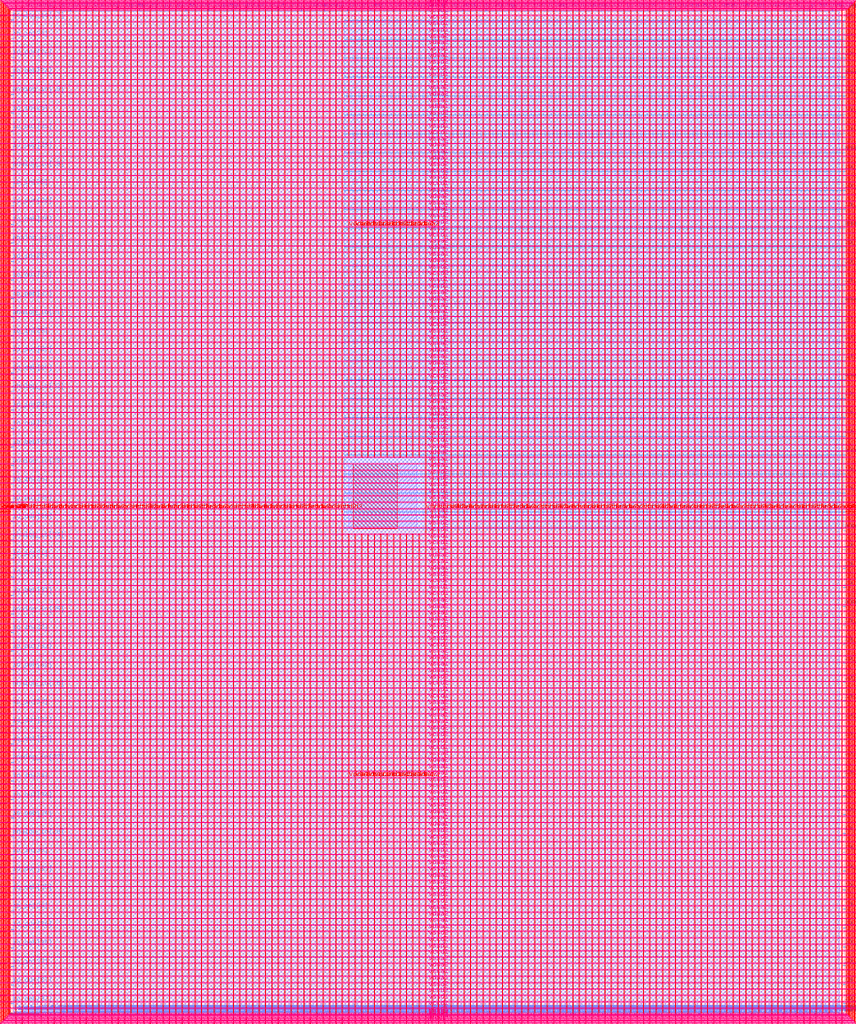
<source format=lef>
VERSION 5.7 ;
  NOWIREEXTENSIONATPIN ON ;
  DIVIDERCHAR "/" ;
  BUSBITCHARS "[]" ;
MACRO user_project_wrapper
  CLASS BLOCK ;
  FOREIGN user_project_wrapper ;
  ORIGIN 0.000 0.000 ;
  SIZE 2920.000 BY 3520.000 ;
  PIN analog_io[0]
    DIRECTION INOUT ;
    USE SIGNAL ;
    PORT
      LAYER met3 ;
        RECT 2917.600 1426.380 2924.800 1427.580 ;
    END
  END analog_io[0]
  PIN analog_io[10]
    DIRECTION INOUT ;
    USE SIGNAL ;
    PORT
      LAYER met2 ;
        RECT 2230.490 3517.600 2231.050 3524.800 ;
    END
  END analog_io[10]
  PIN analog_io[11]
    DIRECTION INOUT ;
    USE SIGNAL ;
    PORT
      LAYER met2 ;
        RECT 1905.730 3517.600 1906.290 3524.800 ;
    END
  END analog_io[11]
  PIN analog_io[12]
    DIRECTION INOUT ;
    USE SIGNAL ;
    PORT
      LAYER met2 ;
        RECT 1581.430 3517.600 1581.990 3524.800 ;
    END
  END analog_io[12]
  PIN analog_io[13]
    DIRECTION INOUT ;
    USE SIGNAL ;
    PORT
      LAYER met2 ;
        RECT 1257.130 3517.600 1257.690 3524.800 ;
    END
  END analog_io[13]
  PIN analog_io[14]
    DIRECTION INOUT ;
    USE SIGNAL ;
    PORT
      LAYER met2 ;
        RECT 932.370 3517.600 932.930 3524.800 ;
    END
  END analog_io[14]
  PIN analog_io[15]
    DIRECTION INOUT ;
    USE SIGNAL ;
    PORT
      LAYER met2 ;
        RECT 608.070 3517.600 608.630 3524.800 ;
    END
  END analog_io[15]
  PIN analog_io[16]
    DIRECTION INOUT ;
    USE SIGNAL ;
    PORT
      LAYER met2 ;
        RECT 283.770 3517.600 284.330 3524.800 ;
    END
  END analog_io[16]
  PIN analog_io[17]
    DIRECTION INOUT ;
    USE SIGNAL ;
    PORT
      LAYER met3 ;
        RECT -4.800 3486.100 2.400 3487.300 ;
    END
  END analog_io[17]
  PIN analog_io[18]
    DIRECTION INOUT ;
    USE SIGNAL ;
    PORT
      LAYER met3 ;
        RECT -4.800 3224.980 2.400 3226.180 ;
    END
  END analog_io[18]
  PIN analog_io[19]
    DIRECTION INOUT ;
    USE SIGNAL ;
    PORT
      LAYER met3 ;
        RECT -4.800 2964.540 2.400 2965.740 ;
    END
  END analog_io[19]
  PIN analog_io[1]
    DIRECTION INOUT ;
    USE SIGNAL ;
    PORT
      LAYER met3 ;
        RECT 2917.600 1692.260 2924.800 1693.460 ;
    END
  END analog_io[1]
  PIN analog_io[20]
    DIRECTION INOUT ;
    USE SIGNAL ;
    PORT
      LAYER met3 ;
        RECT -4.800 2703.420 2.400 2704.620 ;
    END
  END analog_io[20]
  PIN analog_io[21]
    DIRECTION INOUT ;
    USE SIGNAL ;
    PORT
      LAYER met3 ;
        RECT -4.800 2442.980 2.400 2444.180 ;
    END
  END analog_io[21]
  PIN analog_io[22]
    DIRECTION INOUT ;
    USE SIGNAL ;
    PORT
      LAYER met3 ;
        RECT -4.800 2182.540 2.400 2183.740 ;
    END
  END analog_io[22]
  PIN analog_io[23]
    DIRECTION INOUT ;
    USE SIGNAL ;
    PORT
      LAYER met3 ;
        RECT -4.800 1921.420 2.400 1922.620 ;
    END
  END analog_io[23]
  PIN analog_io[24]
    DIRECTION INOUT ;
    USE SIGNAL ;
    PORT
      LAYER met3 ;
        RECT -4.800 1660.980 2.400 1662.180 ;
    END
  END analog_io[24]
  PIN analog_io[25]
    DIRECTION INOUT ;
    USE SIGNAL ;
    PORT
      LAYER met3 ;
        RECT -4.800 1399.860 2.400 1401.060 ;
    END
  END analog_io[25]
  PIN analog_io[26]
    DIRECTION INOUT ;
    USE SIGNAL ;
    PORT
      LAYER met3 ;
        RECT -4.800 1139.420 2.400 1140.620 ;
    END
  END analog_io[26]
  PIN analog_io[27]
    DIRECTION INOUT ;
    USE SIGNAL ;
    PORT
      LAYER met3 ;
        RECT -4.800 878.980 2.400 880.180 ;
    END
  END analog_io[27]
  PIN analog_io[28]
    DIRECTION INOUT ;
    USE SIGNAL ;
    PORT
      LAYER met3 ;
        RECT -4.800 617.860 2.400 619.060 ;
    END
  END analog_io[28]
  PIN analog_io[2]
    DIRECTION INOUT ;
    USE SIGNAL ;
    PORT
      LAYER met3 ;
        RECT 2917.600 1958.140 2924.800 1959.340 ;
    END
  END analog_io[2]
  PIN analog_io[3]
    DIRECTION INOUT ;
    USE SIGNAL ;
    PORT
      LAYER met3 ;
        RECT 2917.600 2223.340 2924.800 2224.540 ;
    END
  END analog_io[3]
  PIN analog_io[4]
    DIRECTION INOUT ;
    USE SIGNAL ;
    PORT
      LAYER met3 ;
        RECT 2917.600 2489.220 2924.800 2490.420 ;
    END
  END analog_io[4]
  PIN analog_io[5]
    DIRECTION INOUT ;
    USE SIGNAL ;
    PORT
      LAYER met3 ;
        RECT 2917.600 2755.100 2924.800 2756.300 ;
    END
  END analog_io[5]
  PIN analog_io[6]
    DIRECTION INOUT ;
    USE SIGNAL ;
    PORT
      LAYER met3 ;
        RECT 2917.600 3020.300 2924.800 3021.500 ;
    END
  END analog_io[6]
  PIN analog_io[7]
    DIRECTION INOUT ;
    USE SIGNAL ;
    PORT
      LAYER met3 ;
        RECT 2917.600 3286.180 2924.800 3287.380 ;
    END
  END analog_io[7]
  PIN analog_io[8]
    DIRECTION INOUT ;
    USE SIGNAL ;
    PORT
      LAYER met2 ;
        RECT 2879.090 3517.600 2879.650 3524.800 ;
    END
  END analog_io[8]
  PIN analog_io[9]
    DIRECTION INOUT ;
    USE SIGNAL ;
    PORT
      LAYER met2 ;
        RECT 2554.790 3517.600 2555.350 3524.800 ;
    END
  END analog_io[9]
  PIN io_in[0]
    DIRECTION INPUT ;
    USE SIGNAL ;
    PORT
      LAYER met3 ;
        RECT 2917.600 32.380 2924.800 33.580 ;
    END
  END io_in[0]
  PIN io_in[10]
    DIRECTION INPUT ;
    USE SIGNAL ;
    PORT
      LAYER met3 ;
        RECT 2917.600 2289.980 2924.800 2291.180 ;
    END
  END io_in[10]
  PIN io_in[11]
    DIRECTION INPUT ;
    USE SIGNAL ;
    PORT
      LAYER met3 ;
        RECT 2917.600 2555.860 2924.800 2557.060 ;
    END
  END io_in[11]
  PIN io_in[12]
    DIRECTION INPUT ;
    USE SIGNAL ;
    PORT
      LAYER met3 ;
        RECT 2917.600 2821.060 2924.800 2822.260 ;
    END
  END io_in[12]
  PIN io_in[13]
    DIRECTION INPUT ;
    USE SIGNAL ;
    PORT
      LAYER met3 ;
        RECT 2917.600 3086.940 2924.800 3088.140 ;
    END
  END io_in[13]
  PIN io_in[14]
    DIRECTION INPUT ;
    USE SIGNAL ;
    PORT
      LAYER met3 ;
        RECT 2917.600 3352.820 2924.800 3354.020 ;
    END
  END io_in[14]
  PIN io_in[15]
    DIRECTION INPUT ;
    USE SIGNAL ;
    PORT
      LAYER met2 ;
        RECT 2798.130 3517.600 2798.690 3524.800 ;
    END
  END io_in[15]
  PIN io_in[16]
    DIRECTION INPUT ;
    USE SIGNAL ;
    PORT
      LAYER met2 ;
        RECT 2473.830 3517.600 2474.390 3524.800 ;
    END
  END io_in[16]
  PIN io_in[17]
    DIRECTION INPUT ;
    USE SIGNAL ;
    PORT
      LAYER met2 ;
        RECT 2149.070 3517.600 2149.630 3524.800 ;
    END
  END io_in[17]
  PIN io_in[18]
    DIRECTION INPUT ;
    USE SIGNAL ;
    PORT
      LAYER met2 ;
        RECT 1824.770 3517.600 1825.330 3524.800 ;
    END
  END io_in[18]
  PIN io_in[19]
    DIRECTION INPUT ;
    USE SIGNAL ;
    PORT
      LAYER met2 ;
        RECT 1500.470 3517.600 1501.030 3524.800 ;
    END
  END io_in[19]
  PIN io_in[1]
    DIRECTION INPUT ;
    USE SIGNAL ;
    PORT
      LAYER met3 ;
        RECT 2917.600 230.940 2924.800 232.140 ;
    END
  END io_in[1]
  PIN io_in[20]
    DIRECTION INPUT ;
    USE SIGNAL ;
    PORT
      LAYER met2 ;
        RECT 1175.710 3517.600 1176.270 3524.800 ;
    END
  END io_in[20]
  PIN io_in[21]
    DIRECTION INPUT ;
    USE SIGNAL ;
    PORT
      LAYER met2 ;
        RECT 851.410 3517.600 851.970 3524.800 ;
    END
  END io_in[21]
  PIN io_in[22]
    DIRECTION INPUT ;
    USE SIGNAL ;
    PORT
      LAYER met2 ;
        RECT 527.110 3517.600 527.670 3524.800 ;
    END
  END io_in[22]
  PIN io_in[23]
    DIRECTION INPUT ;
    USE SIGNAL ;
    PORT
      LAYER met2 ;
        RECT 202.350 3517.600 202.910 3524.800 ;
    END
  END io_in[23]
  PIN io_in[24]
    DIRECTION INPUT ;
    USE SIGNAL ;
    PORT
      LAYER met3 ;
        RECT -4.800 3420.820 2.400 3422.020 ;
    END
  END io_in[24]
  PIN io_in[25]
    DIRECTION INPUT ;
    USE SIGNAL ;
    PORT
      LAYER met3 ;
        RECT -4.800 3159.700 2.400 3160.900 ;
    END
  END io_in[25]
  PIN io_in[26]
    DIRECTION INPUT ;
    USE SIGNAL ;
    PORT
      LAYER met3 ;
        RECT -4.800 2899.260 2.400 2900.460 ;
    END
  END io_in[26]
  PIN io_in[27]
    DIRECTION INPUT ;
    USE SIGNAL ;
    PORT
      LAYER met3 ;
        RECT -4.800 2638.820 2.400 2640.020 ;
    END
  END io_in[27]
  PIN io_in[28]
    DIRECTION INPUT ;
    USE SIGNAL ;
    PORT
      LAYER met3 ;
        RECT -4.800 2377.700 2.400 2378.900 ;
    END
  END io_in[28]
  PIN io_in[29]
    DIRECTION INPUT ;
    USE SIGNAL ;
    PORT
      LAYER met3 ;
        RECT -4.800 2117.260 2.400 2118.460 ;
    END
  END io_in[29]
  PIN io_in[2]
    DIRECTION INPUT ;
    USE SIGNAL ;
    PORT
      LAYER met3 ;
        RECT 2917.600 430.180 2924.800 431.380 ;
    END
  END io_in[2]
  PIN io_in[30]
    DIRECTION INPUT ;
    USE SIGNAL ;
    PORT
      LAYER met3 ;
        RECT -4.800 1856.140 2.400 1857.340 ;
    END
  END io_in[30]
  PIN io_in[31]
    DIRECTION INPUT ;
    USE SIGNAL ;
    PORT
      LAYER met3 ;
        RECT -4.800 1595.700 2.400 1596.900 ;
    END
  END io_in[31]
  PIN io_in[32]
    DIRECTION INPUT ;
    USE SIGNAL ;
    PORT
      LAYER met3 ;
        RECT -4.800 1335.260 2.400 1336.460 ;
    END
  END io_in[32]
  PIN io_in[33]
    DIRECTION INPUT ;
    USE SIGNAL ;
    PORT
      LAYER met3 ;
        RECT -4.800 1074.140 2.400 1075.340 ;
    END
  END io_in[33]
  PIN io_in[34]
    DIRECTION INPUT ;
    USE SIGNAL ;
    PORT
      LAYER met3 ;
        RECT -4.800 813.700 2.400 814.900 ;
    END
  END io_in[34]
  PIN io_in[35]
    DIRECTION INPUT ;
    USE SIGNAL ;
    PORT
      LAYER met3 ;
        RECT -4.800 552.580 2.400 553.780 ;
    END
  END io_in[35]
  PIN io_in[36]
    DIRECTION INPUT ;
    USE SIGNAL ;
    PORT
      LAYER met3 ;
        RECT -4.800 357.420 2.400 358.620 ;
    END
  END io_in[36]
  PIN io_in[37]
    DIRECTION INPUT ;
    USE SIGNAL ;
    PORT
      LAYER met3 ;
        RECT -4.800 161.580 2.400 162.780 ;
    END
  END io_in[37]
  PIN io_in[3]
    DIRECTION INPUT ;
    USE SIGNAL ;
    PORT
      LAYER met3 ;
        RECT 2917.600 629.420 2924.800 630.620 ;
    END
  END io_in[3]
  PIN io_in[4]
    DIRECTION INPUT ;
    USE SIGNAL ;
    PORT
      LAYER met3 ;
        RECT 2917.600 828.660 2924.800 829.860 ;
    END
  END io_in[4]
  PIN io_in[5]
    DIRECTION INPUT ;
    USE SIGNAL ;
    PORT
      LAYER met3 ;
        RECT 2917.600 1027.900 2924.800 1029.100 ;
    END
  END io_in[5]
  PIN io_in[6]
    DIRECTION INPUT ;
    USE SIGNAL ;
    PORT
      LAYER met3 ;
        RECT 2917.600 1227.140 2924.800 1228.340 ;
    END
  END io_in[6]
  PIN io_in[7]
    DIRECTION INPUT ;
    USE SIGNAL ;
    PORT
      LAYER met3 ;
        RECT 2917.600 1493.020 2924.800 1494.220 ;
    END
  END io_in[7]
  PIN io_in[8]
    DIRECTION INPUT ;
    USE SIGNAL ;
    PORT
      LAYER met3 ;
        RECT 2917.600 1758.900 2924.800 1760.100 ;
    END
  END io_in[8]
  PIN io_in[9]
    DIRECTION INPUT ;
    USE SIGNAL ;
    PORT
      LAYER met3 ;
        RECT 2917.600 2024.100 2924.800 2025.300 ;
    END
  END io_in[9]
  PIN io_oeb[0]
    DIRECTION OUTPUT TRISTATE ;
    USE SIGNAL ;
    PORT
      LAYER met3 ;
        RECT 2917.600 164.980 2924.800 166.180 ;
    END
  END io_oeb[0]
  PIN io_oeb[10]
    DIRECTION OUTPUT TRISTATE ;
    USE SIGNAL ;
    PORT
      LAYER met3 ;
        RECT 2917.600 2422.580 2924.800 2423.780 ;
    END
  END io_oeb[10]
  PIN io_oeb[11]
    DIRECTION OUTPUT TRISTATE ;
    USE SIGNAL ;
    PORT
      LAYER met3 ;
        RECT 2917.600 2688.460 2924.800 2689.660 ;
    END
  END io_oeb[11]
  PIN io_oeb[12]
    DIRECTION OUTPUT TRISTATE ;
    USE SIGNAL ;
    PORT
      LAYER met3 ;
        RECT 2917.600 2954.340 2924.800 2955.540 ;
    END
  END io_oeb[12]
  PIN io_oeb[13]
    DIRECTION OUTPUT TRISTATE ;
    USE SIGNAL ;
    PORT
      LAYER met3 ;
        RECT 2917.600 3219.540 2924.800 3220.740 ;
    END
  END io_oeb[13]
  PIN io_oeb[14]
    DIRECTION OUTPUT TRISTATE ;
    USE SIGNAL ;
    PORT
      LAYER met3 ;
        RECT 2917.600 3485.420 2924.800 3486.620 ;
    END
  END io_oeb[14]
  PIN io_oeb[15]
    DIRECTION OUTPUT TRISTATE ;
    USE SIGNAL ;
    PORT
      LAYER met2 ;
        RECT 2635.750 3517.600 2636.310 3524.800 ;
    END
  END io_oeb[15]
  PIN io_oeb[16]
    DIRECTION OUTPUT TRISTATE ;
    USE SIGNAL ;
    PORT
      LAYER met2 ;
        RECT 2311.450 3517.600 2312.010 3524.800 ;
    END
  END io_oeb[16]
  PIN io_oeb[17]
    DIRECTION OUTPUT TRISTATE ;
    USE SIGNAL ;
    PORT
      LAYER met2 ;
        RECT 1987.150 3517.600 1987.710 3524.800 ;
    END
  END io_oeb[17]
  PIN io_oeb[18]
    DIRECTION OUTPUT TRISTATE ;
    USE SIGNAL ;
    PORT
      LAYER met2 ;
        RECT 1662.390 3517.600 1662.950 3524.800 ;
    END
  END io_oeb[18]
  PIN io_oeb[19]
    DIRECTION OUTPUT TRISTATE ;
    USE SIGNAL ;
    PORT
      LAYER met2 ;
        RECT 1338.090 3517.600 1338.650 3524.800 ;
    END
  END io_oeb[19]
  PIN io_oeb[1]
    DIRECTION OUTPUT TRISTATE ;
    USE SIGNAL ;
    PORT
      LAYER met3 ;
        RECT 2917.600 364.220 2924.800 365.420 ;
    END
  END io_oeb[1]
  PIN io_oeb[20]
    DIRECTION OUTPUT TRISTATE ;
    USE SIGNAL ;
    PORT
      LAYER met2 ;
        RECT 1013.790 3517.600 1014.350 3524.800 ;
    END
  END io_oeb[20]
  PIN io_oeb[21]
    DIRECTION OUTPUT TRISTATE ;
    USE SIGNAL ;
    PORT
      LAYER met2 ;
        RECT 689.030 3517.600 689.590 3524.800 ;
    END
  END io_oeb[21]
  PIN io_oeb[22]
    DIRECTION OUTPUT TRISTATE ;
    USE SIGNAL ;
    PORT
      LAYER met2 ;
        RECT 364.730 3517.600 365.290 3524.800 ;
    END
  END io_oeb[22]
  PIN io_oeb[23]
    DIRECTION OUTPUT TRISTATE ;
    USE SIGNAL ;
    PORT
      LAYER met2 ;
        RECT 40.430 3517.600 40.990 3524.800 ;
    END
  END io_oeb[23]
  PIN io_oeb[24]
    DIRECTION OUTPUT TRISTATE ;
    USE SIGNAL ;
    PORT
      LAYER met3 ;
        RECT -4.800 3290.260 2.400 3291.460 ;
    END
  END io_oeb[24]
  PIN io_oeb[25]
    DIRECTION OUTPUT TRISTATE ;
    USE SIGNAL ;
    PORT
      LAYER met3 ;
        RECT -4.800 3029.820 2.400 3031.020 ;
    END
  END io_oeb[25]
  PIN io_oeb[26]
    DIRECTION OUTPUT TRISTATE ;
    USE SIGNAL ;
    PORT
      LAYER met3 ;
        RECT -4.800 2768.700 2.400 2769.900 ;
    END
  END io_oeb[26]
  PIN io_oeb[27]
    DIRECTION OUTPUT TRISTATE ;
    USE SIGNAL ;
    PORT
      LAYER met3 ;
        RECT -4.800 2508.260 2.400 2509.460 ;
    END
  END io_oeb[27]
  PIN io_oeb[28]
    DIRECTION OUTPUT TRISTATE ;
    USE SIGNAL ;
    PORT
      LAYER met3 ;
        RECT -4.800 2247.140 2.400 2248.340 ;
    END
  END io_oeb[28]
  PIN io_oeb[29]
    DIRECTION OUTPUT TRISTATE ;
    USE SIGNAL ;
    PORT
      LAYER met3 ;
        RECT -4.800 1986.700 2.400 1987.900 ;
    END
  END io_oeb[29]
  PIN io_oeb[2]
    DIRECTION OUTPUT TRISTATE ;
    USE SIGNAL ;
    PORT
      LAYER met3 ;
        RECT 2917.600 563.460 2924.800 564.660 ;
    END
  END io_oeb[2]
  PIN io_oeb[30]
    DIRECTION OUTPUT TRISTATE ;
    USE SIGNAL ;
    PORT
      LAYER met3 ;
        RECT -4.800 1726.260 2.400 1727.460 ;
    END
  END io_oeb[30]
  PIN io_oeb[31]
    DIRECTION OUTPUT TRISTATE ;
    USE SIGNAL ;
    PORT
      LAYER met3 ;
        RECT -4.800 1465.140 2.400 1466.340 ;
    END
  END io_oeb[31]
  PIN io_oeb[32]
    DIRECTION OUTPUT TRISTATE ;
    USE SIGNAL ;
    PORT
      LAYER met3 ;
        RECT -4.800 1204.700 2.400 1205.900 ;
    END
  END io_oeb[32]
  PIN io_oeb[33]
    DIRECTION OUTPUT TRISTATE ;
    USE SIGNAL ;
    PORT
      LAYER met3 ;
        RECT -4.800 943.580 2.400 944.780 ;
    END
  END io_oeb[33]
  PIN io_oeb[34]
    DIRECTION OUTPUT TRISTATE ;
    USE SIGNAL ;
    PORT
      LAYER met3 ;
        RECT -4.800 683.140 2.400 684.340 ;
    END
  END io_oeb[34]
  PIN io_oeb[35]
    DIRECTION OUTPUT TRISTATE ;
    USE SIGNAL ;
    PORT
      LAYER met3 ;
        RECT -4.800 422.700 2.400 423.900 ;
    END
  END io_oeb[35]
  PIN io_oeb[36]
    DIRECTION OUTPUT TRISTATE ;
    USE SIGNAL ;
    PORT
      LAYER met3 ;
        RECT -4.800 226.860 2.400 228.060 ;
    END
  END io_oeb[36]
  PIN io_oeb[37]
    DIRECTION OUTPUT TRISTATE ;
    USE SIGNAL ;
    PORT
      LAYER met3 ;
        RECT -4.800 31.700 2.400 32.900 ;
    END
  END io_oeb[37]
  PIN io_oeb[3]
    DIRECTION OUTPUT TRISTATE ;
    USE SIGNAL ;
    PORT
      LAYER met3 ;
        RECT 2917.600 762.700 2924.800 763.900 ;
    END
  END io_oeb[3]
  PIN io_oeb[4]
    DIRECTION OUTPUT TRISTATE ;
    USE SIGNAL ;
    PORT
      LAYER met3 ;
        RECT 2917.600 961.940 2924.800 963.140 ;
    END
  END io_oeb[4]
  PIN io_oeb[5]
    DIRECTION OUTPUT TRISTATE ;
    USE SIGNAL ;
    PORT
      LAYER met3 ;
        RECT 2917.600 1161.180 2924.800 1162.380 ;
    END
  END io_oeb[5]
  PIN io_oeb[6]
    DIRECTION OUTPUT TRISTATE ;
    USE SIGNAL ;
    PORT
      LAYER met3 ;
        RECT 2917.600 1360.420 2924.800 1361.620 ;
    END
  END io_oeb[6]
  PIN io_oeb[7]
    DIRECTION OUTPUT TRISTATE ;
    USE SIGNAL ;
    PORT
      LAYER met3 ;
        RECT 2917.600 1625.620 2924.800 1626.820 ;
    END
  END io_oeb[7]
  PIN io_oeb[8]
    DIRECTION OUTPUT TRISTATE ;
    USE SIGNAL ;
    PORT
      LAYER met3 ;
        RECT 2917.600 1891.500 2924.800 1892.700 ;
    END
  END io_oeb[8]
  PIN io_oeb[9]
    DIRECTION OUTPUT TRISTATE ;
    USE SIGNAL ;
    PORT
      LAYER met3 ;
        RECT 2917.600 2157.380 2924.800 2158.580 ;
    END
  END io_oeb[9]
  PIN io_out[0]
    DIRECTION OUTPUT TRISTATE ;
    USE SIGNAL ;
    PORT
      LAYER met3 ;
        RECT 2917.600 98.340 2924.800 99.540 ;
    END
  END io_out[0]
  PIN io_out[10]
    DIRECTION OUTPUT TRISTATE ;
    USE SIGNAL ;
    PORT
      LAYER met3 ;
        RECT 2917.600 2356.620 2924.800 2357.820 ;
    END
  END io_out[10]
  PIN io_out[11]
    DIRECTION OUTPUT TRISTATE ;
    USE SIGNAL ;
    PORT
      LAYER met3 ;
        RECT 2917.600 2621.820 2924.800 2623.020 ;
    END
  END io_out[11]
  PIN io_out[12]
    DIRECTION OUTPUT TRISTATE ;
    USE SIGNAL ;
    PORT
      LAYER met3 ;
        RECT 2917.600 2887.700 2924.800 2888.900 ;
    END
  END io_out[12]
  PIN io_out[13]
    DIRECTION OUTPUT TRISTATE ;
    USE SIGNAL ;
    PORT
      LAYER met3 ;
        RECT 2917.600 3153.580 2924.800 3154.780 ;
    END
  END io_out[13]
  PIN io_out[14]
    DIRECTION OUTPUT TRISTATE ;
    USE SIGNAL ;
    PORT
      LAYER met3 ;
        RECT 2917.600 3418.780 2924.800 3419.980 ;
    END
  END io_out[14]
  PIN io_out[15]
    DIRECTION OUTPUT TRISTATE ;
    USE SIGNAL ;
    PORT
      LAYER met2 ;
        RECT 2717.170 3517.600 2717.730 3524.800 ;
    END
  END io_out[15]
  PIN io_out[16]
    DIRECTION OUTPUT TRISTATE ;
    USE SIGNAL ;
    PORT
      LAYER met2 ;
        RECT 2392.410 3517.600 2392.970 3524.800 ;
    END
  END io_out[16]
  PIN io_out[17]
    DIRECTION OUTPUT TRISTATE ;
    USE SIGNAL ;
    PORT
      LAYER met2 ;
        RECT 2068.110 3517.600 2068.670 3524.800 ;
    END
  END io_out[17]
  PIN io_out[18]
    DIRECTION OUTPUT TRISTATE ;
    USE SIGNAL ;
    PORT
      LAYER met2 ;
        RECT 1743.810 3517.600 1744.370 3524.800 ;
    END
  END io_out[18]
  PIN io_out[19]
    DIRECTION OUTPUT TRISTATE ;
    USE SIGNAL ;
    PORT
      LAYER met2 ;
        RECT 1419.050 3517.600 1419.610 3524.800 ;
    END
  END io_out[19]
  PIN io_out[1]
    DIRECTION OUTPUT TRISTATE ;
    USE SIGNAL ;
    PORT
      LAYER met3 ;
        RECT 2917.600 297.580 2924.800 298.780 ;
    END
  END io_out[1]
  PIN io_out[20]
    DIRECTION OUTPUT TRISTATE ;
    USE SIGNAL ;
    PORT
      LAYER met2 ;
        RECT 1094.750 3517.600 1095.310 3524.800 ;
    END
  END io_out[20]
  PIN io_out[21]
    DIRECTION OUTPUT TRISTATE ;
    USE SIGNAL ;
    PORT
      LAYER met2 ;
        RECT 770.450 3517.600 771.010 3524.800 ;
    END
  END io_out[21]
  PIN io_out[22]
    DIRECTION OUTPUT TRISTATE ;
    USE SIGNAL ;
    PORT
      LAYER met2 ;
        RECT 445.690 3517.600 446.250 3524.800 ;
    END
  END io_out[22]
  PIN io_out[23]
    DIRECTION OUTPUT TRISTATE ;
    USE SIGNAL ;
    PORT
      LAYER met2 ;
        RECT 121.390 3517.600 121.950 3524.800 ;
    END
  END io_out[23]
  PIN io_out[24]
    DIRECTION OUTPUT TRISTATE ;
    USE SIGNAL ;
    PORT
      LAYER met3 ;
        RECT -4.800 3355.540 2.400 3356.740 ;
    END
  END io_out[24]
  PIN io_out[25]
    DIRECTION OUTPUT TRISTATE ;
    USE SIGNAL ;
    PORT
      LAYER met3 ;
        RECT -4.800 3095.100 2.400 3096.300 ;
    END
  END io_out[25]
  PIN io_out[26]
    DIRECTION OUTPUT TRISTATE ;
    USE SIGNAL ;
    PORT
      LAYER met3 ;
        RECT -4.800 2833.980 2.400 2835.180 ;
    END
  END io_out[26]
  PIN io_out[27]
    DIRECTION OUTPUT TRISTATE ;
    USE SIGNAL ;
    PORT
      LAYER met3 ;
        RECT -4.800 2573.540 2.400 2574.740 ;
    END
  END io_out[27]
  PIN io_out[28]
    DIRECTION OUTPUT TRISTATE ;
    USE SIGNAL ;
    PORT
      LAYER met3 ;
        RECT -4.800 2312.420 2.400 2313.620 ;
    END
  END io_out[28]
  PIN io_out[29]
    DIRECTION OUTPUT TRISTATE ;
    USE SIGNAL ;
    PORT
      LAYER met3 ;
        RECT -4.800 2051.980 2.400 2053.180 ;
    END
  END io_out[29]
  PIN io_out[2]
    DIRECTION OUTPUT TRISTATE ;
    USE SIGNAL ;
    PORT
      LAYER met3 ;
        RECT 2917.600 496.820 2924.800 498.020 ;
    END
  END io_out[2]
  PIN io_out[30]
    DIRECTION OUTPUT TRISTATE ;
    USE SIGNAL ;
    PORT
      LAYER met3 ;
        RECT -4.800 1791.540 2.400 1792.740 ;
    END
  END io_out[30]
  PIN io_out[31]
    DIRECTION OUTPUT TRISTATE ;
    USE SIGNAL ;
    PORT
      LAYER met3 ;
        RECT -4.800 1530.420 2.400 1531.620 ;
    END
  END io_out[31]
  PIN io_out[32]
    DIRECTION OUTPUT TRISTATE ;
    USE SIGNAL ;
    PORT
      LAYER met3 ;
        RECT -4.800 1269.980 2.400 1271.180 ;
    END
  END io_out[32]
  PIN io_out[33]
    DIRECTION OUTPUT TRISTATE ;
    USE SIGNAL ;
    PORT
      LAYER met3 ;
        RECT -4.800 1008.860 2.400 1010.060 ;
    END
  END io_out[33]
  PIN io_out[34]
    DIRECTION OUTPUT TRISTATE ;
    USE SIGNAL ;
    PORT
      LAYER met3 ;
        RECT -4.800 748.420 2.400 749.620 ;
    END
  END io_out[34]
  PIN io_out[35]
    DIRECTION OUTPUT TRISTATE ;
    USE SIGNAL ;
    PORT
      LAYER met3 ;
        RECT -4.800 487.300 2.400 488.500 ;
    END
  END io_out[35]
  PIN io_out[36]
    DIRECTION OUTPUT TRISTATE ;
    USE SIGNAL ;
    PORT
      LAYER met3 ;
        RECT -4.800 292.140 2.400 293.340 ;
    END
  END io_out[36]
  PIN io_out[37]
    DIRECTION OUTPUT TRISTATE ;
    USE SIGNAL ;
    PORT
      LAYER met3 ;
        RECT -4.800 96.300 2.400 97.500 ;
    END
  END io_out[37]
  PIN io_out[3]
    DIRECTION OUTPUT TRISTATE ;
    USE SIGNAL ;
    PORT
      LAYER met3 ;
        RECT 2917.600 696.060 2924.800 697.260 ;
    END
  END io_out[3]
  PIN io_out[4]
    DIRECTION OUTPUT TRISTATE ;
    USE SIGNAL ;
    PORT
      LAYER met3 ;
        RECT 2917.600 895.300 2924.800 896.500 ;
    END
  END io_out[4]
  PIN io_out[5]
    DIRECTION OUTPUT TRISTATE ;
    USE SIGNAL ;
    PORT
      LAYER met3 ;
        RECT 2917.600 1094.540 2924.800 1095.740 ;
    END
  END io_out[5]
  PIN io_out[6]
    DIRECTION OUTPUT TRISTATE ;
    USE SIGNAL ;
    PORT
      LAYER met3 ;
        RECT 2917.600 1293.780 2924.800 1294.980 ;
    END
  END io_out[6]
  PIN io_out[7]
    DIRECTION OUTPUT TRISTATE ;
    USE SIGNAL ;
    PORT
      LAYER met3 ;
        RECT 2917.600 1559.660 2924.800 1560.860 ;
    END
  END io_out[7]
  PIN io_out[8]
    DIRECTION OUTPUT TRISTATE ;
    USE SIGNAL ;
    PORT
      LAYER met3 ;
        RECT 2917.600 1824.860 2924.800 1826.060 ;
    END
  END io_out[8]
  PIN io_out[9]
    DIRECTION OUTPUT TRISTATE ;
    USE SIGNAL ;
    PORT
      LAYER met3 ;
        RECT 2917.600 2090.740 2924.800 2091.940 ;
    END
  END io_out[9]
  PIN la_data_in[0]
    DIRECTION INPUT ;
    USE SIGNAL ;
    PORT
      LAYER met2 ;
        RECT 629.230 -4.800 629.790 2.400 ;
    END
  END la_data_in[0]
  PIN la_data_in[100]
    DIRECTION INPUT ;
    USE SIGNAL ;
    PORT
      LAYER met2 ;
        RECT 2402.530 -4.800 2403.090 2.400 ;
    END
  END la_data_in[100]
  PIN la_data_in[101]
    DIRECTION INPUT ;
    USE SIGNAL ;
    PORT
      LAYER met2 ;
        RECT 2420.010 -4.800 2420.570 2.400 ;
    END
  END la_data_in[101]
  PIN la_data_in[102]
    DIRECTION INPUT ;
    USE SIGNAL ;
    PORT
      LAYER met2 ;
        RECT 2437.950 -4.800 2438.510 2.400 ;
    END
  END la_data_in[102]
  PIN la_data_in[103]
    DIRECTION INPUT ;
    USE SIGNAL ;
    PORT
      LAYER met2 ;
        RECT 2455.430 -4.800 2455.990 2.400 ;
    END
  END la_data_in[103]
  PIN la_data_in[104]
    DIRECTION INPUT ;
    USE SIGNAL ;
    PORT
      LAYER met2 ;
        RECT 2473.370 -4.800 2473.930 2.400 ;
    END
  END la_data_in[104]
  PIN la_data_in[105]
    DIRECTION INPUT ;
    USE SIGNAL ;
    PORT
      LAYER met2 ;
        RECT 2490.850 -4.800 2491.410 2.400 ;
    END
  END la_data_in[105]
  PIN la_data_in[106]
    DIRECTION INPUT ;
    USE SIGNAL ;
    PORT
      LAYER met2 ;
        RECT 2508.790 -4.800 2509.350 2.400 ;
    END
  END la_data_in[106]
  PIN la_data_in[107]
    DIRECTION INPUT ;
    USE SIGNAL ;
    PORT
      LAYER met2 ;
        RECT 2526.730 -4.800 2527.290 2.400 ;
    END
  END la_data_in[107]
  PIN la_data_in[108]
    DIRECTION INPUT ;
    USE SIGNAL ;
    PORT
      LAYER met2 ;
        RECT 2544.210 -4.800 2544.770 2.400 ;
    END
  END la_data_in[108]
  PIN la_data_in[109]
    DIRECTION INPUT ;
    USE SIGNAL ;
    PORT
      LAYER met2 ;
        RECT 2562.150 -4.800 2562.710 2.400 ;
    END
  END la_data_in[109]
  PIN la_data_in[10]
    DIRECTION INPUT ;
    USE SIGNAL ;
    PORT
      LAYER met2 ;
        RECT 806.330 -4.800 806.890 2.400 ;
    END
  END la_data_in[10]
  PIN la_data_in[110]
    DIRECTION INPUT ;
    USE SIGNAL ;
    PORT
      LAYER met2 ;
        RECT 2579.630 -4.800 2580.190 2.400 ;
    END
  END la_data_in[110]
  PIN la_data_in[111]
    DIRECTION INPUT ;
    USE SIGNAL ;
    PORT
      LAYER met2 ;
        RECT 2597.570 -4.800 2598.130 2.400 ;
    END
  END la_data_in[111]
  PIN la_data_in[112]
    DIRECTION INPUT ;
    USE SIGNAL ;
    PORT
      LAYER met2 ;
        RECT 2615.050 -4.800 2615.610 2.400 ;
    END
  END la_data_in[112]
  PIN la_data_in[113]
    DIRECTION INPUT ;
    USE SIGNAL ;
    PORT
      LAYER met2 ;
        RECT 2632.990 -4.800 2633.550 2.400 ;
    END
  END la_data_in[113]
  PIN la_data_in[114]
    DIRECTION INPUT ;
    USE SIGNAL ;
    PORT
      LAYER met2 ;
        RECT 2650.470 -4.800 2651.030 2.400 ;
    END
  END la_data_in[114]
  PIN la_data_in[115]
    DIRECTION INPUT ;
    USE SIGNAL ;
    PORT
      LAYER met2 ;
        RECT 2668.410 -4.800 2668.970 2.400 ;
    END
  END la_data_in[115]
  PIN la_data_in[116]
    DIRECTION INPUT ;
    USE SIGNAL ;
    PORT
      LAYER met2 ;
        RECT 2685.890 -4.800 2686.450 2.400 ;
    END
  END la_data_in[116]
  PIN la_data_in[117]
    DIRECTION INPUT ;
    USE SIGNAL ;
    PORT
      LAYER met2 ;
        RECT 2703.830 -4.800 2704.390 2.400 ;
    END
  END la_data_in[117]
  PIN la_data_in[118]
    DIRECTION INPUT ;
    USE SIGNAL ;
    PORT
      LAYER met2 ;
        RECT 2721.770 -4.800 2722.330 2.400 ;
    END
  END la_data_in[118]
  PIN la_data_in[119]
    DIRECTION INPUT ;
    USE SIGNAL ;
    PORT
      LAYER met2 ;
        RECT 2739.250 -4.800 2739.810 2.400 ;
    END
  END la_data_in[119]
  PIN la_data_in[11]
    DIRECTION INPUT ;
    USE SIGNAL ;
    PORT
      LAYER met2 ;
        RECT 824.270 -4.800 824.830 2.400 ;
    END
  END la_data_in[11]
  PIN la_data_in[120]
    DIRECTION INPUT ;
    USE SIGNAL ;
    PORT
      LAYER met2 ;
        RECT 2757.190 -4.800 2757.750 2.400 ;
    END
  END la_data_in[120]
  PIN la_data_in[121]
    DIRECTION INPUT ;
    USE SIGNAL ;
    PORT
      LAYER met2 ;
        RECT 2774.670 -4.800 2775.230 2.400 ;
    END
  END la_data_in[121]
  PIN la_data_in[122]
    DIRECTION INPUT ;
    USE SIGNAL ;
    PORT
      LAYER met2 ;
        RECT 2792.610 -4.800 2793.170 2.400 ;
    END
  END la_data_in[122]
  PIN la_data_in[123]
    DIRECTION INPUT ;
    USE SIGNAL ;
    PORT
      LAYER met2 ;
        RECT 2810.090 -4.800 2810.650 2.400 ;
    END
  END la_data_in[123]
  PIN la_data_in[124]
    DIRECTION INPUT ;
    USE SIGNAL ;
    PORT
      LAYER met2 ;
        RECT 2828.030 -4.800 2828.590 2.400 ;
    END
  END la_data_in[124]
  PIN la_data_in[125]
    DIRECTION INPUT ;
    USE SIGNAL ;
    PORT
      LAYER met2 ;
        RECT 2845.510 -4.800 2846.070 2.400 ;
    END
  END la_data_in[125]
  PIN la_data_in[126]
    DIRECTION INPUT ;
    USE SIGNAL ;
    PORT
      LAYER met2 ;
        RECT 2863.450 -4.800 2864.010 2.400 ;
    END
  END la_data_in[126]
  PIN la_data_in[127]
    DIRECTION INPUT ;
    USE SIGNAL ;
    PORT
      LAYER met2 ;
        RECT 2881.390 -4.800 2881.950 2.400 ;
    END
  END la_data_in[127]
  PIN la_data_in[12]
    DIRECTION INPUT ;
    USE SIGNAL ;
    PORT
      LAYER met2 ;
        RECT 841.750 -4.800 842.310 2.400 ;
    END
  END la_data_in[12]
  PIN la_data_in[13]
    DIRECTION INPUT ;
    USE SIGNAL ;
    PORT
      LAYER met2 ;
        RECT 859.690 -4.800 860.250 2.400 ;
    END
  END la_data_in[13]
  PIN la_data_in[14]
    DIRECTION INPUT ;
    USE SIGNAL ;
    PORT
      LAYER met2 ;
        RECT 877.170 -4.800 877.730 2.400 ;
    END
  END la_data_in[14]
  PIN la_data_in[15]
    DIRECTION INPUT ;
    USE SIGNAL ;
    PORT
      LAYER met2 ;
        RECT 895.110 -4.800 895.670 2.400 ;
    END
  END la_data_in[15]
  PIN la_data_in[16]
    DIRECTION INPUT ;
    USE SIGNAL ;
    PORT
      LAYER met2 ;
        RECT 912.590 -4.800 913.150 2.400 ;
    END
  END la_data_in[16]
  PIN la_data_in[17]
    DIRECTION INPUT ;
    USE SIGNAL ;
    PORT
      LAYER met2 ;
        RECT 930.530 -4.800 931.090 2.400 ;
    END
  END la_data_in[17]
  PIN la_data_in[18]
    DIRECTION INPUT ;
    USE SIGNAL ;
    PORT
      LAYER met2 ;
        RECT 948.470 -4.800 949.030 2.400 ;
    END
  END la_data_in[18]
  PIN la_data_in[19]
    DIRECTION INPUT ;
    USE SIGNAL ;
    PORT
      LAYER met2 ;
        RECT 965.950 -4.800 966.510 2.400 ;
    END
  END la_data_in[19]
  PIN la_data_in[1]
    DIRECTION INPUT ;
    USE SIGNAL ;
    PORT
      LAYER met2 ;
        RECT 646.710 -4.800 647.270 2.400 ;
    END
  END la_data_in[1]
  PIN la_data_in[20]
    DIRECTION INPUT ;
    USE SIGNAL ;
    PORT
      LAYER met2 ;
        RECT 983.890 -4.800 984.450 2.400 ;
    END
  END la_data_in[20]
  PIN la_data_in[21]
    DIRECTION INPUT ;
    USE SIGNAL ;
    PORT
      LAYER met2 ;
        RECT 1001.370 -4.800 1001.930 2.400 ;
    END
  END la_data_in[21]
  PIN la_data_in[22]
    DIRECTION INPUT ;
    USE SIGNAL ;
    PORT
      LAYER met2 ;
        RECT 1019.310 -4.800 1019.870 2.400 ;
    END
  END la_data_in[22]
  PIN la_data_in[23]
    DIRECTION INPUT ;
    USE SIGNAL ;
    PORT
      LAYER met2 ;
        RECT 1036.790 -4.800 1037.350 2.400 ;
    END
  END la_data_in[23]
  PIN la_data_in[24]
    DIRECTION INPUT ;
    USE SIGNAL ;
    PORT
      LAYER met2 ;
        RECT 1054.730 -4.800 1055.290 2.400 ;
    END
  END la_data_in[24]
  PIN la_data_in[25]
    DIRECTION INPUT ;
    USE SIGNAL ;
    PORT
      LAYER met2 ;
        RECT 1072.210 -4.800 1072.770 2.400 ;
    END
  END la_data_in[25]
  PIN la_data_in[26]
    DIRECTION INPUT ;
    USE SIGNAL ;
    PORT
      LAYER met2 ;
        RECT 1090.150 -4.800 1090.710 2.400 ;
    END
  END la_data_in[26]
  PIN la_data_in[27]
    DIRECTION INPUT ;
    USE SIGNAL ;
    PORT
      LAYER met2 ;
        RECT 1107.630 -4.800 1108.190 2.400 ;
    END
  END la_data_in[27]
  PIN la_data_in[28]
    DIRECTION INPUT ;
    USE SIGNAL ;
    PORT
      LAYER met2 ;
        RECT 1125.570 -4.800 1126.130 2.400 ;
    END
  END la_data_in[28]
  PIN la_data_in[29]
    DIRECTION INPUT ;
    USE SIGNAL ;
    PORT
      LAYER met2 ;
        RECT 1143.510 -4.800 1144.070 2.400 ;
    END
  END la_data_in[29]
  PIN la_data_in[2]
    DIRECTION INPUT ;
    USE SIGNAL ;
    PORT
      LAYER met2 ;
        RECT 664.650 -4.800 665.210 2.400 ;
    END
  END la_data_in[2]
  PIN la_data_in[30]
    DIRECTION INPUT ;
    USE SIGNAL ;
    PORT
      LAYER met2 ;
        RECT 1160.990 -4.800 1161.550 2.400 ;
    END
  END la_data_in[30]
  PIN la_data_in[31]
    DIRECTION INPUT ;
    USE SIGNAL ;
    PORT
      LAYER met2 ;
        RECT 1178.930 -4.800 1179.490 2.400 ;
    END
  END la_data_in[31]
  PIN la_data_in[32]
    DIRECTION INPUT ;
    USE SIGNAL ;
    PORT
      LAYER met2 ;
        RECT 1196.410 -4.800 1196.970 2.400 ;
    END
  END la_data_in[32]
  PIN la_data_in[33]
    DIRECTION INPUT ;
    USE SIGNAL ;
    PORT
      LAYER met2 ;
        RECT 1214.350 -4.800 1214.910 2.400 ;
    END
  END la_data_in[33]
  PIN la_data_in[34]
    DIRECTION INPUT ;
    USE SIGNAL ;
    PORT
      LAYER met2 ;
        RECT 1231.830 -4.800 1232.390 2.400 ;
    END
  END la_data_in[34]
  PIN la_data_in[35]
    DIRECTION INPUT ;
    USE SIGNAL ;
    PORT
      LAYER met2 ;
        RECT 1249.770 -4.800 1250.330 2.400 ;
    END
  END la_data_in[35]
  PIN la_data_in[36]
    DIRECTION INPUT ;
    USE SIGNAL ;
    PORT
      LAYER met2 ;
        RECT 1267.250 -4.800 1267.810 2.400 ;
    END
  END la_data_in[36]
  PIN la_data_in[37]
    DIRECTION INPUT ;
    USE SIGNAL ;
    PORT
      LAYER met2 ;
        RECT 1285.190 -4.800 1285.750 2.400 ;
    END
  END la_data_in[37]
  PIN la_data_in[38]
    DIRECTION INPUT ;
    USE SIGNAL ;
    PORT
      LAYER met2 ;
        RECT 1303.130 -4.800 1303.690 2.400 ;
    END
  END la_data_in[38]
  PIN la_data_in[39]
    DIRECTION INPUT ;
    USE SIGNAL ;
    PORT
      LAYER met2 ;
        RECT 1320.610 -4.800 1321.170 2.400 ;
    END
  END la_data_in[39]
  PIN la_data_in[3]
    DIRECTION INPUT ;
    USE SIGNAL ;
    PORT
      LAYER met2 ;
        RECT 682.130 -4.800 682.690 2.400 ;
    END
  END la_data_in[3]
  PIN la_data_in[40]
    DIRECTION INPUT ;
    USE SIGNAL ;
    PORT
      LAYER met2 ;
        RECT 1338.550 -4.800 1339.110 2.400 ;
    END
  END la_data_in[40]
  PIN la_data_in[41]
    DIRECTION INPUT ;
    USE SIGNAL ;
    PORT
      LAYER met2 ;
        RECT 1356.030 -4.800 1356.590 2.400 ;
    END
  END la_data_in[41]
  PIN la_data_in[42]
    DIRECTION INPUT ;
    USE SIGNAL ;
    PORT
      LAYER met2 ;
        RECT 1373.970 -4.800 1374.530 2.400 ;
    END
  END la_data_in[42]
  PIN la_data_in[43]
    DIRECTION INPUT ;
    USE SIGNAL ;
    PORT
      LAYER met2 ;
        RECT 1391.450 -4.800 1392.010 2.400 ;
    END
  END la_data_in[43]
  PIN la_data_in[44]
    DIRECTION INPUT ;
    USE SIGNAL ;
    PORT
      LAYER met2 ;
        RECT 1409.390 -4.800 1409.950 2.400 ;
    END
  END la_data_in[44]
  PIN la_data_in[45]
    DIRECTION INPUT ;
    USE SIGNAL ;
    PORT
      LAYER met2 ;
        RECT 1426.870 -4.800 1427.430 2.400 ;
    END
  END la_data_in[45]
  PIN la_data_in[46]
    DIRECTION INPUT ;
    USE SIGNAL ;
    PORT
      LAYER met2 ;
        RECT 1444.810 -4.800 1445.370 2.400 ;
    END
  END la_data_in[46]
  PIN la_data_in[47]
    DIRECTION INPUT ;
    USE SIGNAL ;
    PORT
      LAYER met2 ;
        RECT 1462.750 -4.800 1463.310 2.400 ;
    END
  END la_data_in[47]
  PIN la_data_in[48]
    DIRECTION INPUT ;
    USE SIGNAL ;
    PORT
      LAYER met2 ;
        RECT 1480.230 -4.800 1480.790 2.400 ;
    END
  END la_data_in[48]
  PIN la_data_in[49]
    DIRECTION INPUT ;
    USE SIGNAL ;
    PORT
      LAYER met2 ;
        RECT 1498.170 -4.800 1498.730 2.400 ;
    END
  END la_data_in[49]
  PIN la_data_in[4]
    DIRECTION INPUT ;
    USE SIGNAL ;
    PORT
      LAYER met2 ;
        RECT 700.070 -4.800 700.630 2.400 ;
    END
  END la_data_in[4]
  PIN la_data_in[50]
    DIRECTION INPUT ;
    USE SIGNAL ;
    PORT
      LAYER met2 ;
        RECT 1515.650 -4.800 1516.210 2.400 ;
    END
  END la_data_in[50]
  PIN la_data_in[51]
    DIRECTION INPUT ;
    USE SIGNAL ;
    PORT
      LAYER met2 ;
        RECT 1533.590 -4.800 1534.150 2.400 ;
    END
  END la_data_in[51]
  PIN la_data_in[52]
    DIRECTION INPUT ;
    USE SIGNAL ;
    PORT
      LAYER met2 ;
        RECT 1551.070 -4.800 1551.630 2.400 ;
    END
  END la_data_in[52]
  PIN la_data_in[53]
    DIRECTION INPUT ;
    USE SIGNAL ;
    PORT
      LAYER met2 ;
        RECT 1569.010 -4.800 1569.570 2.400 ;
    END
  END la_data_in[53]
  PIN la_data_in[54]
    DIRECTION INPUT ;
    USE SIGNAL ;
    PORT
      LAYER met2 ;
        RECT 1586.490 -4.800 1587.050 2.400 ;
    END
  END la_data_in[54]
  PIN la_data_in[55]
    DIRECTION INPUT ;
    USE SIGNAL ;
    PORT
      LAYER met2 ;
        RECT 1604.430 -4.800 1604.990 2.400 ;
    END
  END la_data_in[55]
  PIN la_data_in[56]
    DIRECTION INPUT ;
    USE SIGNAL ;
    PORT
      LAYER met2 ;
        RECT 1621.910 -4.800 1622.470 2.400 ;
    END
  END la_data_in[56]
  PIN la_data_in[57]
    DIRECTION INPUT ;
    USE SIGNAL ;
    PORT
      LAYER met2 ;
        RECT 1639.850 -4.800 1640.410 2.400 ;
    END
  END la_data_in[57]
  PIN la_data_in[58]
    DIRECTION INPUT ;
    USE SIGNAL ;
    PORT
      LAYER met2 ;
        RECT 1657.790 -4.800 1658.350 2.400 ;
    END
  END la_data_in[58]
  PIN la_data_in[59]
    DIRECTION INPUT ;
    USE SIGNAL ;
    PORT
      LAYER met2 ;
        RECT 1675.270 -4.800 1675.830 2.400 ;
    END
  END la_data_in[59]
  PIN la_data_in[5]
    DIRECTION INPUT ;
    USE SIGNAL ;
    PORT
      LAYER met2 ;
        RECT 717.550 -4.800 718.110 2.400 ;
    END
  END la_data_in[5]
  PIN la_data_in[60]
    DIRECTION INPUT ;
    USE SIGNAL ;
    PORT
      LAYER met2 ;
        RECT 1693.210 -4.800 1693.770 2.400 ;
    END
  END la_data_in[60]
  PIN la_data_in[61]
    DIRECTION INPUT ;
    USE SIGNAL ;
    PORT
      LAYER met2 ;
        RECT 1710.690 -4.800 1711.250 2.400 ;
    END
  END la_data_in[61]
  PIN la_data_in[62]
    DIRECTION INPUT ;
    USE SIGNAL ;
    PORT
      LAYER met2 ;
        RECT 1728.630 -4.800 1729.190 2.400 ;
    END
  END la_data_in[62]
  PIN la_data_in[63]
    DIRECTION INPUT ;
    USE SIGNAL ;
    PORT
      LAYER met2 ;
        RECT 1746.110 -4.800 1746.670 2.400 ;
    END
  END la_data_in[63]
  PIN la_data_in[64]
    DIRECTION INPUT ;
    USE SIGNAL ;
    PORT
      LAYER met2 ;
        RECT 1764.050 -4.800 1764.610 2.400 ;
    END
  END la_data_in[64]
  PIN la_data_in[65]
    DIRECTION INPUT ;
    USE SIGNAL ;
    PORT
      LAYER met2 ;
        RECT 1781.530 -4.800 1782.090 2.400 ;
    END
  END la_data_in[65]
  PIN la_data_in[66]
    DIRECTION INPUT ;
    USE SIGNAL ;
    PORT
      LAYER met2 ;
        RECT 1799.470 -4.800 1800.030 2.400 ;
    END
  END la_data_in[66]
  PIN la_data_in[67]
    DIRECTION INPUT ;
    USE SIGNAL ;
    PORT
      LAYER met2 ;
        RECT 1817.410 -4.800 1817.970 2.400 ;
    END
  END la_data_in[67]
  PIN la_data_in[68]
    DIRECTION INPUT ;
    USE SIGNAL ;
    PORT
      LAYER met2 ;
        RECT 1834.890 -4.800 1835.450 2.400 ;
    END
  END la_data_in[68]
  PIN la_data_in[69]
    DIRECTION INPUT ;
    USE SIGNAL ;
    PORT
      LAYER met2 ;
        RECT 1852.830 -4.800 1853.390 2.400 ;
    END
  END la_data_in[69]
  PIN la_data_in[6]
    DIRECTION INPUT ;
    USE SIGNAL ;
    PORT
      LAYER met2 ;
        RECT 735.490 -4.800 736.050 2.400 ;
    END
  END la_data_in[6]
  PIN la_data_in[70]
    DIRECTION INPUT ;
    USE SIGNAL ;
    PORT
      LAYER met2 ;
        RECT 1870.310 -4.800 1870.870 2.400 ;
    END
  END la_data_in[70]
  PIN la_data_in[71]
    DIRECTION INPUT ;
    USE SIGNAL ;
    PORT
      LAYER met2 ;
        RECT 1888.250 -4.800 1888.810 2.400 ;
    END
  END la_data_in[71]
  PIN la_data_in[72]
    DIRECTION INPUT ;
    USE SIGNAL ;
    PORT
      LAYER met2 ;
        RECT 1905.730 -4.800 1906.290 2.400 ;
    END
  END la_data_in[72]
  PIN la_data_in[73]
    DIRECTION INPUT ;
    USE SIGNAL ;
    PORT
      LAYER met2 ;
        RECT 1923.670 -4.800 1924.230 2.400 ;
    END
  END la_data_in[73]
  PIN la_data_in[74]
    DIRECTION INPUT ;
    USE SIGNAL ;
    PORT
      LAYER met2 ;
        RECT 1941.150 -4.800 1941.710 2.400 ;
    END
  END la_data_in[74]
  PIN la_data_in[75]
    DIRECTION INPUT ;
    USE SIGNAL ;
    PORT
      LAYER met2 ;
        RECT 1959.090 -4.800 1959.650 2.400 ;
    END
  END la_data_in[75]
  PIN la_data_in[76]
    DIRECTION INPUT ;
    USE SIGNAL ;
    PORT
      LAYER met2 ;
        RECT 1976.570 -4.800 1977.130 2.400 ;
    END
  END la_data_in[76]
  PIN la_data_in[77]
    DIRECTION INPUT ;
    USE SIGNAL ;
    PORT
      LAYER met2 ;
        RECT 1994.510 -4.800 1995.070 2.400 ;
    END
  END la_data_in[77]
  PIN la_data_in[78]
    DIRECTION INPUT ;
    USE SIGNAL ;
    PORT
      LAYER met2 ;
        RECT 2012.450 -4.800 2013.010 2.400 ;
    END
  END la_data_in[78]
  PIN la_data_in[79]
    DIRECTION INPUT ;
    USE SIGNAL ;
    PORT
      LAYER met2 ;
        RECT 2029.930 -4.800 2030.490 2.400 ;
    END
  END la_data_in[79]
  PIN la_data_in[7]
    DIRECTION INPUT ;
    USE SIGNAL ;
    PORT
      LAYER met2 ;
        RECT 752.970 -4.800 753.530 2.400 ;
    END
  END la_data_in[7]
  PIN la_data_in[80]
    DIRECTION INPUT ;
    USE SIGNAL ;
    PORT
      LAYER met2 ;
        RECT 2047.870 -4.800 2048.430 2.400 ;
    END
  END la_data_in[80]
  PIN la_data_in[81]
    DIRECTION INPUT ;
    USE SIGNAL ;
    PORT
      LAYER met2 ;
        RECT 2065.350 -4.800 2065.910 2.400 ;
    END
  END la_data_in[81]
  PIN la_data_in[82]
    DIRECTION INPUT ;
    USE SIGNAL ;
    PORT
      LAYER met2 ;
        RECT 2083.290 -4.800 2083.850 2.400 ;
    END
  END la_data_in[82]
  PIN la_data_in[83]
    DIRECTION INPUT ;
    USE SIGNAL ;
    PORT
      LAYER met2 ;
        RECT 2100.770 -4.800 2101.330 2.400 ;
    END
  END la_data_in[83]
  PIN la_data_in[84]
    DIRECTION INPUT ;
    USE SIGNAL ;
    PORT
      LAYER met2 ;
        RECT 2118.710 -4.800 2119.270 2.400 ;
    END
  END la_data_in[84]
  PIN la_data_in[85]
    DIRECTION INPUT ;
    USE SIGNAL ;
    PORT
      LAYER met2 ;
        RECT 2136.190 -4.800 2136.750 2.400 ;
    END
  END la_data_in[85]
  PIN la_data_in[86]
    DIRECTION INPUT ;
    USE SIGNAL ;
    PORT
      LAYER met2 ;
        RECT 2154.130 -4.800 2154.690 2.400 ;
    END
  END la_data_in[86]
  PIN la_data_in[87]
    DIRECTION INPUT ;
    USE SIGNAL ;
    PORT
      LAYER met2 ;
        RECT 2172.070 -4.800 2172.630 2.400 ;
    END
  END la_data_in[87]
  PIN la_data_in[88]
    DIRECTION INPUT ;
    USE SIGNAL ;
    PORT
      LAYER met2 ;
        RECT 2189.550 -4.800 2190.110 2.400 ;
    END
  END la_data_in[88]
  PIN la_data_in[89]
    DIRECTION INPUT ;
    USE SIGNAL ;
    PORT
      LAYER met2 ;
        RECT 2207.490 -4.800 2208.050 2.400 ;
    END
  END la_data_in[89]
  PIN la_data_in[8]
    DIRECTION INPUT ;
    USE SIGNAL ;
    PORT
      LAYER met2 ;
        RECT 770.910 -4.800 771.470 2.400 ;
    END
  END la_data_in[8]
  PIN la_data_in[90]
    DIRECTION INPUT ;
    USE SIGNAL ;
    PORT
      LAYER met2 ;
        RECT 2224.970 -4.800 2225.530 2.400 ;
    END
  END la_data_in[90]
  PIN la_data_in[91]
    DIRECTION INPUT ;
    USE SIGNAL ;
    PORT
      LAYER met2 ;
        RECT 2242.910 -4.800 2243.470 2.400 ;
    END
  END la_data_in[91]
  PIN la_data_in[92]
    DIRECTION INPUT ;
    USE SIGNAL ;
    PORT
      LAYER met2 ;
        RECT 2260.390 -4.800 2260.950 2.400 ;
    END
  END la_data_in[92]
  PIN la_data_in[93]
    DIRECTION INPUT ;
    USE SIGNAL ;
    PORT
      LAYER met2 ;
        RECT 2278.330 -4.800 2278.890 2.400 ;
    END
  END la_data_in[93]
  PIN la_data_in[94]
    DIRECTION INPUT ;
    USE SIGNAL ;
    PORT
      LAYER met2 ;
        RECT 2295.810 -4.800 2296.370 2.400 ;
    END
  END la_data_in[94]
  PIN la_data_in[95]
    DIRECTION INPUT ;
    USE SIGNAL ;
    PORT
      LAYER met2 ;
        RECT 2313.750 -4.800 2314.310 2.400 ;
    END
  END la_data_in[95]
  PIN la_data_in[96]
    DIRECTION INPUT ;
    USE SIGNAL ;
    PORT
      LAYER met2 ;
        RECT 2331.230 -4.800 2331.790 2.400 ;
    END
  END la_data_in[96]
  PIN la_data_in[97]
    DIRECTION INPUT ;
    USE SIGNAL ;
    PORT
      LAYER met2 ;
        RECT 2349.170 -4.800 2349.730 2.400 ;
    END
  END la_data_in[97]
  PIN la_data_in[98]
    DIRECTION INPUT ;
    USE SIGNAL ;
    PORT
      LAYER met2 ;
        RECT 2367.110 -4.800 2367.670 2.400 ;
    END
  END la_data_in[98]
  PIN la_data_in[99]
    DIRECTION INPUT ;
    USE SIGNAL ;
    PORT
      LAYER met2 ;
        RECT 2384.590 -4.800 2385.150 2.400 ;
    END
  END la_data_in[99]
  PIN la_data_in[9]
    DIRECTION INPUT ;
    USE SIGNAL ;
    PORT
      LAYER met2 ;
        RECT 788.850 -4.800 789.410 2.400 ;
    END
  END la_data_in[9]
  PIN la_data_out[0]
    DIRECTION OUTPUT TRISTATE ;
    USE SIGNAL ;
    PORT
      LAYER met2 ;
        RECT 634.750 -4.800 635.310 2.400 ;
    END
  END la_data_out[0]
  PIN la_data_out[100]
    DIRECTION OUTPUT TRISTATE ;
    USE SIGNAL ;
    PORT
      LAYER met2 ;
        RECT 2408.510 -4.800 2409.070 2.400 ;
    END
  END la_data_out[100]
  PIN la_data_out[101]
    DIRECTION OUTPUT TRISTATE ;
    USE SIGNAL ;
    PORT
      LAYER met2 ;
        RECT 2425.990 -4.800 2426.550 2.400 ;
    END
  END la_data_out[101]
  PIN la_data_out[102]
    DIRECTION OUTPUT TRISTATE ;
    USE SIGNAL ;
    PORT
      LAYER met2 ;
        RECT 2443.930 -4.800 2444.490 2.400 ;
    END
  END la_data_out[102]
  PIN la_data_out[103]
    DIRECTION OUTPUT TRISTATE ;
    USE SIGNAL ;
    PORT
      LAYER met2 ;
        RECT 2461.410 -4.800 2461.970 2.400 ;
    END
  END la_data_out[103]
  PIN la_data_out[104]
    DIRECTION OUTPUT TRISTATE ;
    USE SIGNAL ;
    PORT
      LAYER met2 ;
        RECT 2479.350 -4.800 2479.910 2.400 ;
    END
  END la_data_out[104]
  PIN la_data_out[105]
    DIRECTION OUTPUT TRISTATE ;
    USE SIGNAL ;
    PORT
      LAYER met2 ;
        RECT 2496.830 -4.800 2497.390 2.400 ;
    END
  END la_data_out[105]
  PIN la_data_out[106]
    DIRECTION OUTPUT TRISTATE ;
    USE SIGNAL ;
    PORT
      LAYER met2 ;
        RECT 2514.770 -4.800 2515.330 2.400 ;
    END
  END la_data_out[106]
  PIN la_data_out[107]
    DIRECTION OUTPUT TRISTATE ;
    USE SIGNAL ;
    PORT
      LAYER met2 ;
        RECT 2532.250 -4.800 2532.810 2.400 ;
    END
  END la_data_out[107]
  PIN la_data_out[108]
    DIRECTION OUTPUT TRISTATE ;
    USE SIGNAL ;
    PORT
      LAYER met2 ;
        RECT 2550.190 -4.800 2550.750 2.400 ;
    END
  END la_data_out[108]
  PIN la_data_out[109]
    DIRECTION OUTPUT TRISTATE ;
    USE SIGNAL ;
    PORT
      LAYER met2 ;
        RECT 2567.670 -4.800 2568.230 2.400 ;
    END
  END la_data_out[109]
  PIN la_data_out[10]
    DIRECTION OUTPUT TRISTATE ;
    USE SIGNAL ;
    PORT
      LAYER met2 ;
        RECT 812.310 -4.800 812.870 2.400 ;
    END
  END la_data_out[10]
  PIN la_data_out[110]
    DIRECTION OUTPUT TRISTATE ;
    USE SIGNAL ;
    PORT
      LAYER met2 ;
        RECT 2585.610 -4.800 2586.170 2.400 ;
    END
  END la_data_out[110]
  PIN la_data_out[111]
    DIRECTION OUTPUT TRISTATE ;
    USE SIGNAL ;
    PORT
      LAYER met2 ;
        RECT 2603.550 -4.800 2604.110 2.400 ;
    END
  END la_data_out[111]
  PIN la_data_out[112]
    DIRECTION OUTPUT TRISTATE ;
    USE SIGNAL ;
    PORT
      LAYER met2 ;
        RECT 2621.030 -4.800 2621.590 2.400 ;
    END
  END la_data_out[112]
  PIN la_data_out[113]
    DIRECTION OUTPUT TRISTATE ;
    USE SIGNAL ;
    PORT
      LAYER met2 ;
        RECT 2638.970 -4.800 2639.530 2.400 ;
    END
  END la_data_out[113]
  PIN la_data_out[114]
    DIRECTION OUTPUT TRISTATE ;
    USE SIGNAL ;
    PORT
      LAYER met2 ;
        RECT 2656.450 -4.800 2657.010 2.400 ;
    END
  END la_data_out[114]
  PIN la_data_out[115]
    DIRECTION OUTPUT TRISTATE ;
    USE SIGNAL ;
    PORT
      LAYER met2 ;
        RECT 2674.390 -4.800 2674.950 2.400 ;
    END
  END la_data_out[115]
  PIN la_data_out[116]
    DIRECTION OUTPUT TRISTATE ;
    USE SIGNAL ;
    PORT
      LAYER met2 ;
        RECT 2691.870 -4.800 2692.430 2.400 ;
    END
  END la_data_out[116]
  PIN la_data_out[117]
    DIRECTION OUTPUT TRISTATE ;
    USE SIGNAL ;
    PORT
      LAYER met2 ;
        RECT 2709.810 -4.800 2710.370 2.400 ;
    END
  END la_data_out[117]
  PIN la_data_out[118]
    DIRECTION OUTPUT TRISTATE ;
    USE SIGNAL ;
    PORT
      LAYER met2 ;
        RECT 2727.290 -4.800 2727.850 2.400 ;
    END
  END la_data_out[118]
  PIN la_data_out[119]
    DIRECTION OUTPUT TRISTATE ;
    USE SIGNAL ;
    PORT
      LAYER met2 ;
        RECT 2745.230 -4.800 2745.790 2.400 ;
    END
  END la_data_out[119]
  PIN la_data_out[11]
    DIRECTION OUTPUT TRISTATE ;
    USE SIGNAL ;
    PORT
      LAYER met2 ;
        RECT 830.250 -4.800 830.810 2.400 ;
    END
  END la_data_out[11]
  PIN la_data_out[120]
    DIRECTION OUTPUT TRISTATE ;
    USE SIGNAL ;
    PORT
      LAYER met2 ;
        RECT 2763.170 -4.800 2763.730 2.400 ;
    END
  END la_data_out[120]
  PIN la_data_out[121]
    DIRECTION OUTPUT TRISTATE ;
    USE SIGNAL ;
    PORT
      LAYER met2 ;
        RECT 2780.650 -4.800 2781.210 2.400 ;
    END
  END la_data_out[121]
  PIN la_data_out[122]
    DIRECTION OUTPUT TRISTATE ;
    USE SIGNAL ;
    PORT
      LAYER met2 ;
        RECT 2798.590 -4.800 2799.150 2.400 ;
    END
  END la_data_out[122]
  PIN la_data_out[123]
    DIRECTION OUTPUT TRISTATE ;
    USE SIGNAL ;
    PORT
      LAYER met2 ;
        RECT 2816.070 -4.800 2816.630 2.400 ;
    END
  END la_data_out[123]
  PIN la_data_out[124]
    DIRECTION OUTPUT TRISTATE ;
    USE SIGNAL ;
    PORT
      LAYER met2 ;
        RECT 2834.010 -4.800 2834.570 2.400 ;
    END
  END la_data_out[124]
  PIN la_data_out[125]
    DIRECTION OUTPUT TRISTATE ;
    USE SIGNAL ;
    PORT
      LAYER met2 ;
        RECT 2851.490 -4.800 2852.050 2.400 ;
    END
  END la_data_out[125]
  PIN la_data_out[126]
    DIRECTION OUTPUT TRISTATE ;
    USE SIGNAL ;
    PORT
      LAYER met2 ;
        RECT 2869.430 -4.800 2869.990 2.400 ;
    END
  END la_data_out[126]
  PIN la_data_out[127]
    DIRECTION OUTPUT TRISTATE ;
    USE SIGNAL ;
    PORT
      LAYER met2 ;
        RECT 2886.910 -4.800 2887.470 2.400 ;
    END
  END la_data_out[127]
  PIN la_data_out[12]
    DIRECTION OUTPUT TRISTATE ;
    USE SIGNAL ;
    PORT
      LAYER met2 ;
        RECT 847.730 -4.800 848.290 2.400 ;
    END
  END la_data_out[12]
  PIN la_data_out[13]
    DIRECTION OUTPUT TRISTATE ;
    USE SIGNAL ;
    PORT
      LAYER met2 ;
        RECT 865.670 -4.800 866.230 2.400 ;
    END
  END la_data_out[13]
  PIN la_data_out[14]
    DIRECTION OUTPUT TRISTATE ;
    USE SIGNAL ;
    PORT
      LAYER met2 ;
        RECT 883.150 -4.800 883.710 2.400 ;
    END
  END la_data_out[14]
  PIN la_data_out[15]
    DIRECTION OUTPUT TRISTATE ;
    USE SIGNAL ;
    PORT
      LAYER met2 ;
        RECT 901.090 -4.800 901.650 2.400 ;
    END
  END la_data_out[15]
  PIN la_data_out[16]
    DIRECTION OUTPUT TRISTATE ;
    USE SIGNAL ;
    PORT
      LAYER met2 ;
        RECT 918.570 -4.800 919.130 2.400 ;
    END
  END la_data_out[16]
  PIN la_data_out[17]
    DIRECTION OUTPUT TRISTATE ;
    USE SIGNAL ;
    PORT
      LAYER met2 ;
        RECT 936.510 -4.800 937.070 2.400 ;
    END
  END la_data_out[17]
  PIN la_data_out[18]
    DIRECTION OUTPUT TRISTATE ;
    USE SIGNAL ;
    PORT
      LAYER met2 ;
        RECT 953.990 -4.800 954.550 2.400 ;
    END
  END la_data_out[18]
  PIN la_data_out[19]
    DIRECTION OUTPUT TRISTATE ;
    USE SIGNAL ;
    PORT
      LAYER met2 ;
        RECT 971.930 -4.800 972.490 2.400 ;
    END
  END la_data_out[19]
  PIN la_data_out[1]
    DIRECTION OUTPUT TRISTATE ;
    USE SIGNAL ;
    PORT
      LAYER met2 ;
        RECT 652.690 -4.800 653.250 2.400 ;
    END
  END la_data_out[1]
  PIN la_data_out[20]
    DIRECTION OUTPUT TRISTATE ;
    USE SIGNAL ;
    PORT
      LAYER met2 ;
        RECT 989.410 -4.800 989.970 2.400 ;
    END
  END la_data_out[20]
  PIN la_data_out[21]
    DIRECTION OUTPUT TRISTATE ;
    USE SIGNAL ;
    PORT
      LAYER met2 ;
        RECT 1007.350 -4.800 1007.910 2.400 ;
    END
  END la_data_out[21]
  PIN la_data_out[22]
    DIRECTION OUTPUT TRISTATE ;
    USE SIGNAL ;
    PORT
      LAYER met2 ;
        RECT 1025.290 -4.800 1025.850 2.400 ;
    END
  END la_data_out[22]
  PIN la_data_out[23]
    DIRECTION OUTPUT TRISTATE ;
    USE SIGNAL ;
    PORT
      LAYER met2 ;
        RECT 1042.770 -4.800 1043.330 2.400 ;
    END
  END la_data_out[23]
  PIN la_data_out[24]
    DIRECTION OUTPUT TRISTATE ;
    USE SIGNAL ;
    PORT
      LAYER met2 ;
        RECT 1060.710 -4.800 1061.270 2.400 ;
    END
  END la_data_out[24]
  PIN la_data_out[25]
    DIRECTION OUTPUT TRISTATE ;
    USE SIGNAL ;
    PORT
      LAYER met2 ;
        RECT 1078.190 -4.800 1078.750 2.400 ;
    END
  END la_data_out[25]
  PIN la_data_out[26]
    DIRECTION OUTPUT TRISTATE ;
    USE SIGNAL ;
    PORT
      LAYER met2 ;
        RECT 1096.130 -4.800 1096.690 2.400 ;
    END
  END la_data_out[26]
  PIN la_data_out[27]
    DIRECTION OUTPUT TRISTATE ;
    USE SIGNAL ;
    PORT
      LAYER met2 ;
        RECT 1113.610 -4.800 1114.170 2.400 ;
    END
  END la_data_out[27]
  PIN la_data_out[28]
    DIRECTION OUTPUT TRISTATE ;
    USE SIGNAL ;
    PORT
      LAYER met2 ;
        RECT 1131.550 -4.800 1132.110 2.400 ;
    END
  END la_data_out[28]
  PIN la_data_out[29]
    DIRECTION OUTPUT TRISTATE ;
    USE SIGNAL ;
    PORT
      LAYER met2 ;
        RECT 1149.030 -4.800 1149.590 2.400 ;
    END
  END la_data_out[29]
  PIN la_data_out[2]
    DIRECTION OUTPUT TRISTATE ;
    USE SIGNAL ;
    PORT
      LAYER met2 ;
        RECT 670.630 -4.800 671.190 2.400 ;
    END
  END la_data_out[2]
  PIN la_data_out[30]
    DIRECTION OUTPUT TRISTATE ;
    USE SIGNAL ;
    PORT
      LAYER met2 ;
        RECT 1166.970 -4.800 1167.530 2.400 ;
    END
  END la_data_out[30]
  PIN la_data_out[31]
    DIRECTION OUTPUT TRISTATE ;
    USE SIGNAL ;
    PORT
      LAYER met2 ;
        RECT 1184.910 -4.800 1185.470 2.400 ;
    END
  END la_data_out[31]
  PIN la_data_out[32]
    DIRECTION OUTPUT TRISTATE ;
    USE SIGNAL ;
    PORT
      LAYER met2 ;
        RECT 1202.390 -4.800 1202.950 2.400 ;
    END
  END la_data_out[32]
  PIN la_data_out[33]
    DIRECTION OUTPUT TRISTATE ;
    USE SIGNAL ;
    PORT
      LAYER met2 ;
        RECT 1220.330 -4.800 1220.890 2.400 ;
    END
  END la_data_out[33]
  PIN la_data_out[34]
    DIRECTION OUTPUT TRISTATE ;
    USE SIGNAL ;
    PORT
      LAYER met2 ;
        RECT 1237.810 -4.800 1238.370 2.400 ;
    END
  END la_data_out[34]
  PIN la_data_out[35]
    DIRECTION OUTPUT TRISTATE ;
    USE SIGNAL ;
    PORT
      LAYER met2 ;
        RECT 1255.750 -4.800 1256.310 2.400 ;
    END
  END la_data_out[35]
  PIN la_data_out[36]
    DIRECTION OUTPUT TRISTATE ;
    USE SIGNAL ;
    PORT
      LAYER met2 ;
        RECT 1273.230 -4.800 1273.790 2.400 ;
    END
  END la_data_out[36]
  PIN la_data_out[37]
    DIRECTION OUTPUT TRISTATE ;
    USE SIGNAL ;
    PORT
      LAYER met2 ;
        RECT 1291.170 -4.800 1291.730 2.400 ;
    END
  END la_data_out[37]
  PIN la_data_out[38]
    DIRECTION OUTPUT TRISTATE ;
    USE SIGNAL ;
    PORT
      LAYER met2 ;
        RECT 1308.650 -4.800 1309.210 2.400 ;
    END
  END la_data_out[38]
  PIN la_data_out[39]
    DIRECTION OUTPUT TRISTATE ;
    USE SIGNAL ;
    PORT
      LAYER met2 ;
        RECT 1326.590 -4.800 1327.150 2.400 ;
    END
  END la_data_out[39]
  PIN la_data_out[3]
    DIRECTION OUTPUT TRISTATE ;
    USE SIGNAL ;
    PORT
      LAYER met2 ;
        RECT 688.110 -4.800 688.670 2.400 ;
    END
  END la_data_out[3]
  PIN la_data_out[40]
    DIRECTION OUTPUT TRISTATE ;
    USE SIGNAL ;
    PORT
      LAYER met2 ;
        RECT 1344.070 -4.800 1344.630 2.400 ;
    END
  END la_data_out[40]
  PIN la_data_out[41]
    DIRECTION OUTPUT TRISTATE ;
    USE SIGNAL ;
    PORT
      LAYER met2 ;
        RECT 1362.010 -4.800 1362.570 2.400 ;
    END
  END la_data_out[41]
  PIN la_data_out[42]
    DIRECTION OUTPUT TRISTATE ;
    USE SIGNAL ;
    PORT
      LAYER met2 ;
        RECT 1379.950 -4.800 1380.510 2.400 ;
    END
  END la_data_out[42]
  PIN la_data_out[43]
    DIRECTION OUTPUT TRISTATE ;
    USE SIGNAL ;
    PORT
      LAYER met2 ;
        RECT 1397.430 -4.800 1397.990 2.400 ;
    END
  END la_data_out[43]
  PIN la_data_out[44]
    DIRECTION OUTPUT TRISTATE ;
    USE SIGNAL ;
    PORT
      LAYER met2 ;
        RECT 1415.370 -4.800 1415.930 2.400 ;
    END
  END la_data_out[44]
  PIN la_data_out[45]
    DIRECTION OUTPUT TRISTATE ;
    USE SIGNAL ;
    PORT
      LAYER met2 ;
        RECT 1432.850 -4.800 1433.410 2.400 ;
    END
  END la_data_out[45]
  PIN la_data_out[46]
    DIRECTION OUTPUT TRISTATE ;
    USE SIGNAL ;
    PORT
      LAYER met2 ;
        RECT 1450.790 -4.800 1451.350 2.400 ;
    END
  END la_data_out[46]
  PIN la_data_out[47]
    DIRECTION OUTPUT TRISTATE ;
    USE SIGNAL ;
    PORT
      LAYER met2 ;
        RECT 1468.270 -4.800 1468.830 2.400 ;
    END
  END la_data_out[47]
  PIN la_data_out[48]
    DIRECTION OUTPUT TRISTATE ;
    USE SIGNAL ;
    PORT
      LAYER met2 ;
        RECT 1486.210 -4.800 1486.770 2.400 ;
    END
  END la_data_out[48]
  PIN la_data_out[49]
    DIRECTION OUTPUT TRISTATE ;
    USE SIGNAL ;
    PORT
      LAYER met2 ;
        RECT 1503.690 -4.800 1504.250 2.400 ;
    END
  END la_data_out[49]
  PIN la_data_out[4]
    DIRECTION OUTPUT TRISTATE ;
    USE SIGNAL ;
    PORT
      LAYER met2 ;
        RECT 706.050 -4.800 706.610 2.400 ;
    END
  END la_data_out[4]
  PIN la_data_out[50]
    DIRECTION OUTPUT TRISTATE ;
    USE SIGNAL ;
    PORT
      LAYER met2 ;
        RECT 1521.630 -4.800 1522.190 2.400 ;
    END
  END la_data_out[50]
  PIN la_data_out[51]
    DIRECTION OUTPUT TRISTATE ;
    USE SIGNAL ;
    PORT
      LAYER met2 ;
        RECT 1539.570 -4.800 1540.130 2.400 ;
    END
  END la_data_out[51]
  PIN la_data_out[52]
    DIRECTION OUTPUT TRISTATE ;
    USE SIGNAL ;
    PORT
      LAYER met2 ;
        RECT 1557.050 -4.800 1557.610 2.400 ;
    END
  END la_data_out[52]
  PIN la_data_out[53]
    DIRECTION OUTPUT TRISTATE ;
    USE SIGNAL ;
    PORT
      LAYER met2 ;
        RECT 1574.990 -4.800 1575.550 2.400 ;
    END
  END la_data_out[53]
  PIN la_data_out[54]
    DIRECTION OUTPUT TRISTATE ;
    USE SIGNAL ;
    PORT
      LAYER met2 ;
        RECT 1592.470 -4.800 1593.030 2.400 ;
    END
  END la_data_out[54]
  PIN la_data_out[55]
    DIRECTION OUTPUT TRISTATE ;
    USE SIGNAL ;
    PORT
      LAYER met2 ;
        RECT 1610.410 -4.800 1610.970 2.400 ;
    END
  END la_data_out[55]
  PIN la_data_out[56]
    DIRECTION OUTPUT TRISTATE ;
    USE SIGNAL ;
    PORT
      LAYER met2 ;
        RECT 1627.890 -4.800 1628.450 2.400 ;
    END
  END la_data_out[56]
  PIN la_data_out[57]
    DIRECTION OUTPUT TRISTATE ;
    USE SIGNAL ;
    PORT
      LAYER met2 ;
        RECT 1645.830 -4.800 1646.390 2.400 ;
    END
  END la_data_out[57]
  PIN la_data_out[58]
    DIRECTION OUTPUT TRISTATE ;
    USE SIGNAL ;
    PORT
      LAYER met2 ;
        RECT 1663.310 -4.800 1663.870 2.400 ;
    END
  END la_data_out[58]
  PIN la_data_out[59]
    DIRECTION OUTPUT TRISTATE ;
    USE SIGNAL ;
    PORT
      LAYER met2 ;
        RECT 1681.250 -4.800 1681.810 2.400 ;
    END
  END la_data_out[59]
  PIN la_data_out[5]
    DIRECTION OUTPUT TRISTATE ;
    USE SIGNAL ;
    PORT
      LAYER met2 ;
        RECT 723.530 -4.800 724.090 2.400 ;
    END
  END la_data_out[5]
  PIN la_data_out[60]
    DIRECTION OUTPUT TRISTATE ;
    USE SIGNAL ;
    PORT
      LAYER met2 ;
        RECT 1699.190 -4.800 1699.750 2.400 ;
    END
  END la_data_out[60]
  PIN la_data_out[61]
    DIRECTION OUTPUT TRISTATE ;
    USE SIGNAL ;
    PORT
      LAYER met2 ;
        RECT 1716.670 -4.800 1717.230 2.400 ;
    END
  END la_data_out[61]
  PIN la_data_out[62]
    DIRECTION OUTPUT TRISTATE ;
    USE SIGNAL ;
    PORT
      LAYER met2 ;
        RECT 1734.610 -4.800 1735.170 2.400 ;
    END
  END la_data_out[62]
  PIN la_data_out[63]
    DIRECTION OUTPUT TRISTATE ;
    USE SIGNAL ;
    PORT
      LAYER met2 ;
        RECT 1752.090 -4.800 1752.650 2.400 ;
    END
  END la_data_out[63]
  PIN la_data_out[64]
    DIRECTION OUTPUT TRISTATE ;
    USE SIGNAL ;
    PORT
      LAYER met2 ;
        RECT 1770.030 -4.800 1770.590 2.400 ;
    END
  END la_data_out[64]
  PIN la_data_out[65]
    DIRECTION OUTPUT TRISTATE ;
    USE SIGNAL ;
    PORT
      LAYER met2 ;
        RECT 1787.510 -4.800 1788.070 2.400 ;
    END
  END la_data_out[65]
  PIN la_data_out[66]
    DIRECTION OUTPUT TRISTATE ;
    USE SIGNAL ;
    PORT
      LAYER met2 ;
        RECT 1805.450 -4.800 1806.010 2.400 ;
    END
  END la_data_out[66]
  PIN la_data_out[67]
    DIRECTION OUTPUT TRISTATE ;
    USE SIGNAL ;
    PORT
      LAYER met2 ;
        RECT 1822.930 -4.800 1823.490 2.400 ;
    END
  END la_data_out[67]
  PIN la_data_out[68]
    DIRECTION OUTPUT TRISTATE ;
    USE SIGNAL ;
    PORT
      LAYER met2 ;
        RECT 1840.870 -4.800 1841.430 2.400 ;
    END
  END la_data_out[68]
  PIN la_data_out[69]
    DIRECTION OUTPUT TRISTATE ;
    USE SIGNAL ;
    PORT
      LAYER met2 ;
        RECT 1858.350 -4.800 1858.910 2.400 ;
    END
  END la_data_out[69]
  PIN la_data_out[6]
    DIRECTION OUTPUT TRISTATE ;
    USE SIGNAL ;
    PORT
      LAYER met2 ;
        RECT 741.470 -4.800 742.030 2.400 ;
    END
  END la_data_out[6]
  PIN la_data_out[70]
    DIRECTION OUTPUT TRISTATE ;
    USE SIGNAL ;
    PORT
      LAYER met2 ;
        RECT 1876.290 -4.800 1876.850 2.400 ;
    END
  END la_data_out[70]
  PIN la_data_out[71]
    DIRECTION OUTPUT TRISTATE ;
    USE SIGNAL ;
    PORT
      LAYER met2 ;
        RECT 1894.230 -4.800 1894.790 2.400 ;
    END
  END la_data_out[71]
  PIN la_data_out[72]
    DIRECTION OUTPUT TRISTATE ;
    USE SIGNAL ;
    PORT
      LAYER met2 ;
        RECT 1911.710 -4.800 1912.270 2.400 ;
    END
  END la_data_out[72]
  PIN la_data_out[73]
    DIRECTION OUTPUT TRISTATE ;
    USE SIGNAL ;
    PORT
      LAYER met2 ;
        RECT 1929.650 -4.800 1930.210 2.400 ;
    END
  END la_data_out[73]
  PIN la_data_out[74]
    DIRECTION OUTPUT TRISTATE ;
    USE SIGNAL ;
    PORT
      LAYER met2 ;
        RECT 1947.130 -4.800 1947.690 2.400 ;
    END
  END la_data_out[74]
  PIN la_data_out[75]
    DIRECTION OUTPUT TRISTATE ;
    USE SIGNAL ;
    PORT
      LAYER met2 ;
        RECT 1965.070 -4.800 1965.630 2.400 ;
    END
  END la_data_out[75]
  PIN la_data_out[76]
    DIRECTION OUTPUT TRISTATE ;
    USE SIGNAL ;
    PORT
      LAYER met2 ;
        RECT 1982.550 -4.800 1983.110 2.400 ;
    END
  END la_data_out[76]
  PIN la_data_out[77]
    DIRECTION OUTPUT TRISTATE ;
    USE SIGNAL ;
    PORT
      LAYER met2 ;
        RECT 2000.490 -4.800 2001.050 2.400 ;
    END
  END la_data_out[77]
  PIN la_data_out[78]
    DIRECTION OUTPUT TRISTATE ;
    USE SIGNAL ;
    PORT
      LAYER met2 ;
        RECT 2017.970 -4.800 2018.530 2.400 ;
    END
  END la_data_out[78]
  PIN la_data_out[79]
    DIRECTION OUTPUT TRISTATE ;
    USE SIGNAL ;
    PORT
      LAYER met2 ;
        RECT 2035.910 -4.800 2036.470 2.400 ;
    END
  END la_data_out[79]
  PIN la_data_out[7]
    DIRECTION OUTPUT TRISTATE ;
    USE SIGNAL ;
    PORT
      LAYER met2 ;
        RECT 758.950 -4.800 759.510 2.400 ;
    END
  END la_data_out[7]
  PIN la_data_out[80]
    DIRECTION OUTPUT TRISTATE ;
    USE SIGNAL ;
    PORT
      LAYER met2 ;
        RECT 2053.850 -4.800 2054.410 2.400 ;
    END
  END la_data_out[80]
  PIN la_data_out[81]
    DIRECTION OUTPUT TRISTATE ;
    USE SIGNAL ;
    PORT
      LAYER met2 ;
        RECT 2071.330 -4.800 2071.890 2.400 ;
    END
  END la_data_out[81]
  PIN la_data_out[82]
    DIRECTION OUTPUT TRISTATE ;
    USE SIGNAL ;
    PORT
      LAYER met2 ;
        RECT 2089.270 -4.800 2089.830 2.400 ;
    END
  END la_data_out[82]
  PIN la_data_out[83]
    DIRECTION OUTPUT TRISTATE ;
    USE SIGNAL ;
    PORT
      LAYER met2 ;
        RECT 2106.750 -4.800 2107.310 2.400 ;
    END
  END la_data_out[83]
  PIN la_data_out[84]
    DIRECTION OUTPUT TRISTATE ;
    USE SIGNAL ;
    PORT
      LAYER met2 ;
        RECT 2124.690 -4.800 2125.250 2.400 ;
    END
  END la_data_out[84]
  PIN la_data_out[85]
    DIRECTION OUTPUT TRISTATE ;
    USE SIGNAL ;
    PORT
      LAYER met2 ;
        RECT 2142.170 -4.800 2142.730 2.400 ;
    END
  END la_data_out[85]
  PIN la_data_out[86]
    DIRECTION OUTPUT TRISTATE ;
    USE SIGNAL ;
    PORT
      LAYER met2 ;
        RECT 2160.110 -4.800 2160.670 2.400 ;
    END
  END la_data_out[86]
  PIN la_data_out[87]
    DIRECTION OUTPUT TRISTATE ;
    USE SIGNAL ;
    PORT
      LAYER met2 ;
        RECT 2177.590 -4.800 2178.150 2.400 ;
    END
  END la_data_out[87]
  PIN la_data_out[88]
    DIRECTION OUTPUT TRISTATE ;
    USE SIGNAL ;
    PORT
      LAYER met2 ;
        RECT 2195.530 -4.800 2196.090 2.400 ;
    END
  END la_data_out[88]
  PIN la_data_out[89]
    DIRECTION OUTPUT TRISTATE ;
    USE SIGNAL ;
    PORT
      LAYER met2 ;
        RECT 2213.010 -4.800 2213.570 2.400 ;
    END
  END la_data_out[89]
  PIN la_data_out[8]
    DIRECTION OUTPUT TRISTATE ;
    USE SIGNAL ;
    PORT
      LAYER met2 ;
        RECT 776.890 -4.800 777.450 2.400 ;
    END
  END la_data_out[8]
  PIN la_data_out[90]
    DIRECTION OUTPUT TRISTATE ;
    USE SIGNAL ;
    PORT
      LAYER met2 ;
        RECT 2230.950 -4.800 2231.510 2.400 ;
    END
  END la_data_out[90]
  PIN la_data_out[91]
    DIRECTION OUTPUT TRISTATE ;
    USE SIGNAL ;
    PORT
      LAYER met2 ;
        RECT 2248.890 -4.800 2249.450 2.400 ;
    END
  END la_data_out[91]
  PIN la_data_out[92]
    DIRECTION OUTPUT TRISTATE ;
    USE SIGNAL ;
    PORT
      LAYER met2 ;
        RECT 2266.370 -4.800 2266.930 2.400 ;
    END
  END la_data_out[92]
  PIN la_data_out[93]
    DIRECTION OUTPUT TRISTATE ;
    USE SIGNAL ;
    PORT
      LAYER met2 ;
        RECT 2284.310 -4.800 2284.870 2.400 ;
    END
  END la_data_out[93]
  PIN la_data_out[94]
    DIRECTION OUTPUT TRISTATE ;
    USE SIGNAL ;
    PORT
      LAYER met2 ;
        RECT 2301.790 -4.800 2302.350 2.400 ;
    END
  END la_data_out[94]
  PIN la_data_out[95]
    DIRECTION OUTPUT TRISTATE ;
    USE SIGNAL ;
    PORT
      LAYER met2 ;
        RECT 2319.730 -4.800 2320.290 2.400 ;
    END
  END la_data_out[95]
  PIN la_data_out[96]
    DIRECTION OUTPUT TRISTATE ;
    USE SIGNAL ;
    PORT
      LAYER met2 ;
        RECT 2337.210 -4.800 2337.770 2.400 ;
    END
  END la_data_out[96]
  PIN la_data_out[97]
    DIRECTION OUTPUT TRISTATE ;
    USE SIGNAL ;
    PORT
      LAYER met2 ;
        RECT 2355.150 -4.800 2355.710 2.400 ;
    END
  END la_data_out[97]
  PIN la_data_out[98]
    DIRECTION OUTPUT TRISTATE ;
    USE SIGNAL ;
    PORT
      LAYER met2 ;
        RECT 2372.630 -4.800 2373.190 2.400 ;
    END
  END la_data_out[98]
  PIN la_data_out[99]
    DIRECTION OUTPUT TRISTATE ;
    USE SIGNAL ;
    PORT
      LAYER met2 ;
        RECT 2390.570 -4.800 2391.130 2.400 ;
    END
  END la_data_out[99]
  PIN la_data_out[9]
    DIRECTION OUTPUT TRISTATE ;
    USE SIGNAL ;
    PORT
      LAYER met2 ;
        RECT 794.370 -4.800 794.930 2.400 ;
    END
  END la_data_out[9]
  PIN la_oenb[0]
    DIRECTION INPUT ;
    USE SIGNAL ;
    PORT
      LAYER met2 ;
        RECT 640.730 -4.800 641.290 2.400 ;
    END
  END la_oenb[0]
  PIN la_oenb[100]
    DIRECTION INPUT ;
    USE SIGNAL ;
    PORT
      LAYER met2 ;
        RECT 2414.030 -4.800 2414.590 2.400 ;
    END
  END la_oenb[100]
  PIN la_oenb[101]
    DIRECTION INPUT ;
    USE SIGNAL ;
    PORT
      LAYER met2 ;
        RECT 2431.970 -4.800 2432.530 2.400 ;
    END
  END la_oenb[101]
  PIN la_oenb[102]
    DIRECTION INPUT ;
    USE SIGNAL ;
    PORT
      LAYER met2 ;
        RECT 2449.450 -4.800 2450.010 2.400 ;
    END
  END la_oenb[102]
  PIN la_oenb[103]
    DIRECTION INPUT ;
    USE SIGNAL ;
    PORT
      LAYER met2 ;
        RECT 2467.390 -4.800 2467.950 2.400 ;
    END
  END la_oenb[103]
  PIN la_oenb[104]
    DIRECTION INPUT ;
    USE SIGNAL ;
    PORT
      LAYER met2 ;
        RECT 2485.330 -4.800 2485.890 2.400 ;
    END
  END la_oenb[104]
  PIN la_oenb[105]
    DIRECTION INPUT ;
    USE SIGNAL ;
    PORT
      LAYER met2 ;
        RECT 2502.810 -4.800 2503.370 2.400 ;
    END
  END la_oenb[105]
  PIN la_oenb[106]
    DIRECTION INPUT ;
    USE SIGNAL ;
    PORT
      LAYER met2 ;
        RECT 2520.750 -4.800 2521.310 2.400 ;
    END
  END la_oenb[106]
  PIN la_oenb[107]
    DIRECTION INPUT ;
    USE SIGNAL ;
    PORT
      LAYER met2 ;
        RECT 2538.230 -4.800 2538.790 2.400 ;
    END
  END la_oenb[107]
  PIN la_oenb[108]
    DIRECTION INPUT ;
    USE SIGNAL ;
    PORT
      LAYER met2 ;
        RECT 2556.170 -4.800 2556.730 2.400 ;
    END
  END la_oenb[108]
  PIN la_oenb[109]
    DIRECTION INPUT ;
    USE SIGNAL ;
    PORT
      LAYER met2 ;
        RECT 2573.650 -4.800 2574.210 2.400 ;
    END
  END la_oenb[109]
  PIN la_oenb[10]
    DIRECTION INPUT ;
    USE SIGNAL ;
    PORT
      LAYER met2 ;
        RECT 818.290 -4.800 818.850 2.400 ;
    END
  END la_oenb[10]
  PIN la_oenb[110]
    DIRECTION INPUT ;
    USE SIGNAL ;
    PORT
      LAYER met2 ;
        RECT 2591.590 -4.800 2592.150 2.400 ;
    END
  END la_oenb[110]
  PIN la_oenb[111]
    DIRECTION INPUT ;
    USE SIGNAL ;
    PORT
      LAYER met2 ;
        RECT 2609.070 -4.800 2609.630 2.400 ;
    END
  END la_oenb[111]
  PIN la_oenb[112]
    DIRECTION INPUT ;
    USE SIGNAL ;
    PORT
      LAYER met2 ;
        RECT 2627.010 -4.800 2627.570 2.400 ;
    END
  END la_oenb[112]
  PIN la_oenb[113]
    DIRECTION INPUT ;
    USE SIGNAL ;
    PORT
      LAYER met2 ;
        RECT 2644.950 -4.800 2645.510 2.400 ;
    END
  END la_oenb[113]
  PIN la_oenb[114]
    DIRECTION INPUT ;
    USE SIGNAL ;
    PORT
      LAYER met2 ;
        RECT 2662.430 -4.800 2662.990 2.400 ;
    END
  END la_oenb[114]
  PIN la_oenb[115]
    DIRECTION INPUT ;
    USE SIGNAL ;
    PORT
      LAYER met2 ;
        RECT 2680.370 -4.800 2680.930 2.400 ;
    END
  END la_oenb[115]
  PIN la_oenb[116]
    DIRECTION INPUT ;
    USE SIGNAL ;
    PORT
      LAYER met2 ;
        RECT 2697.850 -4.800 2698.410 2.400 ;
    END
  END la_oenb[116]
  PIN la_oenb[117]
    DIRECTION INPUT ;
    USE SIGNAL ;
    PORT
      LAYER met2 ;
        RECT 2715.790 -4.800 2716.350 2.400 ;
    END
  END la_oenb[117]
  PIN la_oenb[118]
    DIRECTION INPUT ;
    USE SIGNAL ;
    PORT
      LAYER met2 ;
        RECT 2733.270 -4.800 2733.830 2.400 ;
    END
  END la_oenb[118]
  PIN la_oenb[119]
    DIRECTION INPUT ;
    USE SIGNAL ;
    PORT
      LAYER met2 ;
        RECT 2751.210 -4.800 2751.770 2.400 ;
    END
  END la_oenb[119]
  PIN la_oenb[11]
    DIRECTION INPUT ;
    USE SIGNAL ;
    PORT
      LAYER met2 ;
        RECT 835.770 -4.800 836.330 2.400 ;
    END
  END la_oenb[11]
  PIN la_oenb[120]
    DIRECTION INPUT ;
    USE SIGNAL ;
    PORT
      LAYER met2 ;
        RECT 2768.690 -4.800 2769.250 2.400 ;
    END
  END la_oenb[120]
  PIN la_oenb[121]
    DIRECTION INPUT ;
    USE SIGNAL ;
    PORT
      LAYER met2 ;
        RECT 2786.630 -4.800 2787.190 2.400 ;
    END
  END la_oenb[121]
  PIN la_oenb[122]
    DIRECTION INPUT ;
    USE SIGNAL ;
    PORT
      LAYER met2 ;
        RECT 2804.110 -4.800 2804.670 2.400 ;
    END
  END la_oenb[122]
  PIN la_oenb[123]
    DIRECTION INPUT ;
    USE SIGNAL ;
    PORT
      LAYER met2 ;
        RECT 2822.050 -4.800 2822.610 2.400 ;
    END
  END la_oenb[123]
  PIN la_oenb[124]
    DIRECTION INPUT ;
    USE SIGNAL ;
    PORT
      LAYER met2 ;
        RECT 2839.990 -4.800 2840.550 2.400 ;
    END
  END la_oenb[124]
  PIN la_oenb[125]
    DIRECTION INPUT ;
    USE SIGNAL ;
    PORT
      LAYER met2 ;
        RECT 2857.470 -4.800 2858.030 2.400 ;
    END
  END la_oenb[125]
  PIN la_oenb[126]
    DIRECTION INPUT ;
    USE SIGNAL ;
    PORT
      LAYER met2 ;
        RECT 2875.410 -4.800 2875.970 2.400 ;
    END
  END la_oenb[126]
  PIN la_oenb[127]
    DIRECTION INPUT ;
    USE SIGNAL ;
    PORT
      LAYER met2 ;
        RECT 2892.890 -4.800 2893.450 2.400 ;
    END
  END la_oenb[127]
  PIN la_oenb[12]
    DIRECTION INPUT ;
    USE SIGNAL ;
    PORT
      LAYER met2 ;
        RECT 853.710 -4.800 854.270 2.400 ;
    END
  END la_oenb[12]
  PIN la_oenb[13]
    DIRECTION INPUT ;
    USE SIGNAL ;
    PORT
      LAYER met2 ;
        RECT 871.190 -4.800 871.750 2.400 ;
    END
  END la_oenb[13]
  PIN la_oenb[14]
    DIRECTION INPUT ;
    USE SIGNAL ;
    PORT
      LAYER met2 ;
        RECT 889.130 -4.800 889.690 2.400 ;
    END
  END la_oenb[14]
  PIN la_oenb[15]
    DIRECTION INPUT ;
    USE SIGNAL ;
    PORT
      LAYER met2 ;
        RECT 907.070 -4.800 907.630 2.400 ;
    END
  END la_oenb[15]
  PIN la_oenb[16]
    DIRECTION INPUT ;
    USE SIGNAL ;
    PORT
      LAYER met2 ;
        RECT 924.550 -4.800 925.110 2.400 ;
    END
  END la_oenb[16]
  PIN la_oenb[17]
    DIRECTION INPUT ;
    USE SIGNAL ;
    PORT
      LAYER met2 ;
        RECT 942.490 -4.800 943.050 2.400 ;
    END
  END la_oenb[17]
  PIN la_oenb[18]
    DIRECTION INPUT ;
    USE SIGNAL ;
    PORT
      LAYER met2 ;
        RECT 959.970 -4.800 960.530 2.400 ;
    END
  END la_oenb[18]
  PIN la_oenb[19]
    DIRECTION INPUT ;
    USE SIGNAL ;
    PORT
      LAYER met2 ;
        RECT 977.910 -4.800 978.470 2.400 ;
    END
  END la_oenb[19]
  PIN la_oenb[1]
    DIRECTION INPUT ;
    USE SIGNAL ;
    PORT
      LAYER met2 ;
        RECT 658.670 -4.800 659.230 2.400 ;
    END
  END la_oenb[1]
  PIN la_oenb[20]
    DIRECTION INPUT ;
    USE SIGNAL ;
    PORT
      LAYER met2 ;
        RECT 995.390 -4.800 995.950 2.400 ;
    END
  END la_oenb[20]
  PIN la_oenb[21]
    DIRECTION INPUT ;
    USE SIGNAL ;
    PORT
      LAYER met2 ;
        RECT 1013.330 -4.800 1013.890 2.400 ;
    END
  END la_oenb[21]
  PIN la_oenb[22]
    DIRECTION INPUT ;
    USE SIGNAL ;
    PORT
      LAYER met2 ;
        RECT 1030.810 -4.800 1031.370 2.400 ;
    END
  END la_oenb[22]
  PIN la_oenb[23]
    DIRECTION INPUT ;
    USE SIGNAL ;
    PORT
      LAYER met2 ;
        RECT 1048.750 -4.800 1049.310 2.400 ;
    END
  END la_oenb[23]
  PIN la_oenb[24]
    DIRECTION INPUT ;
    USE SIGNAL ;
    PORT
      LAYER met2 ;
        RECT 1066.690 -4.800 1067.250 2.400 ;
    END
  END la_oenb[24]
  PIN la_oenb[25]
    DIRECTION INPUT ;
    USE SIGNAL ;
    PORT
      LAYER met2 ;
        RECT 1084.170 -4.800 1084.730 2.400 ;
    END
  END la_oenb[25]
  PIN la_oenb[26]
    DIRECTION INPUT ;
    USE SIGNAL ;
    PORT
      LAYER met2 ;
        RECT 1102.110 -4.800 1102.670 2.400 ;
    END
  END la_oenb[26]
  PIN la_oenb[27]
    DIRECTION INPUT ;
    USE SIGNAL ;
    PORT
      LAYER met2 ;
        RECT 1119.590 -4.800 1120.150 2.400 ;
    END
  END la_oenb[27]
  PIN la_oenb[28]
    DIRECTION INPUT ;
    USE SIGNAL ;
    PORT
      LAYER met2 ;
        RECT 1137.530 -4.800 1138.090 2.400 ;
    END
  END la_oenb[28]
  PIN la_oenb[29]
    DIRECTION INPUT ;
    USE SIGNAL ;
    PORT
      LAYER met2 ;
        RECT 1155.010 -4.800 1155.570 2.400 ;
    END
  END la_oenb[29]
  PIN la_oenb[2]
    DIRECTION INPUT ;
    USE SIGNAL ;
    PORT
      LAYER met2 ;
        RECT 676.150 -4.800 676.710 2.400 ;
    END
  END la_oenb[2]
  PIN la_oenb[30]
    DIRECTION INPUT ;
    USE SIGNAL ;
    PORT
      LAYER met2 ;
        RECT 1172.950 -4.800 1173.510 2.400 ;
    END
  END la_oenb[30]
  PIN la_oenb[31]
    DIRECTION INPUT ;
    USE SIGNAL ;
    PORT
      LAYER met2 ;
        RECT 1190.430 -4.800 1190.990 2.400 ;
    END
  END la_oenb[31]
  PIN la_oenb[32]
    DIRECTION INPUT ;
    USE SIGNAL ;
    PORT
      LAYER met2 ;
        RECT 1208.370 -4.800 1208.930 2.400 ;
    END
  END la_oenb[32]
  PIN la_oenb[33]
    DIRECTION INPUT ;
    USE SIGNAL ;
    PORT
      LAYER met2 ;
        RECT 1225.850 -4.800 1226.410 2.400 ;
    END
  END la_oenb[33]
  PIN la_oenb[34]
    DIRECTION INPUT ;
    USE SIGNAL ;
    PORT
      LAYER met2 ;
        RECT 1243.790 -4.800 1244.350 2.400 ;
    END
  END la_oenb[34]
  PIN la_oenb[35]
    DIRECTION INPUT ;
    USE SIGNAL ;
    PORT
      LAYER met2 ;
        RECT 1261.730 -4.800 1262.290 2.400 ;
    END
  END la_oenb[35]
  PIN la_oenb[36]
    DIRECTION INPUT ;
    USE SIGNAL ;
    PORT
      LAYER met2 ;
        RECT 1279.210 -4.800 1279.770 2.400 ;
    END
  END la_oenb[36]
  PIN la_oenb[37]
    DIRECTION INPUT ;
    USE SIGNAL ;
    PORT
      LAYER met2 ;
        RECT 1297.150 -4.800 1297.710 2.400 ;
    END
  END la_oenb[37]
  PIN la_oenb[38]
    DIRECTION INPUT ;
    USE SIGNAL ;
    PORT
      LAYER met2 ;
        RECT 1314.630 -4.800 1315.190 2.400 ;
    END
  END la_oenb[38]
  PIN la_oenb[39]
    DIRECTION INPUT ;
    USE SIGNAL ;
    PORT
      LAYER met2 ;
        RECT 1332.570 -4.800 1333.130 2.400 ;
    END
  END la_oenb[39]
  PIN la_oenb[3]
    DIRECTION INPUT ;
    USE SIGNAL ;
    PORT
      LAYER met2 ;
        RECT 694.090 -4.800 694.650 2.400 ;
    END
  END la_oenb[3]
  PIN la_oenb[40]
    DIRECTION INPUT ;
    USE SIGNAL ;
    PORT
      LAYER met2 ;
        RECT 1350.050 -4.800 1350.610 2.400 ;
    END
  END la_oenb[40]
  PIN la_oenb[41]
    DIRECTION INPUT ;
    USE SIGNAL ;
    PORT
      LAYER met2 ;
        RECT 1367.990 -4.800 1368.550 2.400 ;
    END
  END la_oenb[41]
  PIN la_oenb[42]
    DIRECTION INPUT ;
    USE SIGNAL ;
    PORT
      LAYER met2 ;
        RECT 1385.470 -4.800 1386.030 2.400 ;
    END
  END la_oenb[42]
  PIN la_oenb[43]
    DIRECTION INPUT ;
    USE SIGNAL ;
    PORT
      LAYER met2 ;
        RECT 1403.410 -4.800 1403.970 2.400 ;
    END
  END la_oenb[43]
  PIN la_oenb[44]
    DIRECTION INPUT ;
    USE SIGNAL ;
    PORT
      LAYER met2 ;
        RECT 1421.350 -4.800 1421.910 2.400 ;
    END
  END la_oenb[44]
  PIN la_oenb[45]
    DIRECTION INPUT ;
    USE SIGNAL ;
    PORT
      LAYER met2 ;
        RECT 1438.830 -4.800 1439.390 2.400 ;
    END
  END la_oenb[45]
  PIN la_oenb[46]
    DIRECTION INPUT ;
    USE SIGNAL ;
    PORT
      LAYER met2 ;
        RECT 1456.770 -4.800 1457.330 2.400 ;
    END
  END la_oenb[46]
  PIN la_oenb[47]
    DIRECTION INPUT ;
    USE SIGNAL ;
    PORT
      LAYER met2 ;
        RECT 1474.250 -4.800 1474.810 2.400 ;
    END
  END la_oenb[47]
  PIN la_oenb[48]
    DIRECTION INPUT ;
    USE SIGNAL ;
    PORT
      LAYER met2 ;
        RECT 1492.190 -4.800 1492.750 2.400 ;
    END
  END la_oenb[48]
  PIN la_oenb[49]
    DIRECTION INPUT ;
    USE SIGNAL ;
    PORT
      LAYER met2 ;
        RECT 1509.670 -4.800 1510.230 2.400 ;
    END
  END la_oenb[49]
  PIN la_oenb[4]
    DIRECTION INPUT ;
    USE SIGNAL ;
    PORT
      LAYER met2 ;
        RECT 712.030 -4.800 712.590 2.400 ;
    END
  END la_oenb[4]
  PIN la_oenb[50]
    DIRECTION INPUT ;
    USE SIGNAL ;
    PORT
      LAYER met2 ;
        RECT 1527.610 -4.800 1528.170 2.400 ;
    END
  END la_oenb[50]
  PIN la_oenb[51]
    DIRECTION INPUT ;
    USE SIGNAL ;
    PORT
      LAYER met2 ;
        RECT 1545.090 -4.800 1545.650 2.400 ;
    END
  END la_oenb[51]
  PIN la_oenb[52]
    DIRECTION INPUT ;
    USE SIGNAL ;
    PORT
      LAYER met2 ;
        RECT 1563.030 -4.800 1563.590 2.400 ;
    END
  END la_oenb[52]
  PIN la_oenb[53]
    DIRECTION INPUT ;
    USE SIGNAL ;
    PORT
      LAYER met2 ;
        RECT 1580.970 -4.800 1581.530 2.400 ;
    END
  END la_oenb[53]
  PIN la_oenb[54]
    DIRECTION INPUT ;
    USE SIGNAL ;
    PORT
      LAYER met2 ;
        RECT 1598.450 -4.800 1599.010 2.400 ;
    END
  END la_oenb[54]
  PIN la_oenb[55]
    DIRECTION INPUT ;
    USE SIGNAL ;
    PORT
      LAYER met2 ;
        RECT 1616.390 -4.800 1616.950 2.400 ;
    END
  END la_oenb[55]
  PIN la_oenb[56]
    DIRECTION INPUT ;
    USE SIGNAL ;
    PORT
      LAYER met2 ;
        RECT 1633.870 -4.800 1634.430 2.400 ;
    END
  END la_oenb[56]
  PIN la_oenb[57]
    DIRECTION INPUT ;
    USE SIGNAL ;
    PORT
      LAYER met2 ;
        RECT 1651.810 -4.800 1652.370 2.400 ;
    END
  END la_oenb[57]
  PIN la_oenb[58]
    DIRECTION INPUT ;
    USE SIGNAL ;
    PORT
      LAYER met2 ;
        RECT 1669.290 -4.800 1669.850 2.400 ;
    END
  END la_oenb[58]
  PIN la_oenb[59]
    DIRECTION INPUT ;
    USE SIGNAL ;
    PORT
      LAYER met2 ;
        RECT 1687.230 -4.800 1687.790 2.400 ;
    END
  END la_oenb[59]
  PIN la_oenb[5]
    DIRECTION INPUT ;
    USE SIGNAL ;
    PORT
      LAYER met2 ;
        RECT 729.510 -4.800 730.070 2.400 ;
    END
  END la_oenb[5]
  PIN la_oenb[60]
    DIRECTION INPUT ;
    USE SIGNAL ;
    PORT
      LAYER met2 ;
        RECT 1704.710 -4.800 1705.270 2.400 ;
    END
  END la_oenb[60]
  PIN la_oenb[61]
    DIRECTION INPUT ;
    USE SIGNAL ;
    PORT
      LAYER met2 ;
        RECT 1722.650 -4.800 1723.210 2.400 ;
    END
  END la_oenb[61]
  PIN la_oenb[62]
    DIRECTION INPUT ;
    USE SIGNAL ;
    PORT
      LAYER met2 ;
        RECT 1740.130 -4.800 1740.690 2.400 ;
    END
  END la_oenb[62]
  PIN la_oenb[63]
    DIRECTION INPUT ;
    USE SIGNAL ;
    PORT
      LAYER met2 ;
        RECT 1758.070 -4.800 1758.630 2.400 ;
    END
  END la_oenb[63]
  PIN la_oenb[64]
    DIRECTION INPUT ;
    USE SIGNAL ;
    PORT
      LAYER met2 ;
        RECT 1776.010 -4.800 1776.570 2.400 ;
    END
  END la_oenb[64]
  PIN la_oenb[65]
    DIRECTION INPUT ;
    USE SIGNAL ;
    PORT
      LAYER met2 ;
        RECT 1793.490 -4.800 1794.050 2.400 ;
    END
  END la_oenb[65]
  PIN la_oenb[66]
    DIRECTION INPUT ;
    USE SIGNAL ;
    PORT
      LAYER met2 ;
        RECT 1811.430 -4.800 1811.990 2.400 ;
    END
  END la_oenb[66]
  PIN la_oenb[67]
    DIRECTION INPUT ;
    USE SIGNAL ;
    PORT
      LAYER met2 ;
        RECT 1828.910 -4.800 1829.470 2.400 ;
    END
  END la_oenb[67]
  PIN la_oenb[68]
    DIRECTION INPUT ;
    USE SIGNAL ;
    PORT
      LAYER met2 ;
        RECT 1846.850 -4.800 1847.410 2.400 ;
    END
  END la_oenb[68]
  PIN la_oenb[69]
    DIRECTION INPUT ;
    USE SIGNAL ;
    PORT
      LAYER met2 ;
        RECT 1864.330 -4.800 1864.890 2.400 ;
    END
  END la_oenb[69]
  PIN la_oenb[6]
    DIRECTION INPUT ;
    USE SIGNAL ;
    PORT
      LAYER met2 ;
        RECT 747.450 -4.800 748.010 2.400 ;
    END
  END la_oenb[6]
  PIN la_oenb[70]
    DIRECTION INPUT ;
    USE SIGNAL ;
    PORT
      LAYER met2 ;
        RECT 1882.270 -4.800 1882.830 2.400 ;
    END
  END la_oenb[70]
  PIN la_oenb[71]
    DIRECTION INPUT ;
    USE SIGNAL ;
    PORT
      LAYER met2 ;
        RECT 1899.750 -4.800 1900.310 2.400 ;
    END
  END la_oenb[71]
  PIN la_oenb[72]
    DIRECTION INPUT ;
    USE SIGNAL ;
    PORT
      LAYER met2 ;
        RECT 1917.690 -4.800 1918.250 2.400 ;
    END
  END la_oenb[72]
  PIN la_oenb[73]
    DIRECTION INPUT ;
    USE SIGNAL ;
    PORT
      LAYER met2 ;
        RECT 1935.630 -4.800 1936.190 2.400 ;
    END
  END la_oenb[73]
  PIN la_oenb[74]
    DIRECTION INPUT ;
    USE SIGNAL ;
    PORT
      LAYER met2 ;
        RECT 1953.110 -4.800 1953.670 2.400 ;
    END
  END la_oenb[74]
  PIN la_oenb[75]
    DIRECTION INPUT ;
    USE SIGNAL ;
    PORT
      LAYER met2 ;
        RECT 1971.050 -4.800 1971.610 2.400 ;
    END
  END la_oenb[75]
  PIN la_oenb[76]
    DIRECTION INPUT ;
    USE SIGNAL ;
    PORT
      LAYER met2 ;
        RECT 1988.530 -4.800 1989.090 2.400 ;
    END
  END la_oenb[76]
  PIN la_oenb[77]
    DIRECTION INPUT ;
    USE SIGNAL ;
    PORT
      LAYER met2 ;
        RECT 2006.470 -4.800 2007.030 2.400 ;
    END
  END la_oenb[77]
  PIN la_oenb[78]
    DIRECTION INPUT ;
    USE SIGNAL ;
    PORT
      LAYER met2 ;
        RECT 2023.950 -4.800 2024.510 2.400 ;
    END
  END la_oenb[78]
  PIN la_oenb[79]
    DIRECTION INPUT ;
    USE SIGNAL ;
    PORT
      LAYER met2 ;
        RECT 2041.890 -4.800 2042.450 2.400 ;
    END
  END la_oenb[79]
  PIN la_oenb[7]
    DIRECTION INPUT ;
    USE SIGNAL ;
    PORT
      LAYER met2 ;
        RECT 764.930 -4.800 765.490 2.400 ;
    END
  END la_oenb[7]
  PIN la_oenb[80]
    DIRECTION INPUT ;
    USE SIGNAL ;
    PORT
      LAYER met2 ;
        RECT 2059.370 -4.800 2059.930 2.400 ;
    END
  END la_oenb[80]
  PIN la_oenb[81]
    DIRECTION INPUT ;
    USE SIGNAL ;
    PORT
      LAYER met2 ;
        RECT 2077.310 -4.800 2077.870 2.400 ;
    END
  END la_oenb[81]
  PIN la_oenb[82]
    DIRECTION INPUT ;
    USE SIGNAL ;
    PORT
      LAYER met2 ;
        RECT 2094.790 -4.800 2095.350 2.400 ;
    END
  END la_oenb[82]
  PIN la_oenb[83]
    DIRECTION INPUT ;
    USE SIGNAL ;
    PORT
      LAYER met2 ;
        RECT 2112.730 -4.800 2113.290 2.400 ;
    END
  END la_oenb[83]
  PIN la_oenb[84]
    DIRECTION INPUT ;
    USE SIGNAL ;
    PORT
      LAYER met2 ;
        RECT 2130.670 -4.800 2131.230 2.400 ;
    END
  END la_oenb[84]
  PIN la_oenb[85]
    DIRECTION INPUT ;
    USE SIGNAL ;
    PORT
      LAYER met2 ;
        RECT 2148.150 -4.800 2148.710 2.400 ;
    END
  END la_oenb[85]
  PIN la_oenb[86]
    DIRECTION INPUT ;
    USE SIGNAL ;
    PORT
      LAYER met2 ;
        RECT 2166.090 -4.800 2166.650 2.400 ;
    END
  END la_oenb[86]
  PIN la_oenb[87]
    DIRECTION INPUT ;
    USE SIGNAL ;
    PORT
      LAYER met2 ;
        RECT 2183.570 -4.800 2184.130 2.400 ;
    END
  END la_oenb[87]
  PIN la_oenb[88]
    DIRECTION INPUT ;
    USE SIGNAL ;
    PORT
      LAYER met2 ;
        RECT 2201.510 -4.800 2202.070 2.400 ;
    END
  END la_oenb[88]
  PIN la_oenb[89]
    DIRECTION INPUT ;
    USE SIGNAL ;
    PORT
      LAYER met2 ;
        RECT 2218.990 -4.800 2219.550 2.400 ;
    END
  END la_oenb[89]
  PIN la_oenb[8]
    DIRECTION INPUT ;
    USE SIGNAL ;
    PORT
      LAYER met2 ;
        RECT 782.870 -4.800 783.430 2.400 ;
    END
  END la_oenb[8]
  PIN la_oenb[90]
    DIRECTION INPUT ;
    USE SIGNAL ;
    PORT
      LAYER met2 ;
        RECT 2236.930 -4.800 2237.490 2.400 ;
    END
  END la_oenb[90]
  PIN la_oenb[91]
    DIRECTION INPUT ;
    USE SIGNAL ;
    PORT
      LAYER met2 ;
        RECT 2254.410 -4.800 2254.970 2.400 ;
    END
  END la_oenb[91]
  PIN la_oenb[92]
    DIRECTION INPUT ;
    USE SIGNAL ;
    PORT
      LAYER met2 ;
        RECT 2272.350 -4.800 2272.910 2.400 ;
    END
  END la_oenb[92]
  PIN la_oenb[93]
    DIRECTION INPUT ;
    USE SIGNAL ;
    PORT
      LAYER met2 ;
        RECT 2290.290 -4.800 2290.850 2.400 ;
    END
  END la_oenb[93]
  PIN la_oenb[94]
    DIRECTION INPUT ;
    USE SIGNAL ;
    PORT
      LAYER met2 ;
        RECT 2307.770 -4.800 2308.330 2.400 ;
    END
  END la_oenb[94]
  PIN la_oenb[95]
    DIRECTION INPUT ;
    USE SIGNAL ;
    PORT
      LAYER met2 ;
        RECT 2325.710 -4.800 2326.270 2.400 ;
    END
  END la_oenb[95]
  PIN la_oenb[96]
    DIRECTION INPUT ;
    USE SIGNAL ;
    PORT
      LAYER met2 ;
        RECT 2343.190 -4.800 2343.750 2.400 ;
    END
  END la_oenb[96]
  PIN la_oenb[97]
    DIRECTION INPUT ;
    USE SIGNAL ;
    PORT
      LAYER met2 ;
        RECT 2361.130 -4.800 2361.690 2.400 ;
    END
  END la_oenb[97]
  PIN la_oenb[98]
    DIRECTION INPUT ;
    USE SIGNAL ;
    PORT
      LAYER met2 ;
        RECT 2378.610 -4.800 2379.170 2.400 ;
    END
  END la_oenb[98]
  PIN la_oenb[99]
    DIRECTION INPUT ;
    USE SIGNAL ;
    PORT
      LAYER met2 ;
        RECT 2396.550 -4.800 2397.110 2.400 ;
    END
  END la_oenb[99]
  PIN la_oenb[9]
    DIRECTION INPUT ;
    USE SIGNAL ;
    PORT
      LAYER met2 ;
        RECT 800.350 -4.800 800.910 2.400 ;
    END
  END la_oenb[9]
  PIN user_clock2
    DIRECTION INPUT ;
    USE SIGNAL ;
    PORT
      LAYER met2 ;
        RECT 2898.870 -4.800 2899.430 2.400 ;
    END
  END user_clock2
  PIN user_irq[0]
    DIRECTION OUTPUT TRISTATE ;
    USE SIGNAL ;
    PORT
      LAYER met2 ;
        RECT 2904.850 -4.800 2905.410 2.400 ;
    END
  END user_irq[0]
  PIN user_irq[1]
    DIRECTION OUTPUT TRISTATE ;
    USE SIGNAL ;
    PORT
      LAYER met2 ;
        RECT 2910.830 -4.800 2911.390 2.400 ;
    END
  END user_irq[1]
  PIN user_irq[2]
    DIRECTION OUTPUT TRISTATE ;
    USE SIGNAL ;
    PORT
      LAYER met2 ;
        RECT 2916.810 -4.800 2917.370 2.400 ;
    END
  END user_irq[2]
  PIN vccd1
    DIRECTION INOUT ;
    USE POWER ;
    PORT
      LAYER met4 ;
        RECT -10.030 -4.670 -6.930 3524.350 ;
    END
    PORT
      LAYER met5 ;
        RECT -10.030 -4.670 2929.650 -1.570 ;
    END
    PORT
      LAYER met5 ;
        RECT -10.030 3521.250 2929.650 3524.350 ;
    END
    PORT
      LAYER met4 ;
        RECT 2926.550 -4.670 2929.650 3524.350 ;
    END
    PORT
      LAYER met4 ;
        RECT 8.970 -38.270 12.070 3557.950 ;
    END
    PORT
      LAYER met4 ;
        RECT 188.970 -38.270 192.070 3557.950 ;
    END
    PORT
      LAYER met4 ;
        RECT 368.970 -38.270 372.070 3557.950 ;
    END
    PORT
      LAYER met4 ;
        RECT 548.970 -38.270 552.070 3557.950 ;
    END
    PORT
      LAYER met4 ;
        RECT 728.970 -38.270 732.070 3557.950 ;
    END
    PORT
      LAYER met4 ;
        RECT 908.970 -38.270 912.070 3557.950 ;
    END
    PORT
      LAYER met4 ;
        RECT 1088.970 -38.270 1092.070 3557.950 ;
    END
    PORT
      LAYER met4 ;
        RECT 1268.970 -38.270 1272.070 1680.000 ;
    END
    PORT
      LAYER met4 ;
        RECT 1268.970 1950.000 1272.070 3557.950 ;
    END
    PORT
      LAYER met4 ;
        RECT 1448.970 -38.270 1452.070 3557.950 ;
    END
    PORT
      LAYER met4 ;
        RECT 1628.970 -38.270 1632.070 3557.950 ;
    END
    PORT
      LAYER met4 ;
        RECT 1808.970 -38.270 1812.070 3557.950 ;
    END
    PORT
      LAYER met4 ;
        RECT 1988.970 -38.270 1992.070 3557.950 ;
    END
    PORT
      LAYER met4 ;
        RECT 2168.970 -38.270 2172.070 3557.950 ;
    END
    PORT
      LAYER met4 ;
        RECT 2348.970 -38.270 2352.070 3557.950 ;
    END
    PORT
      LAYER met4 ;
        RECT 2528.970 -38.270 2532.070 3557.950 ;
    END
    PORT
      LAYER met4 ;
        RECT 2708.970 -38.270 2712.070 3557.950 ;
    END
    PORT
      LAYER met4 ;
        RECT 2888.970 -38.270 2892.070 3557.950 ;
    END
    PORT
      LAYER met5 ;
        RECT -43.630 14.330 2963.250 17.430 ;
    END
    PORT
      LAYER met5 ;
        RECT -43.630 194.330 2963.250 197.430 ;
    END
    PORT
      LAYER met5 ;
        RECT -43.630 374.330 2963.250 377.430 ;
    END
    PORT
      LAYER met5 ;
        RECT -43.630 554.330 2963.250 557.430 ;
    END
    PORT
      LAYER met5 ;
        RECT -43.630 734.330 2963.250 737.430 ;
    END
    PORT
      LAYER met5 ;
        RECT -43.630 914.330 2963.250 917.430 ;
    END
    PORT
      LAYER met5 ;
        RECT -43.630 1094.330 2963.250 1097.430 ;
    END
    PORT
      LAYER met5 ;
        RECT -43.630 1274.330 2963.250 1277.430 ;
    END
    PORT
      LAYER met5 ;
        RECT -43.630 1454.330 2963.250 1457.430 ;
    END
    PORT
      LAYER met5 ;
        RECT -43.630 1634.330 2963.250 1637.430 ;
    END
    PORT
      LAYER met5 ;
        RECT -43.630 1814.330 2963.250 1817.430 ;
    END
    PORT
      LAYER met5 ;
        RECT -43.630 1994.330 2963.250 1997.430 ;
    END
    PORT
      LAYER met5 ;
        RECT -43.630 2174.330 2963.250 2177.430 ;
    END
    PORT
      LAYER met5 ;
        RECT -43.630 2354.330 2963.250 2357.430 ;
    END
    PORT
      LAYER met5 ;
        RECT -43.630 2534.330 2963.250 2537.430 ;
    END
    PORT
      LAYER met5 ;
        RECT -43.630 2714.330 2963.250 2717.430 ;
    END
    PORT
      LAYER met5 ;
        RECT -43.630 2894.330 2963.250 2897.430 ;
    END
    PORT
      LAYER met5 ;
        RECT -43.630 3074.330 2963.250 3077.430 ;
    END
    PORT
      LAYER met5 ;
        RECT -43.630 3254.330 2963.250 3257.430 ;
    END
    PORT
      LAYER met5 ;
        RECT -43.630 3434.330 2963.250 3437.430 ;
    END
  END vccd1
  PIN vccd2
    DIRECTION INOUT ;
    USE POWER ;
    PORT
      LAYER met4 ;
        RECT -19.630 -14.270 -16.530 3533.950 ;
    END
    PORT
      LAYER met5 ;
        RECT -19.630 -14.270 2939.250 -11.170 ;
    END
    PORT
      LAYER met5 ;
        RECT -19.630 3530.850 2939.250 3533.950 ;
    END
    PORT
      LAYER met4 ;
        RECT 2936.150 -14.270 2939.250 3533.950 ;
    END
    PORT
      LAYER met4 ;
        RECT 53.970 -38.270 57.070 3557.950 ;
    END
    PORT
      LAYER met4 ;
        RECT 233.970 -38.270 237.070 3557.950 ;
    END
    PORT
      LAYER met4 ;
        RECT 413.970 -38.270 417.070 3557.950 ;
    END
    PORT
      LAYER met4 ;
        RECT 593.970 -38.270 597.070 3557.950 ;
    END
    PORT
      LAYER met4 ;
        RECT 773.970 -38.270 777.070 3557.950 ;
    END
    PORT
      LAYER met4 ;
        RECT 953.970 -38.270 957.070 3557.950 ;
    END
    PORT
      LAYER met4 ;
        RECT 1133.970 -38.270 1137.070 3557.950 ;
    END
    PORT
      LAYER met4 ;
        RECT 1313.970 -38.270 1317.070 1680.000 ;
    END
    PORT
      LAYER met4 ;
        RECT 1313.970 1950.000 1317.070 3557.950 ;
    END
    PORT
      LAYER met4 ;
        RECT 1493.970 -38.270 1497.070 3557.950 ;
    END
    PORT
      LAYER met4 ;
        RECT 1673.970 -38.270 1677.070 3557.950 ;
    END
    PORT
      LAYER met4 ;
        RECT 1853.970 -38.270 1857.070 3557.950 ;
    END
    PORT
      LAYER met4 ;
        RECT 2033.970 -38.270 2037.070 3557.950 ;
    END
    PORT
      LAYER met4 ;
        RECT 2213.970 -38.270 2217.070 3557.950 ;
    END
    PORT
      LAYER met4 ;
        RECT 2393.970 -38.270 2397.070 3557.950 ;
    END
    PORT
      LAYER met4 ;
        RECT 2573.970 -38.270 2577.070 3557.950 ;
    END
    PORT
      LAYER met4 ;
        RECT 2753.970 -38.270 2757.070 3557.950 ;
    END
    PORT
      LAYER met5 ;
        RECT -43.630 59.330 2963.250 62.430 ;
    END
    PORT
      LAYER met5 ;
        RECT -43.630 239.330 2963.250 242.430 ;
    END
    PORT
      LAYER met5 ;
        RECT -43.630 419.330 2963.250 422.430 ;
    END
    PORT
      LAYER met5 ;
        RECT -43.630 599.330 2963.250 602.430 ;
    END
    PORT
      LAYER met5 ;
        RECT -43.630 779.330 2963.250 782.430 ;
    END
    PORT
      LAYER met5 ;
        RECT -43.630 959.330 2963.250 962.430 ;
    END
    PORT
      LAYER met5 ;
        RECT -43.630 1139.330 2963.250 1142.430 ;
    END
    PORT
      LAYER met5 ;
        RECT -43.630 1319.330 2963.250 1322.430 ;
    END
    PORT
      LAYER met5 ;
        RECT -43.630 1499.330 2963.250 1502.430 ;
    END
    PORT
      LAYER met5 ;
        RECT -43.630 1679.330 2963.250 1682.430 ;
    END
    PORT
      LAYER met5 ;
        RECT -43.630 1859.330 2963.250 1862.430 ;
    END
    PORT
      LAYER met5 ;
        RECT -43.630 2039.330 2963.250 2042.430 ;
    END
    PORT
      LAYER met5 ;
        RECT -43.630 2219.330 2963.250 2222.430 ;
    END
    PORT
      LAYER met5 ;
        RECT -43.630 2399.330 2963.250 2402.430 ;
    END
    PORT
      LAYER met5 ;
        RECT -43.630 2579.330 2963.250 2582.430 ;
    END
    PORT
      LAYER met5 ;
        RECT -43.630 2759.330 2963.250 2762.430 ;
    END
    PORT
      LAYER met5 ;
        RECT -43.630 2939.330 2963.250 2942.430 ;
    END
    PORT
      LAYER met5 ;
        RECT -43.630 3119.330 2963.250 3122.430 ;
    END
    PORT
      LAYER met5 ;
        RECT -43.630 3299.330 2963.250 3302.430 ;
    END
    PORT
      LAYER met5 ;
        RECT -43.630 3479.330 2963.250 3482.430 ;
    END
  END vccd2
  PIN vdda1
    DIRECTION INOUT ;
    USE POWER ;
    PORT
      LAYER met4 ;
        RECT -29.230 -23.870 -26.130 3543.550 ;
    END
    PORT
      LAYER met5 ;
        RECT -29.230 -23.870 2948.850 -20.770 ;
    END
    PORT
      LAYER met5 ;
        RECT -29.230 3540.450 2948.850 3543.550 ;
    END
    PORT
      LAYER met4 ;
        RECT 2945.750 -23.870 2948.850 3543.550 ;
    END
    PORT
      LAYER met4 ;
        RECT 98.970 -38.270 102.070 3557.950 ;
    END
    PORT
      LAYER met4 ;
        RECT 278.970 -38.270 282.070 3557.950 ;
    END
    PORT
      LAYER met4 ;
        RECT 458.970 -38.270 462.070 3557.950 ;
    END
    PORT
      LAYER met4 ;
        RECT 638.970 -38.270 642.070 3557.950 ;
    END
    PORT
      LAYER met4 ;
        RECT 818.970 -38.270 822.070 3557.950 ;
    END
    PORT
      LAYER met4 ;
        RECT 998.970 -38.270 1002.070 3557.950 ;
    END
    PORT
      LAYER met4 ;
        RECT 1178.970 -38.270 1182.070 1680.000 ;
    END
    PORT
      LAYER met4 ;
        RECT 1178.970 1950.000 1182.070 3557.950 ;
    END
    PORT
      LAYER met4 ;
        RECT 1358.970 -38.270 1362.070 1680.000 ;
    END
    PORT
      LAYER met4 ;
        RECT 1358.970 1950.000 1362.070 3557.950 ;
    END
    PORT
      LAYER met4 ;
        RECT 1538.970 -38.270 1542.070 3557.950 ;
    END
    PORT
      LAYER met4 ;
        RECT 1718.970 -38.270 1722.070 3557.950 ;
    END
    PORT
      LAYER met4 ;
        RECT 1898.970 -38.270 1902.070 3557.950 ;
    END
    PORT
      LAYER met4 ;
        RECT 2078.970 -38.270 2082.070 3557.950 ;
    END
    PORT
      LAYER met4 ;
        RECT 2258.970 -38.270 2262.070 3557.950 ;
    END
    PORT
      LAYER met4 ;
        RECT 2438.970 -38.270 2442.070 3557.950 ;
    END
    PORT
      LAYER met4 ;
        RECT 2618.970 -38.270 2622.070 3557.950 ;
    END
    PORT
      LAYER met4 ;
        RECT 2798.970 -38.270 2802.070 3557.950 ;
    END
    PORT
      LAYER met5 ;
        RECT -43.630 104.330 2963.250 107.430 ;
    END
    PORT
      LAYER met5 ;
        RECT -43.630 284.330 2963.250 287.430 ;
    END
    PORT
      LAYER met5 ;
        RECT -43.630 464.330 2963.250 467.430 ;
    END
    PORT
      LAYER met5 ;
        RECT -43.630 644.330 2963.250 647.430 ;
    END
    PORT
      LAYER met5 ;
        RECT -43.630 824.330 2963.250 827.430 ;
    END
    PORT
      LAYER met5 ;
        RECT -43.630 1004.330 2963.250 1007.430 ;
    END
    PORT
      LAYER met5 ;
        RECT -43.630 1184.330 2963.250 1187.430 ;
    END
    PORT
      LAYER met5 ;
        RECT -43.630 1364.330 2963.250 1367.430 ;
    END
    PORT
      LAYER met5 ;
        RECT -43.630 1544.330 2963.250 1547.430 ;
    END
    PORT
      LAYER met5 ;
        RECT -43.630 1724.330 2963.250 1727.430 ;
    END
    PORT
      LAYER met5 ;
        RECT -43.630 1904.330 2963.250 1907.430 ;
    END
    PORT
      LAYER met5 ;
        RECT -43.630 2084.330 2963.250 2087.430 ;
    END
    PORT
      LAYER met5 ;
        RECT -43.630 2264.330 2963.250 2267.430 ;
    END
    PORT
      LAYER met5 ;
        RECT -43.630 2444.330 2963.250 2447.430 ;
    END
    PORT
      LAYER met5 ;
        RECT -43.630 2624.330 2963.250 2627.430 ;
    END
    PORT
      LAYER met5 ;
        RECT -43.630 2804.330 2963.250 2807.430 ;
    END
    PORT
      LAYER met5 ;
        RECT -43.630 2984.330 2963.250 2987.430 ;
    END
    PORT
      LAYER met5 ;
        RECT -43.630 3164.330 2963.250 3167.430 ;
    END
    PORT
      LAYER met5 ;
        RECT -43.630 3344.330 2963.250 3347.430 ;
    END
  END vdda1
  PIN vdda2
    DIRECTION INOUT ;
    USE POWER ;
    PORT
      LAYER met4 ;
        RECT -38.830 -33.470 -35.730 3553.150 ;
    END
    PORT
      LAYER met5 ;
        RECT -38.830 -33.470 2958.450 -30.370 ;
    END
    PORT
      LAYER met5 ;
        RECT -38.830 3550.050 2958.450 3553.150 ;
    END
    PORT
      LAYER met4 ;
        RECT 2955.350 -33.470 2958.450 3553.150 ;
    END
    PORT
      LAYER met4 ;
        RECT 143.970 -38.270 147.070 3557.950 ;
    END
    PORT
      LAYER met4 ;
        RECT 323.970 -38.270 327.070 3557.950 ;
    END
    PORT
      LAYER met4 ;
        RECT 503.970 -38.270 507.070 3557.950 ;
    END
    PORT
      LAYER met4 ;
        RECT 683.970 -38.270 687.070 3557.950 ;
    END
    PORT
      LAYER met4 ;
        RECT 863.970 -38.270 867.070 3557.950 ;
    END
    PORT
      LAYER met4 ;
        RECT 1043.970 -38.270 1047.070 3557.950 ;
    END
    PORT
      LAYER met4 ;
        RECT 1223.970 -38.270 1227.070 1680.000 ;
    END
    PORT
      LAYER met4 ;
        RECT 1223.970 1950.000 1227.070 3557.950 ;
    END
    PORT
      LAYER met4 ;
        RECT 1403.970 -38.270 1407.070 1680.000 ;
    END
    PORT
      LAYER met4 ;
        RECT 1403.970 1950.000 1407.070 3557.950 ;
    END
    PORT
      LAYER met4 ;
        RECT 1583.970 -38.270 1587.070 3557.950 ;
    END
    PORT
      LAYER met4 ;
        RECT 1763.970 -38.270 1767.070 3557.950 ;
    END
    PORT
      LAYER met4 ;
        RECT 1943.970 -38.270 1947.070 3557.950 ;
    END
    PORT
      LAYER met4 ;
        RECT 2123.970 -38.270 2127.070 3557.950 ;
    END
    PORT
      LAYER met4 ;
        RECT 2303.970 -38.270 2307.070 3557.950 ;
    END
    PORT
      LAYER met4 ;
        RECT 2483.970 -38.270 2487.070 3557.950 ;
    END
    PORT
      LAYER met4 ;
        RECT 2663.970 -38.270 2667.070 3557.950 ;
    END
    PORT
      LAYER met4 ;
        RECT 2843.970 -38.270 2847.070 3557.950 ;
    END
    PORT
      LAYER met5 ;
        RECT -43.630 149.330 2963.250 152.430 ;
    END
    PORT
      LAYER met5 ;
        RECT -43.630 329.330 2963.250 332.430 ;
    END
    PORT
      LAYER met5 ;
        RECT -43.630 509.330 2963.250 512.430 ;
    END
    PORT
      LAYER met5 ;
        RECT -43.630 689.330 2963.250 692.430 ;
    END
    PORT
      LAYER met5 ;
        RECT -43.630 869.330 2963.250 872.430 ;
    END
    PORT
      LAYER met5 ;
        RECT -43.630 1049.330 2963.250 1052.430 ;
    END
    PORT
      LAYER met5 ;
        RECT -43.630 1229.330 2963.250 1232.430 ;
    END
    PORT
      LAYER met5 ;
        RECT -43.630 1409.330 2963.250 1412.430 ;
    END
    PORT
      LAYER met5 ;
        RECT -43.630 1589.330 2963.250 1592.430 ;
    END
    PORT
      LAYER met5 ;
        RECT -43.630 1769.330 2963.250 1772.430 ;
    END
    PORT
      LAYER met5 ;
        RECT -43.630 1949.330 2963.250 1952.430 ;
    END
    PORT
      LAYER met5 ;
        RECT -43.630 2129.330 2963.250 2132.430 ;
    END
    PORT
      LAYER met5 ;
        RECT -43.630 2309.330 2963.250 2312.430 ;
    END
    PORT
      LAYER met5 ;
        RECT -43.630 2489.330 2963.250 2492.430 ;
    END
    PORT
      LAYER met5 ;
        RECT -43.630 2669.330 2963.250 2672.430 ;
    END
    PORT
      LAYER met5 ;
        RECT -43.630 2849.330 2963.250 2852.430 ;
    END
    PORT
      LAYER met5 ;
        RECT -43.630 3029.330 2963.250 3032.430 ;
    END
    PORT
      LAYER met5 ;
        RECT -43.630 3209.330 2963.250 3212.430 ;
    END
    PORT
      LAYER met5 ;
        RECT -43.630 3389.330 2963.250 3392.430 ;
    END
  END vdda2
  PIN vssa1
    DIRECTION INOUT ;
    USE GROUND ;
    PORT
      LAYER met4 ;
        RECT -34.030 -28.670 -30.930 3548.350 ;
    END
    PORT
      LAYER met5 ;
        RECT -34.030 -28.670 2953.650 -25.570 ;
    END
    PORT
      LAYER met5 ;
        RECT -34.030 3545.250 2953.650 3548.350 ;
    END
    PORT
      LAYER met4 ;
        RECT 2950.550 -28.670 2953.650 3548.350 ;
    END
    PORT
      LAYER met4 ;
        RECT 121.470 -38.270 124.570 3557.950 ;
    END
    PORT
      LAYER met4 ;
        RECT 301.470 -38.270 304.570 3557.950 ;
    END
    PORT
      LAYER met4 ;
        RECT 481.470 -38.270 484.570 3557.950 ;
    END
    PORT
      LAYER met4 ;
        RECT 661.470 -38.270 664.570 3557.950 ;
    END
    PORT
      LAYER met4 ;
        RECT 841.470 -38.270 844.570 3557.950 ;
    END
    PORT
      LAYER met4 ;
        RECT 1021.470 -38.270 1024.570 3557.950 ;
    END
    PORT
      LAYER met4 ;
        RECT 1201.470 -38.270 1204.570 1680.000 ;
    END
    PORT
      LAYER met4 ;
        RECT 1201.470 1950.000 1204.570 3557.950 ;
    END
    PORT
      LAYER met4 ;
        RECT 1381.470 -38.270 1384.570 1680.000 ;
    END
    PORT
      LAYER met4 ;
        RECT 1381.470 1950.000 1384.570 3557.950 ;
    END
    PORT
      LAYER met4 ;
        RECT 1561.470 -38.270 1564.570 3557.950 ;
    END
    PORT
      LAYER met4 ;
        RECT 1741.470 -38.270 1744.570 3557.950 ;
    END
    PORT
      LAYER met4 ;
        RECT 1921.470 -38.270 1924.570 3557.950 ;
    END
    PORT
      LAYER met4 ;
        RECT 2101.470 -38.270 2104.570 3557.950 ;
    END
    PORT
      LAYER met4 ;
        RECT 2281.470 -38.270 2284.570 3557.950 ;
    END
    PORT
      LAYER met4 ;
        RECT 2461.470 -38.270 2464.570 3557.950 ;
    END
    PORT
      LAYER met4 ;
        RECT 2641.470 -38.270 2644.570 3557.950 ;
    END
    PORT
      LAYER met4 ;
        RECT 2821.470 -38.270 2824.570 3557.950 ;
    END
    PORT
      LAYER met5 ;
        RECT -43.630 126.830 2963.250 129.930 ;
    END
    PORT
      LAYER met5 ;
        RECT -43.630 306.830 2963.250 309.930 ;
    END
    PORT
      LAYER met5 ;
        RECT -43.630 486.830 2963.250 489.930 ;
    END
    PORT
      LAYER met5 ;
        RECT -43.630 666.830 2963.250 669.930 ;
    END
    PORT
      LAYER met5 ;
        RECT -43.630 846.830 2963.250 849.930 ;
    END
    PORT
      LAYER met5 ;
        RECT -43.630 1026.830 2963.250 1029.930 ;
    END
    PORT
      LAYER met5 ;
        RECT -43.630 1206.830 2963.250 1209.930 ;
    END
    PORT
      LAYER met5 ;
        RECT -43.630 1386.830 2963.250 1389.930 ;
    END
    PORT
      LAYER met5 ;
        RECT -43.630 1566.830 2963.250 1569.930 ;
    END
    PORT
      LAYER met5 ;
        RECT -43.630 1746.830 2963.250 1749.930 ;
    END
    PORT
      LAYER met5 ;
        RECT -43.630 1926.830 2963.250 1929.930 ;
    END
    PORT
      LAYER met5 ;
        RECT -43.630 2106.830 2963.250 2109.930 ;
    END
    PORT
      LAYER met5 ;
        RECT -43.630 2286.830 2963.250 2289.930 ;
    END
    PORT
      LAYER met5 ;
        RECT -43.630 2466.830 2963.250 2469.930 ;
    END
    PORT
      LAYER met5 ;
        RECT -43.630 2646.830 2963.250 2649.930 ;
    END
    PORT
      LAYER met5 ;
        RECT -43.630 2826.830 2963.250 2829.930 ;
    END
    PORT
      LAYER met5 ;
        RECT -43.630 3006.830 2963.250 3009.930 ;
    END
    PORT
      LAYER met5 ;
        RECT -43.630 3186.830 2963.250 3189.930 ;
    END
    PORT
      LAYER met5 ;
        RECT -43.630 3366.830 2963.250 3369.930 ;
    END
  END vssa1
  PIN vssa2
    DIRECTION INOUT ;
    USE GROUND ;
    PORT
      LAYER met4 ;
        RECT -43.630 -38.270 -40.530 3557.950 ;
    END
    PORT
      LAYER met5 ;
        RECT -43.630 -38.270 2963.250 -35.170 ;
    END
    PORT
      LAYER met5 ;
        RECT -43.630 3554.850 2963.250 3557.950 ;
    END
    PORT
      LAYER met4 ;
        RECT 2960.150 -38.270 2963.250 3557.950 ;
    END
    PORT
      LAYER met4 ;
        RECT 166.470 -38.270 169.570 3557.950 ;
    END
    PORT
      LAYER met4 ;
        RECT 346.470 -38.270 349.570 3557.950 ;
    END
    PORT
      LAYER met4 ;
        RECT 526.470 -38.270 529.570 3557.950 ;
    END
    PORT
      LAYER met4 ;
        RECT 706.470 -38.270 709.570 3557.950 ;
    END
    PORT
      LAYER met4 ;
        RECT 886.470 -38.270 889.570 3557.950 ;
    END
    PORT
      LAYER met4 ;
        RECT 1066.470 -38.270 1069.570 3557.950 ;
    END
    PORT
      LAYER met4 ;
        RECT 1246.470 -38.270 1249.570 1680.000 ;
    END
    PORT
      LAYER met4 ;
        RECT 1246.470 1950.000 1249.570 3557.950 ;
    END
    PORT
      LAYER met4 ;
        RECT 1426.470 -38.270 1429.570 1680.000 ;
    END
    PORT
      LAYER met4 ;
        RECT 1426.470 1950.000 1429.570 3557.950 ;
    END
    PORT
      LAYER met4 ;
        RECT 1606.470 -38.270 1609.570 3557.950 ;
    END
    PORT
      LAYER met4 ;
        RECT 1786.470 -38.270 1789.570 3557.950 ;
    END
    PORT
      LAYER met4 ;
        RECT 1966.470 -38.270 1969.570 3557.950 ;
    END
    PORT
      LAYER met4 ;
        RECT 2146.470 -38.270 2149.570 3557.950 ;
    END
    PORT
      LAYER met4 ;
        RECT 2326.470 -38.270 2329.570 3557.950 ;
    END
    PORT
      LAYER met4 ;
        RECT 2506.470 -38.270 2509.570 3557.950 ;
    END
    PORT
      LAYER met4 ;
        RECT 2686.470 -38.270 2689.570 3557.950 ;
    END
    PORT
      LAYER met4 ;
        RECT 2866.470 -38.270 2869.570 3557.950 ;
    END
    PORT
      LAYER met5 ;
        RECT -43.630 171.830 2963.250 174.930 ;
    END
    PORT
      LAYER met5 ;
        RECT -43.630 351.830 2963.250 354.930 ;
    END
    PORT
      LAYER met5 ;
        RECT -43.630 531.830 2963.250 534.930 ;
    END
    PORT
      LAYER met5 ;
        RECT -43.630 711.830 2963.250 714.930 ;
    END
    PORT
      LAYER met5 ;
        RECT -43.630 891.830 2963.250 894.930 ;
    END
    PORT
      LAYER met5 ;
        RECT -43.630 1071.830 2963.250 1074.930 ;
    END
    PORT
      LAYER met5 ;
        RECT -43.630 1251.830 2963.250 1254.930 ;
    END
    PORT
      LAYER met5 ;
        RECT -43.630 1431.830 2963.250 1434.930 ;
    END
    PORT
      LAYER met5 ;
        RECT -43.630 1611.830 2963.250 1614.930 ;
    END
    PORT
      LAYER met5 ;
        RECT -43.630 1791.830 2963.250 1794.930 ;
    END
    PORT
      LAYER met5 ;
        RECT -43.630 1971.830 2963.250 1974.930 ;
    END
    PORT
      LAYER met5 ;
        RECT -43.630 2151.830 2963.250 2154.930 ;
    END
    PORT
      LAYER met5 ;
        RECT -43.630 2331.830 2963.250 2334.930 ;
    END
    PORT
      LAYER met5 ;
        RECT -43.630 2511.830 2963.250 2514.930 ;
    END
    PORT
      LAYER met5 ;
        RECT -43.630 2691.830 2963.250 2694.930 ;
    END
    PORT
      LAYER met5 ;
        RECT -43.630 2871.830 2963.250 2874.930 ;
    END
    PORT
      LAYER met5 ;
        RECT -43.630 3051.830 2963.250 3054.930 ;
    END
    PORT
      LAYER met5 ;
        RECT -43.630 3231.830 2963.250 3234.930 ;
    END
    PORT
      LAYER met5 ;
        RECT -43.630 3411.830 2963.250 3414.930 ;
    END
  END vssa2
  PIN vssd1
    DIRECTION INOUT ;
    USE GROUND ;
    PORT
      LAYER met4 ;
        RECT -14.830 -9.470 -11.730 3529.150 ;
    END
    PORT
      LAYER met5 ;
        RECT -14.830 -9.470 2934.450 -6.370 ;
    END
    PORT
      LAYER met5 ;
        RECT -14.830 3526.050 2934.450 3529.150 ;
    END
    PORT
      LAYER met4 ;
        RECT 2931.350 -9.470 2934.450 3529.150 ;
    END
    PORT
      LAYER met4 ;
        RECT 31.470 -38.270 34.570 3557.950 ;
    END
    PORT
      LAYER met4 ;
        RECT 211.470 -38.270 214.570 3557.950 ;
    END
    PORT
      LAYER met4 ;
        RECT 391.470 -38.270 394.570 3557.950 ;
    END
    PORT
      LAYER met4 ;
        RECT 571.470 -38.270 574.570 3557.950 ;
    END
    PORT
      LAYER met4 ;
        RECT 751.470 -38.270 754.570 3557.950 ;
    END
    PORT
      LAYER met4 ;
        RECT 931.470 -38.270 934.570 3557.950 ;
    END
    PORT
      LAYER met4 ;
        RECT 1111.470 -38.270 1114.570 3557.950 ;
    END
    PORT
      LAYER met4 ;
        RECT 1291.470 -38.270 1294.570 1680.000 ;
    END
    PORT
      LAYER met4 ;
        RECT 1291.470 1950.000 1294.570 3557.950 ;
    END
    PORT
      LAYER met4 ;
        RECT 1471.470 -38.270 1474.570 3557.950 ;
    END
    PORT
      LAYER met4 ;
        RECT 1651.470 -38.270 1654.570 3557.950 ;
    END
    PORT
      LAYER met4 ;
        RECT 1831.470 -38.270 1834.570 3557.950 ;
    END
    PORT
      LAYER met4 ;
        RECT 2011.470 -38.270 2014.570 3557.950 ;
    END
    PORT
      LAYER met4 ;
        RECT 2191.470 -38.270 2194.570 3557.950 ;
    END
    PORT
      LAYER met4 ;
        RECT 2371.470 -38.270 2374.570 3557.950 ;
    END
    PORT
      LAYER met4 ;
        RECT 2551.470 -38.270 2554.570 3557.950 ;
    END
    PORT
      LAYER met4 ;
        RECT 2731.470 -38.270 2734.570 3557.950 ;
    END
    PORT
      LAYER met4 ;
        RECT 2911.470 -38.270 2914.570 3557.950 ;
    END
    PORT
      LAYER met5 ;
        RECT -43.630 36.830 2963.250 39.930 ;
    END
    PORT
      LAYER met5 ;
        RECT -43.630 216.830 2963.250 219.930 ;
    END
    PORT
      LAYER met5 ;
        RECT -43.630 396.830 2963.250 399.930 ;
    END
    PORT
      LAYER met5 ;
        RECT -43.630 576.830 2963.250 579.930 ;
    END
    PORT
      LAYER met5 ;
        RECT -43.630 756.830 2963.250 759.930 ;
    END
    PORT
      LAYER met5 ;
        RECT -43.630 936.830 2963.250 939.930 ;
    END
    PORT
      LAYER met5 ;
        RECT -43.630 1116.830 2963.250 1119.930 ;
    END
    PORT
      LAYER met5 ;
        RECT -43.630 1296.830 2963.250 1299.930 ;
    END
    PORT
      LAYER met5 ;
        RECT -43.630 1476.830 2963.250 1479.930 ;
    END
    PORT
      LAYER met5 ;
        RECT -43.630 1656.830 2963.250 1659.930 ;
    END
    PORT
      LAYER met5 ;
        RECT -43.630 1836.830 2963.250 1839.930 ;
    END
    PORT
      LAYER met5 ;
        RECT -43.630 2016.830 2963.250 2019.930 ;
    END
    PORT
      LAYER met5 ;
        RECT -43.630 2196.830 2963.250 2199.930 ;
    END
    PORT
      LAYER met5 ;
        RECT -43.630 2376.830 2963.250 2379.930 ;
    END
    PORT
      LAYER met5 ;
        RECT -43.630 2556.830 2963.250 2559.930 ;
    END
    PORT
      LAYER met5 ;
        RECT -43.630 2736.830 2963.250 2739.930 ;
    END
    PORT
      LAYER met5 ;
        RECT -43.630 2916.830 2963.250 2919.930 ;
    END
    PORT
      LAYER met5 ;
        RECT -43.630 3096.830 2963.250 3099.930 ;
    END
    PORT
      LAYER met5 ;
        RECT -43.630 3276.830 2963.250 3279.930 ;
    END
    PORT
      LAYER met5 ;
        RECT -43.630 3456.830 2963.250 3459.930 ;
    END
  END vssd1
  PIN vssd2
    DIRECTION INOUT ;
    USE GROUND ;
    PORT
      LAYER met4 ;
        RECT -24.430 -19.070 -21.330 3538.750 ;
    END
    PORT
      LAYER met5 ;
        RECT -24.430 -19.070 2944.050 -15.970 ;
    END
    PORT
      LAYER met5 ;
        RECT -24.430 3535.650 2944.050 3538.750 ;
    END
    PORT
      LAYER met4 ;
        RECT 2940.950 -19.070 2944.050 3538.750 ;
    END
    PORT
      LAYER met4 ;
        RECT 76.470 -38.270 79.570 3557.950 ;
    END
    PORT
      LAYER met4 ;
        RECT 256.470 -38.270 259.570 3557.950 ;
    END
    PORT
      LAYER met4 ;
        RECT 436.470 -38.270 439.570 3557.950 ;
    END
    PORT
      LAYER met4 ;
        RECT 616.470 -38.270 619.570 3557.950 ;
    END
    PORT
      LAYER met4 ;
        RECT 796.470 -38.270 799.570 3557.950 ;
    END
    PORT
      LAYER met4 ;
        RECT 976.470 -38.270 979.570 3557.950 ;
    END
    PORT
      LAYER met4 ;
        RECT 1156.470 -38.270 1159.570 3557.950 ;
    END
    PORT
      LAYER met4 ;
        RECT 1336.470 -38.270 1339.570 1680.000 ;
    END
    PORT
      LAYER met4 ;
        RECT 1336.470 1950.000 1339.570 3557.950 ;
    END
    PORT
      LAYER met4 ;
        RECT 1516.470 -38.270 1519.570 3557.950 ;
    END
    PORT
      LAYER met4 ;
        RECT 1696.470 -38.270 1699.570 3557.950 ;
    END
    PORT
      LAYER met4 ;
        RECT 1876.470 -38.270 1879.570 3557.950 ;
    END
    PORT
      LAYER met4 ;
        RECT 2056.470 -38.270 2059.570 3557.950 ;
    END
    PORT
      LAYER met4 ;
        RECT 2236.470 -38.270 2239.570 3557.950 ;
    END
    PORT
      LAYER met4 ;
        RECT 2416.470 -38.270 2419.570 3557.950 ;
    END
    PORT
      LAYER met4 ;
        RECT 2596.470 -38.270 2599.570 3557.950 ;
    END
    PORT
      LAYER met4 ;
        RECT 2776.470 -38.270 2779.570 3557.950 ;
    END
    PORT
      LAYER met5 ;
        RECT -43.630 81.830 2963.250 84.930 ;
    END
    PORT
      LAYER met5 ;
        RECT -43.630 261.830 2963.250 264.930 ;
    END
    PORT
      LAYER met5 ;
        RECT -43.630 441.830 2963.250 444.930 ;
    END
    PORT
      LAYER met5 ;
        RECT -43.630 621.830 2963.250 624.930 ;
    END
    PORT
      LAYER met5 ;
        RECT -43.630 801.830 2963.250 804.930 ;
    END
    PORT
      LAYER met5 ;
        RECT -43.630 981.830 2963.250 984.930 ;
    END
    PORT
      LAYER met5 ;
        RECT -43.630 1161.830 2963.250 1164.930 ;
    END
    PORT
      LAYER met5 ;
        RECT -43.630 1341.830 2963.250 1344.930 ;
    END
    PORT
      LAYER met5 ;
        RECT -43.630 1521.830 2963.250 1524.930 ;
    END
    PORT
      LAYER met5 ;
        RECT -43.630 1701.830 2963.250 1704.930 ;
    END
    PORT
      LAYER met5 ;
        RECT -43.630 1881.830 2963.250 1884.930 ;
    END
    PORT
      LAYER met5 ;
        RECT -43.630 2061.830 2963.250 2064.930 ;
    END
    PORT
      LAYER met5 ;
        RECT -43.630 2241.830 2963.250 2244.930 ;
    END
    PORT
      LAYER met5 ;
        RECT -43.630 2421.830 2963.250 2424.930 ;
    END
    PORT
      LAYER met5 ;
        RECT -43.630 2601.830 2963.250 2604.930 ;
    END
    PORT
      LAYER met5 ;
        RECT -43.630 2781.830 2963.250 2784.930 ;
    END
    PORT
      LAYER met5 ;
        RECT -43.630 2961.830 2963.250 2964.930 ;
    END
    PORT
      LAYER met5 ;
        RECT -43.630 3141.830 2963.250 3144.930 ;
    END
    PORT
      LAYER met5 ;
        RECT -43.630 3321.830 2963.250 3324.930 ;
    END
    PORT
      LAYER met5 ;
        RECT -43.630 3501.830 2963.250 3504.930 ;
    END
  END vssd2
  PIN wb_clk_i
    DIRECTION INPUT ;
    USE SIGNAL ;
    PORT
      LAYER met2 ;
        RECT 2.710 -4.800 3.270 2.400 ;
    END
  END wb_clk_i
  PIN wb_rst_i
    DIRECTION INPUT ;
    USE SIGNAL ;
    PORT
      LAYER met2 ;
        RECT 8.230 -4.800 8.790 2.400 ;
    END
  END wb_rst_i
  PIN wbs_ack_o
    DIRECTION OUTPUT TRISTATE ;
    USE SIGNAL ;
    PORT
      LAYER met2 ;
        RECT 14.210 -4.800 14.770 2.400 ;
    END
  END wbs_ack_o
  PIN wbs_adr_i[0]
    DIRECTION INPUT ;
    USE SIGNAL ;
    PORT
      LAYER met2 ;
        RECT 38.130 -4.800 38.690 2.400 ;
    END
  END wbs_adr_i[0]
  PIN wbs_adr_i[10]
    DIRECTION INPUT ;
    USE SIGNAL ;
    PORT
      LAYER met2 ;
        RECT 239.150 -4.800 239.710 2.400 ;
    END
  END wbs_adr_i[10]
  PIN wbs_adr_i[11]
    DIRECTION INPUT ;
    USE SIGNAL ;
    PORT
      LAYER met2 ;
        RECT 256.630 -4.800 257.190 2.400 ;
    END
  END wbs_adr_i[11]
  PIN wbs_adr_i[12]
    DIRECTION INPUT ;
    USE SIGNAL ;
    PORT
      LAYER met2 ;
        RECT 274.570 -4.800 275.130 2.400 ;
    END
  END wbs_adr_i[12]
  PIN wbs_adr_i[13]
    DIRECTION INPUT ;
    USE SIGNAL ;
    PORT
      LAYER met2 ;
        RECT 292.050 -4.800 292.610 2.400 ;
    END
  END wbs_adr_i[13]
  PIN wbs_adr_i[14]
    DIRECTION INPUT ;
    USE SIGNAL ;
    PORT
      LAYER met2 ;
        RECT 309.990 -4.800 310.550 2.400 ;
    END
  END wbs_adr_i[14]
  PIN wbs_adr_i[15]
    DIRECTION INPUT ;
    USE SIGNAL ;
    PORT
      LAYER met2 ;
        RECT 327.470 -4.800 328.030 2.400 ;
    END
  END wbs_adr_i[15]
  PIN wbs_adr_i[16]
    DIRECTION INPUT ;
    USE SIGNAL ;
    PORT
      LAYER met2 ;
        RECT 345.410 -4.800 345.970 2.400 ;
    END
  END wbs_adr_i[16]
  PIN wbs_adr_i[17]
    DIRECTION INPUT ;
    USE SIGNAL ;
    PORT
      LAYER met2 ;
        RECT 362.890 -4.800 363.450 2.400 ;
    END
  END wbs_adr_i[17]
  PIN wbs_adr_i[18]
    DIRECTION INPUT ;
    USE SIGNAL ;
    PORT
      LAYER met2 ;
        RECT 380.830 -4.800 381.390 2.400 ;
    END
  END wbs_adr_i[18]
  PIN wbs_adr_i[19]
    DIRECTION INPUT ;
    USE SIGNAL ;
    PORT
      LAYER met2 ;
        RECT 398.310 -4.800 398.870 2.400 ;
    END
  END wbs_adr_i[19]
  PIN wbs_adr_i[1]
    DIRECTION INPUT ;
    USE SIGNAL ;
    PORT
      LAYER met2 ;
        RECT 61.590 -4.800 62.150 2.400 ;
    END
  END wbs_adr_i[1]
  PIN wbs_adr_i[20]
    DIRECTION INPUT ;
    USE SIGNAL ;
    PORT
      LAYER met2 ;
        RECT 416.250 -4.800 416.810 2.400 ;
    END
  END wbs_adr_i[20]
  PIN wbs_adr_i[21]
    DIRECTION INPUT ;
    USE SIGNAL ;
    PORT
      LAYER met2 ;
        RECT 434.190 -4.800 434.750 2.400 ;
    END
  END wbs_adr_i[21]
  PIN wbs_adr_i[22]
    DIRECTION INPUT ;
    USE SIGNAL ;
    PORT
      LAYER met2 ;
        RECT 451.670 -4.800 452.230 2.400 ;
    END
  END wbs_adr_i[22]
  PIN wbs_adr_i[23]
    DIRECTION INPUT ;
    USE SIGNAL ;
    PORT
      LAYER met2 ;
        RECT 469.610 -4.800 470.170 2.400 ;
    END
  END wbs_adr_i[23]
  PIN wbs_adr_i[24]
    DIRECTION INPUT ;
    USE SIGNAL ;
    PORT
      LAYER met2 ;
        RECT 487.090 -4.800 487.650 2.400 ;
    END
  END wbs_adr_i[24]
  PIN wbs_adr_i[25]
    DIRECTION INPUT ;
    USE SIGNAL ;
    PORT
      LAYER met2 ;
        RECT 505.030 -4.800 505.590 2.400 ;
    END
  END wbs_adr_i[25]
  PIN wbs_adr_i[26]
    DIRECTION INPUT ;
    USE SIGNAL ;
    PORT
      LAYER met2 ;
        RECT 522.510 -4.800 523.070 2.400 ;
    END
  END wbs_adr_i[26]
  PIN wbs_adr_i[27]
    DIRECTION INPUT ;
    USE SIGNAL ;
    PORT
      LAYER met2 ;
        RECT 540.450 -4.800 541.010 2.400 ;
    END
  END wbs_adr_i[27]
  PIN wbs_adr_i[28]
    DIRECTION INPUT ;
    USE SIGNAL ;
    PORT
      LAYER met2 ;
        RECT 557.930 -4.800 558.490 2.400 ;
    END
  END wbs_adr_i[28]
  PIN wbs_adr_i[29]
    DIRECTION INPUT ;
    USE SIGNAL ;
    PORT
      LAYER met2 ;
        RECT 575.870 -4.800 576.430 2.400 ;
    END
  END wbs_adr_i[29]
  PIN wbs_adr_i[2]
    DIRECTION INPUT ;
    USE SIGNAL ;
    PORT
      LAYER met2 ;
        RECT 85.050 -4.800 85.610 2.400 ;
    END
  END wbs_adr_i[2]
  PIN wbs_adr_i[30]
    DIRECTION INPUT ;
    USE SIGNAL ;
    PORT
      LAYER met2 ;
        RECT 593.810 -4.800 594.370 2.400 ;
    END
  END wbs_adr_i[30]
  PIN wbs_adr_i[31]
    DIRECTION INPUT ;
    USE SIGNAL ;
    PORT
      LAYER met2 ;
        RECT 611.290 -4.800 611.850 2.400 ;
    END
  END wbs_adr_i[31]
  PIN wbs_adr_i[3]
    DIRECTION INPUT ;
    USE SIGNAL ;
    PORT
      LAYER met2 ;
        RECT 108.970 -4.800 109.530 2.400 ;
    END
  END wbs_adr_i[3]
  PIN wbs_adr_i[4]
    DIRECTION INPUT ;
    USE SIGNAL ;
    PORT
      LAYER met2 ;
        RECT 132.430 -4.800 132.990 2.400 ;
    END
  END wbs_adr_i[4]
  PIN wbs_adr_i[5]
    DIRECTION INPUT ;
    USE SIGNAL ;
    PORT
      LAYER met2 ;
        RECT 150.370 -4.800 150.930 2.400 ;
    END
  END wbs_adr_i[5]
  PIN wbs_adr_i[6]
    DIRECTION INPUT ;
    USE SIGNAL ;
    PORT
      LAYER met2 ;
        RECT 167.850 -4.800 168.410 2.400 ;
    END
  END wbs_adr_i[6]
  PIN wbs_adr_i[7]
    DIRECTION INPUT ;
    USE SIGNAL ;
    PORT
      LAYER met2 ;
        RECT 185.790 -4.800 186.350 2.400 ;
    END
  END wbs_adr_i[7]
  PIN wbs_adr_i[8]
    DIRECTION INPUT ;
    USE SIGNAL ;
    PORT
      LAYER met2 ;
        RECT 203.270 -4.800 203.830 2.400 ;
    END
  END wbs_adr_i[8]
  PIN wbs_adr_i[9]
    DIRECTION INPUT ;
    USE SIGNAL ;
    PORT
      LAYER met2 ;
        RECT 221.210 -4.800 221.770 2.400 ;
    END
  END wbs_adr_i[9]
  PIN wbs_cyc_i
    DIRECTION INPUT ;
    USE SIGNAL ;
    PORT
      LAYER met2 ;
        RECT 20.190 -4.800 20.750 2.400 ;
    END
  END wbs_cyc_i
  PIN wbs_dat_i[0]
    DIRECTION INPUT ;
    USE SIGNAL ;
    PORT
      LAYER met2 ;
        RECT 43.650 -4.800 44.210 2.400 ;
    END
  END wbs_dat_i[0]
  PIN wbs_dat_i[10]
    DIRECTION INPUT ;
    USE SIGNAL ;
    PORT
      LAYER met2 ;
        RECT 244.670 -4.800 245.230 2.400 ;
    END
  END wbs_dat_i[10]
  PIN wbs_dat_i[11]
    DIRECTION INPUT ;
    USE SIGNAL ;
    PORT
      LAYER met2 ;
        RECT 262.610 -4.800 263.170 2.400 ;
    END
  END wbs_dat_i[11]
  PIN wbs_dat_i[12]
    DIRECTION INPUT ;
    USE SIGNAL ;
    PORT
      LAYER met2 ;
        RECT 280.090 -4.800 280.650 2.400 ;
    END
  END wbs_dat_i[12]
  PIN wbs_dat_i[13]
    DIRECTION INPUT ;
    USE SIGNAL ;
    PORT
      LAYER met2 ;
        RECT 298.030 -4.800 298.590 2.400 ;
    END
  END wbs_dat_i[13]
  PIN wbs_dat_i[14]
    DIRECTION INPUT ;
    USE SIGNAL ;
    PORT
      LAYER met2 ;
        RECT 315.970 -4.800 316.530 2.400 ;
    END
  END wbs_dat_i[14]
  PIN wbs_dat_i[15]
    DIRECTION INPUT ;
    USE SIGNAL ;
    PORT
      LAYER met2 ;
        RECT 333.450 -4.800 334.010 2.400 ;
    END
  END wbs_dat_i[15]
  PIN wbs_dat_i[16]
    DIRECTION INPUT ;
    USE SIGNAL ;
    PORT
      LAYER met2 ;
        RECT 351.390 -4.800 351.950 2.400 ;
    END
  END wbs_dat_i[16]
  PIN wbs_dat_i[17]
    DIRECTION INPUT ;
    USE SIGNAL ;
    PORT
      LAYER met2 ;
        RECT 368.870 -4.800 369.430 2.400 ;
    END
  END wbs_dat_i[17]
  PIN wbs_dat_i[18]
    DIRECTION INPUT ;
    USE SIGNAL ;
    PORT
      LAYER met2 ;
        RECT 386.810 -4.800 387.370 2.400 ;
    END
  END wbs_dat_i[18]
  PIN wbs_dat_i[19]
    DIRECTION INPUT ;
    USE SIGNAL ;
    PORT
      LAYER met2 ;
        RECT 404.290 -4.800 404.850 2.400 ;
    END
  END wbs_dat_i[19]
  PIN wbs_dat_i[1]
    DIRECTION INPUT ;
    USE SIGNAL ;
    PORT
      LAYER met2 ;
        RECT 67.570 -4.800 68.130 2.400 ;
    END
  END wbs_dat_i[1]
  PIN wbs_dat_i[20]
    DIRECTION INPUT ;
    USE SIGNAL ;
    PORT
      LAYER met2 ;
        RECT 422.230 -4.800 422.790 2.400 ;
    END
  END wbs_dat_i[20]
  PIN wbs_dat_i[21]
    DIRECTION INPUT ;
    USE SIGNAL ;
    PORT
      LAYER met2 ;
        RECT 439.710 -4.800 440.270 2.400 ;
    END
  END wbs_dat_i[21]
  PIN wbs_dat_i[22]
    DIRECTION INPUT ;
    USE SIGNAL ;
    PORT
      LAYER met2 ;
        RECT 457.650 -4.800 458.210 2.400 ;
    END
  END wbs_dat_i[22]
  PIN wbs_dat_i[23]
    DIRECTION INPUT ;
    USE SIGNAL ;
    PORT
      LAYER met2 ;
        RECT 475.590 -4.800 476.150 2.400 ;
    END
  END wbs_dat_i[23]
  PIN wbs_dat_i[24]
    DIRECTION INPUT ;
    USE SIGNAL ;
    PORT
      LAYER met2 ;
        RECT 493.070 -4.800 493.630 2.400 ;
    END
  END wbs_dat_i[24]
  PIN wbs_dat_i[25]
    DIRECTION INPUT ;
    USE SIGNAL ;
    PORT
      LAYER met2 ;
        RECT 511.010 -4.800 511.570 2.400 ;
    END
  END wbs_dat_i[25]
  PIN wbs_dat_i[26]
    DIRECTION INPUT ;
    USE SIGNAL ;
    PORT
      LAYER met2 ;
        RECT 528.490 -4.800 529.050 2.400 ;
    END
  END wbs_dat_i[26]
  PIN wbs_dat_i[27]
    DIRECTION INPUT ;
    USE SIGNAL ;
    PORT
      LAYER met2 ;
        RECT 546.430 -4.800 546.990 2.400 ;
    END
  END wbs_dat_i[27]
  PIN wbs_dat_i[28]
    DIRECTION INPUT ;
    USE SIGNAL ;
    PORT
      LAYER met2 ;
        RECT 563.910 -4.800 564.470 2.400 ;
    END
  END wbs_dat_i[28]
  PIN wbs_dat_i[29]
    DIRECTION INPUT ;
    USE SIGNAL ;
    PORT
      LAYER met2 ;
        RECT 581.850 -4.800 582.410 2.400 ;
    END
  END wbs_dat_i[29]
  PIN wbs_dat_i[2]
    DIRECTION INPUT ;
    USE SIGNAL ;
    PORT
      LAYER met2 ;
        RECT 91.030 -4.800 91.590 2.400 ;
    END
  END wbs_dat_i[2]
  PIN wbs_dat_i[30]
    DIRECTION INPUT ;
    USE SIGNAL ;
    PORT
      LAYER met2 ;
        RECT 599.330 -4.800 599.890 2.400 ;
    END
  END wbs_dat_i[30]
  PIN wbs_dat_i[31]
    DIRECTION INPUT ;
    USE SIGNAL ;
    PORT
      LAYER met2 ;
        RECT 617.270 -4.800 617.830 2.400 ;
    END
  END wbs_dat_i[31]
  PIN wbs_dat_i[3]
    DIRECTION INPUT ;
    USE SIGNAL ;
    PORT
      LAYER met2 ;
        RECT 114.950 -4.800 115.510 2.400 ;
    END
  END wbs_dat_i[3]
  PIN wbs_dat_i[4]
    DIRECTION INPUT ;
    USE SIGNAL ;
    PORT
      LAYER met2 ;
        RECT 138.410 -4.800 138.970 2.400 ;
    END
  END wbs_dat_i[4]
  PIN wbs_dat_i[5]
    DIRECTION INPUT ;
    USE SIGNAL ;
    PORT
      LAYER met2 ;
        RECT 156.350 -4.800 156.910 2.400 ;
    END
  END wbs_dat_i[5]
  PIN wbs_dat_i[6]
    DIRECTION INPUT ;
    USE SIGNAL ;
    PORT
      LAYER met2 ;
        RECT 173.830 -4.800 174.390 2.400 ;
    END
  END wbs_dat_i[6]
  PIN wbs_dat_i[7]
    DIRECTION INPUT ;
    USE SIGNAL ;
    PORT
      LAYER met2 ;
        RECT 191.770 -4.800 192.330 2.400 ;
    END
  END wbs_dat_i[7]
  PIN wbs_dat_i[8]
    DIRECTION INPUT ;
    USE SIGNAL ;
    PORT
      LAYER met2 ;
        RECT 209.250 -4.800 209.810 2.400 ;
    END
  END wbs_dat_i[8]
  PIN wbs_dat_i[9]
    DIRECTION INPUT ;
    USE SIGNAL ;
    PORT
      LAYER met2 ;
        RECT 227.190 -4.800 227.750 2.400 ;
    END
  END wbs_dat_i[9]
  PIN wbs_dat_o[0]
    DIRECTION OUTPUT TRISTATE ;
    USE SIGNAL ;
    PORT
      LAYER met2 ;
        RECT 49.630 -4.800 50.190 2.400 ;
    END
  END wbs_dat_o[0]
  PIN wbs_dat_o[10]
    DIRECTION OUTPUT TRISTATE ;
    USE SIGNAL ;
    PORT
      LAYER met2 ;
        RECT 250.650 -4.800 251.210 2.400 ;
    END
  END wbs_dat_o[10]
  PIN wbs_dat_o[11]
    DIRECTION OUTPUT TRISTATE ;
    USE SIGNAL ;
    PORT
      LAYER met2 ;
        RECT 268.590 -4.800 269.150 2.400 ;
    END
  END wbs_dat_o[11]
  PIN wbs_dat_o[12]
    DIRECTION OUTPUT TRISTATE ;
    USE SIGNAL ;
    PORT
      LAYER met2 ;
        RECT 286.070 -4.800 286.630 2.400 ;
    END
  END wbs_dat_o[12]
  PIN wbs_dat_o[13]
    DIRECTION OUTPUT TRISTATE ;
    USE SIGNAL ;
    PORT
      LAYER met2 ;
        RECT 304.010 -4.800 304.570 2.400 ;
    END
  END wbs_dat_o[13]
  PIN wbs_dat_o[14]
    DIRECTION OUTPUT TRISTATE ;
    USE SIGNAL ;
    PORT
      LAYER met2 ;
        RECT 321.490 -4.800 322.050 2.400 ;
    END
  END wbs_dat_o[14]
  PIN wbs_dat_o[15]
    DIRECTION OUTPUT TRISTATE ;
    USE SIGNAL ;
    PORT
      LAYER met2 ;
        RECT 339.430 -4.800 339.990 2.400 ;
    END
  END wbs_dat_o[15]
  PIN wbs_dat_o[16]
    DIRECTION OUTPUT TRISTATE ;
    USE SIGNAL ;
    PORT
      LAYER met2 ;
        RECT 357.370 -4.800 357.930 2.400 ;
    END
  END wbs_dat_o[16]
  PIN wbs_dat_o[17]
    DIRECTION OUTPUT TRISTATE ;
    USE SIGNAL ;
    PORT
      LAYER met2 ;
        RECT 374.850 -4.800 375.410 2.400 ;
    END
  END wbs_dat_o[17]
  PIN wbs_dat_o[18]
    DIRECTION OUTPUT TRISTATE ;
    USE SIGNAL ;
    PORT
      LAYER met2 ;
        RECT 392.790 -4.800 393.350 2.400 ;
    END
  END wbs_dat_o[18]
  PIN wbs_dat_o[19]
    DIRECTION OUTPUT TRISTATE ;
    USE SIGNAL ;
    PORT
      LAYER met2 ;
        RECT 410.270 -4.800 410.830 2.400 ;
    END
  END wbs_dat_o[19]
  PIN wbs_dat_o[1]
    DIRECTION OUTPUT TRISTATE ;
    USE SIGNAL ;
    PORT
      LAYER met2 ;
        RECT 73.550 -4.800 74.110 2.400 ;
    END
  END wbs_dat_o[1]
  PIN wbs_dat_o[20]
    DIRECTION OUTPUT TRISTATE ;
    USE SIGNAL ;
    PORT
      LAYER met2 ;
        RECT 428.210 -4.800 428.770 2.400 ;
    END
  END wbs_dat_o[20]
  PIN wbs_dat_o[21]
    DIRECTION OUTPUT TRISTATE ;
    USE SIGNAL ;
    PORT
      LAYER met2 ;
        RECT 445.690 -4.800 446.250 2.400 ;
    END
  END wbs_dat_o[21]
  PIN wbs_dat_o[22]
    DIRECTION OUTPUT TRISTATE ;
    USE SIGNAL ;
    PORT
      LAYER met2 ;
        RECT 463.630 -4.800 464.190 2.400 ;
    END
  END wbs_dat_o[22]
  PIN wbs_dat_o[23]
    DIRECTION OUTPUT TRISTATE ;
    USE SIGNAL ;
    PORT
      LAYER met2 ;
        RECT 481.110 -4.800 481.670 2.400 ;
    END
  END wbs_dat_o[23]
  PIN wbs_dat_o[24]
    DIRECTION OUTPUT TRISTATE ;
    USE SIGNAL ;
    PORT
      LAYER met2 ;
        RECT 499.050 -4.800 499.610 2.400 ;
    END
  END wbs_dat_o[24]
  PIN wbs_dat_o[25]
    DIRECTION OUTPUT TRISTATE ;
    USE SIGNAL ;
    PORT
      LAYER met2 ;
        RECT 516.530 -4.800 517.090 2.400 ;
    END
  END wbs_dat_o[25]
  PIN wbs_dat_o[26]
    DIRECTION OUTPUT TRISTATE ;
    USE SIGNAL ;
    PORT
      LAYER met2 ;
        RECT 534.470 -4.800 535.030 2.400 ;
    END
  END wbs_dat_o[26]
  PIN wbs_dat_o[27]
    DIRECTION OUTPUT TRISTATE ;
    USE SIGNAL ;
    PORT
      LAYER met2 ;
        RECT 552.410 -4.800 552.970 2.400 ;
    END
  END wbs_dat_o[27]
  PIN wbs_dat_o[28]
    DIRECTION OUTPUT TRISTATE ;
    USE SIGNAL ;
    PORT
      LAYER met2 ;
        RECT 569.890 -4.800 570.450 2.400 ;
    END
  END wbs_dat_o[28]
  PIN wbs_dat_o[29]
    DIRECTION OUTPUT TRISTATE ;
    USE SIGNAL ;
    PORT
      LAYER met2 ;
        RECT 587.830 -4.800 588.390 2.400 ;
    END
  END wbs_dat_o[29]
  PIN wbs_dat_o[2]
    DIRECTION OUTPUT TRISTATE ;
    USE SIGNAL ;
    PORT
      LAYER met2 ;
        RECT 97.010 -4.800 97.570 2.400 ;
    END
  END wbs_dat_o[2]
  PIN wbs_dat_o[30]
    DIRECTION OUTPUT TRISTATE ;
    USE SIGNAL ;
    PORT
      LAYER met2 ;
        RECT 605.310 -4.800 605.870 2.400 ;
    END
  END wbs_dat_o[30]
  PIN wbs_dat_o[31]
    DIRECTION OUTPUT TRISTATE ;
    USE SIGNAL ;
    PORT
      LAYER met2 ;
        RECT 623.250 -4.800 623.810 2.400 ;
    END
  END wbs_dat_o[31]
  PIN wbs_dat_o[3]
    DIRECTION OUTPUT TRISTATE ;
    USE SIGNAL ;
    PORT
      LAYER met2 ;
        RECT 120.930 -4.800 121.490 2.400 ;
    END
  END wbs_dat_o[3]
  PIN wbs_dat_o[4]
    DIRECTION OUTPUT TRISTATE ;
    USE SIGNAL ;
    PORT
      LAYER met2 ;
        RECT 144.390 -4.800 144.950 2.400 ;
    END
  END wbs_dat_o[4]
  PIN wbs_dat_o[5]
    DIRECTION OUTPUT TRISTATE ;
    USE SIGNAL ;
    PORT
      LAYER met2 ;
        RECT 161.870 -4.800 162.430 2.400 ;
    END
  END wbs_dat_o[5]
  PIN wbs_dat_o[6]
    DIRECTION OUTPUT TRISTATE ;
    USE SIGNAL ;
    PORT
      LAYER met2 ;
        RECT 179.810 -4.800 180.370 2.400 ;
    END
  END wbs_dat_o[6]
  PIN wbs_dat_o[7]
    DIRECTION OUTPUT TRISTATE ;
    USE SIGNAL ;
    PORT
      LAYER met2 ;
        RECT 197.750 -4.800 198.310 2.400 ;
    END
  END wbs_dat_o[7]
  PIN wbs_dat_o[8]
    DIRECTION OUTPUT TRISTATE ;
    USE SIGNAL ;
    PORT
      LAYER met2 ;
        RECT 215.230 -4.800 215.790 2.400 ;
    END
  END wbs_dat_o[8]
  PIN wbs_dat_o[9]
    DIRECTION OUTPUT TRISTATE ;
    USE SIGNAL ;
    PORT
      LAYER met2 ;
        RECT 233.170 -4.800 233.730 2.400 ;
    END
  END wbs_dat_o[9]
  PIN wbs_sel_i[0]
    DIRECTION INPUT ;
    USE SIGNAL ;
    PORT
      LAYER met2 ;
        RECT 55.610 -4.800 56.170 2.400 ;
    END
  END wbs_sel_i[0]
  PIN wbs_sel_i[1]
    DIRECTION INPUT ;
    USE SIGNAL ;
    PORT
      LAYER met2 ;
        RECT 79.530 -4.800 80.090 2.400 ;
    END
  END wbs_sel_i[1]
  PIN wbs_sel_i[2]
    DIRECTION INPUT ;
    USE SIGNAL ;
    PORT
      LAYER met2 ;
        RECT 102.990 -4.800 103.550 2.400 ;
    END
  END wbs_sel_i[2]
  PIN wbs_sel_i[3]
    DIRECTION INPUT ;
    USE SIGNAL ;
    PORT
      LAYER met2 ;
        RECT 126.450 -4.800 127.010 2.400 ;
    END
  END wbs_sel_i[3]
  PIN wbs_stb_i
    DIRECTION INPUT ;
    USE SIGNAL ;
    PORT
      LAYER met2 ;
        RECT 26.170 -4.800 26.730 2.400 ;
    END
  END wbs_stb_i
  PIN wbs_we_i
    DIRECTION INPUT ;
    USE SIGNAL ;
    PORT
      LAYER met2 ;
        RECT 32.150 -4.800 32.710 2.400 ;
    END
  END wbs_we_i
  OBS
      LAYER li1 ;
        RECT 1180.520 1700.795 1419.260 1926.725 ;
      LAYER met1 ;
        RECT 2.830 17.040 2902.990 3502.980 ;
      LAYER met2 ;
        RECT 2.860 3517.320 40.150 3517.600 ;
        RECT 41.270 3517.320 121.110 3517.600 ;
        RECT 122.230 3517.320 202.070 3517.600 ;
        RECT 203.190 3517.320 283.490 3517.600 ;
        RECT 284.610 3517.320 364.450 3517.600 ;
        RECT 365.570 3517.320 445.410 3517.600 ;
        RECT 446.530 3517.320 526.830 3517.600 ;
        RECT 527.950 3517.320 607.790 3517.600 ;
        RECT 608.910 3517.320 688.750 3517.600 ;
        RECT 689.870 3517.320 770.170 3517.600 ;
        RECT 771.290 3517.320 851.130 3517.600 ;
        RECT 852.250 3517.320 932.090 3517.600 ;
        RECT 933.210 3517.320 1013.510 3517.600 ;
        RECT 1014.630 3517.320 1094.470 3517.600 ;
        RECT 1095.590 3517.320 1175.430 3517.600 ;
        RECT 1176.550 3517.320 1256.850 3517.600 ;
        RECT 1257.970 3517.320 1337.810 3517.600 ;
        RECT 1338.930 3517.320 1418.770 3517.600 ;
        RECT 1419.890 3517.320 1500.190 3517.600 ;
        RECT 1501.310 3517.320 1581.150 3517.600 ;
        RECT 1582.270 3517.320 1662.110 3517.600 ;
        RECT 1663.230 3517.320 1743.530 3517.600 ;
        RECT 1744.650 3517.320 1824.490 3517.600 ;
        RECT 1825.610 3517.320 1905.450 3517.600 ;
        RECT 1906.570 3517.320 1986.870 3517.600 ;
        RECT 1987.990 3517.320 2067.830 3517.600 ;
        RECT 2068.950 3517.320 2148.790 3517.600 ;
        RECT 2149.910 3517.320 2230.210 3517.600 ;
        RECT 2231.330 3517.320 2311.170 3517.600 ;
        RECT 2312.290 3517.320 2392.130 3517.600 ;
        RECT 2393.250 3517.320 2473.550 3517.600 ;
        RECT 2474.670 3517.320 2554.510 3517.600 ;
        RECT 2555.630 3517.320 2635.470 3517.600 ;
        RECT 2636.590 3517.320 2716.890 3517.600 ;
        RECT 2718.010 3517.320 2797.850 3517.600 ;
        RECT 2798.970 3517.320 2878.810 3517.600 ;
        RECT 2879.930 3517.320 2902.970 3517.600 ;
        RECT 2.860 2.680 2902.970 3517.320 ;
        RECT 3.550 1.630 7.950 2.680 ;
        RECT 9.070 1.630 13.930 2.680 ;
        RECT 15.050 1.630 19.910 2.680 ;
        RECT 21.030 1.630 25.890 2.680 ;
        RECT 27.010 1.630 31.870 2.680 ;
        RECT 32.990 1.630 37.850 2.680 ;
        RECT 38.970 1.630 43.370 2.680 ;
        RECT 44.490 1.630 49.350 2.680 ;
        RECT 50.470 1.630 55.330 2.680 ;
        RECT 56.450 1.630 61.310 2.680 ;
        RECT 62.430 1.630 67.290 2.680 ;
        RECT 68.410 1.630 73.270 2.680 ;
        RECT 74.390 1.630 79.250 2.680 ;
        RECT 80.370 1.630 84.770 2.680 ;
        RECT 85.890 1.630 90.750 2.680 ;
        RECT 91.870 1.630 96.730 2.680 ;
        RECT 97.850 1.630 102.710 2.680 ;
        RECT 103.830 1.630 108.690 2.680 ;
        RECT 109.810 1.630 114.670 2.680 ;
        RECT 115.790 1.630 120.650 2.680 ;
        RECT 121.770 1.630 126.170 2.680 ;
        RECT 127.290 1.630 132.150 2.680 ;
        RECT 133.270 1.630 138.130 2.680 ;
        RECT 139.250 1.630 144.110 2.680 ;
        RECT 145.230 1.630 150.090 2.680 ;
        RECT 151.210 1.630 156.070 2.680 ;
        RECT 157.190 1.630 161.590 2.680 ;
        RECT 162.710 1.630 167.570 2.680 ;
        RECT 168.690 1.630 173.550 2.680 ;
        RECT 174.670 1.630 179.530 2.680 ;
        RECT 180.650 1.630 185.510 2.680 ;
        RECT 186.630 1.630 191.490 2.680 ;
        RECT 192.610 1.630 197.470 2.680 ;
        RECT 198.590 1.630 202.990 2.680 ;
        RECT 204.110 1.630 208.970 2.680 ;
        RECT 210.090 1.630 214.950 2.680 ;
        RECT 216.070 1.630 220.930 2.680 ;
        RECT 222.050 1.630 226.910 2.680 ;
        RECT 228.030 1.630 232.890 2.680 ;
        RECT 234.010 1.630 238.870 2.680 ;
        RECT 239.990 1.630 244.390 2.680 ;
        RECT 245.510 1.630 250.370 2.680 ;
        RECT 251.490 1.630 256.350 2.680 ;
        RECT 257.470 1.630 262.330 2.680 ;
        RECT 263.450 1.630 268.310 2.680 ;
        RECT 269.430 1.630 274.290 2.680 ;
        RECT 275.410 1.630 279.810 2.680 ;
        RECT 280.930 1.630 285.790 2.680 ;
        RECT 286.910 1.630 291.770 2.680 ;
        RECT 292.890 1.630 297.750 2.680 ;
        RECT 298.870 1.630 303.730 2.680 ;
        RECT 304.850 1.630 309.710 2.680 ;
        RECT 310.830 1.630 315.690 2.680 ;
        RECT 316.810 1.630 321.210 2.680 ;
        RECT 322.330 1.630 327.190 2.680 ;
        RECT 328.310 1.630 333.170 2.680 ;
        RECT 334.290 1.630 339.150 2.680 ;
        RECT 340.270 1.630 345.130 2.680 ;
        RECT 346.250 1.630 351.110 2.680 ;
        RECT 352.230 1.630 357.090 2.680 ;
        RECT 358.210 1.630 362.610 2.680 ;
        RECT 363.730 1.630 368.590 2.680 ;
        RECT 369.710 1.630 374.570 2.680 ;
        RECT 375.690 1.630 380.550 2.680 ;
        RECT 381.670 1.630 386.530 2.680 ;
        RECT 387.650 1.630 392.510 2.680 ;
        RECT 393.630 1.630 398.030 2.680 ;
        RECT 399.150 1.630 404.010 2.680 ;
        RECT 405.130 1.630 409.990 2.680 ;
        RECT 411.110 1.630 415.970 2.680 ;
        RECT 417.090 1.630 421.950 2.680 ;
        RECT 423.070 1.630 427.930 2.680 ;
        RECT 429.050 1.630 433.910 2.680 ;
        RECT 435.030 1.630 439.430 2.680 ;
        RECT 440.550 1.630 445.410 2.680 ;
        RECT 446.530 1.630 451.390 2.680 ;
        RECT 452.510 1.630 457.370 2.680 ;
        RECT 458.490 1.630 463.350 2.680 ;
        RECT 464.470 1.630 469.330 2.680 ;
        RECT 470.450 1.630 475.310 2.680 ;
        RECT 476.430 1.630 480.830 2.680 ;
        RECT 481.950 1.630 486.810 2.680 ;
        RECT 487.930 1.630 492.790 2.680 ;
        RECT 493.910 1.630 498.770 2.680 ;
        RECT 499.890 1.630 504.750 2.680 ;
        RECT 505.870 1.630 510.730 2.680 ;
        RECT 511.850 1.630 516.250 2.680 ;
        RECT 517.370 1.630 522.230 2.680 ;
        RECT 523.350 1.630 528.210 2.680 ;
        RECT 529.330 1.630 534.190 2.680 ;
        RECT 535.310 1.630 540.170 2.680 ;
        RECT 541.290 1.630 546.150 2.680 ;
        RECT 547.270 1.630 552.130 2.680 ;
        RECT 553.250 1.630 557.650 2.680 ;
        RECT 558.770 1.630 563.630 2.680 ;
        RECT 564.750 1.630 569.610 2.680 ;
        RECT 570.730 1.630 575.590 2.680 ;
        RECT 576.710 1.630 581.570 2.680 ;
        RECT 582.690 1.630 587.550 2.680 ;
        RECT 588.670 1.630 593.530 2.680 ;
        RECT 594.650 1.630 599.050 2.680 ;
        RECT 600.170 1.630 605.030 2.680 ;
        RECT 606.150 1.630 611.010 2.680 ;
        RECT 612.130 1.630 616.990 2.680 ;
        RECT 618.110 1.630 622.970 2.680 ;
        RECT 624.090 1.630 628.950 2.680 ;
        RECT 630.070 1.630 634.470 2.680 ;
        RECT 635.590 1.630 640.450 2.680 ;
        RECT 641.570 1.630 646.430 2.680 ;
        RECT 647.550 1.630 652.410 2.680 ;
        RECT 653.530 1.630 658.390 2.680 ;
        RECT 659.510 1.630 664.370 2.680 ;
        RECT 665.490 1.630 670.350 2.680 ;
        RECT 671.470 1.630 675.870 2.680 ;
        RECT 676.990 1.630 681.850 2.680 ;
        RECT 682.970 1.630 687.830 2.680 ;
        RECT 688.950 1.630 693.810 2.680 ;
        RECT 694.930 1.630 699.790 2.680 ;
        RECT 700.910 1.630 705.770 2.680 ;
        RECT 706.890 1.630 711.750 2.680 ;
        RECT 712.870 1.630 717.270 2.680 ;
        RECT 718.390 1.630 723.250 2.680 ;
        RECT 724.370 1.630 729.230 2.680 ;
        RECT 730.350 1.630 735.210 2.680 ;
        RECT 736.330 1.630 741.190 2.680 ;
        RECT 742.310 1.630 747.170 2.680 ;
        RECT 748.290 1.630 752.690 2.680 ;
        RECT 753.810 1.630 758.670 2.680 ;
        RECT 759.790 1.630 764.650 2.680 ;
        RECT 765.770 1.630 770.630 2.680 ;
        RECT 771.750 1.630 776.610 2.680 ;
        RECT 777.730 1.630 782.590 2.680 ;
        RECT 783.710 1.630 788.570 2.680 ;
        RECT 789.690 1.630 794.090 2.680 ;
        RECT 795.210 1.630 800.070 2.680 ;
        RECT 801.190 1.630 806.050 2.680 ;
        RECT 807.170 1.630 812.030 2.680 ;
        RECT 813.150 1.630 818.010 2.680 ;
        RECT 819.130 1.630 823.990 2.680 ;
        RECT 825.110 1.630 829.970 2.680 ;
        RECT 831.090 1.630 835.490 2.680 ;
        RECT 836.610 1.630 841.470 2.680 ;
        RECT 842.590 1.630 847.450 2.680 ;
        RECT 848.570 1.630 853.430 2.680 ;
        RECT 854.550 1.630 859.410 2.680 ;
        RECT 860.530 1.630 865.390 2.680 ;
        RECT 866.510 1.630 870.910 2.680 ;
        RECT 872.030 1.630 876.890 2.680 ;
        RECT 878.010 1.630 882.870 2.680 ;
        RECT 883.990 1.630 888.850 2.680 ;
        RECT 889.970 1.630 894.830 2.680 ;
        RECT 895.950 1.630 900.810 2.680 ;
        RECT 901.930 1.630 906.790 2.680 ;
        RECT 907.910 1.630 912.310 2.680 ;
        RECT 913.430 1.630 918.290 2.680 ;
        RECT 919.410 1.630 924.270 2.680 ;
        RECT 925.390 1.630 930.250 2.680 ;
        RECT 931.370 1.630 936.230 2.680 ;
        RECT 937.350 1.630 942.210 2.680 ;
        RECT 943.330 1.630 948.190 2.680 ;
        RECT 949.310 1.630 953.710 2.680 ;
        RECT 954.830 1.630 959.690 2.680 ;
        RECT 960.810 1.630 965.670 2.680 ;
        RECT 966.790 1.630 971.650 2.680 ;
        RECT 972.770 1.630 977.630 2.680 ;
        RECT 978.750 1.630 983.610 2.680 ;
        RECT 984.730 1.630 989.130 2.680 ;
        RECT 990.250 1.630 995.110 2.680 ;
        RECT 996.230 1.630 1001.090 2.680 ;
        RECT 1002.210 1.630 1007.070 2.680 ;
        RECT 1008.190 1.630 1013.050 2.680 ;
        RECT 1014.170 1.630 1019.030 2.680 ;
        RECT 1020.150 1.630 1025.010 2.680 ;
        RECT 1026.130 1.630 1030.530 2.680 ;
        RECT 1031.650 1.630 1036.510 2.680 ;
        RECT 1037.630 1.630 1042.490 2.680 ;
        RECT 1043.610 1.630 1048.470 2.680 ;
        RECT 1049.590 1.630 1054.450 2.680 ;
        RECT 1055.570 1.630 1060.430 2.680 ;
        RECT 1061.550 1.630 1066.410 2.680 ;
        RECT 1067.530 1.630 1071.930 2.680 ;
        RECT 1073.050 1.630 1077.910 2.680 ;
        RECT 1079.030 1.630 1083.890 2.680 ;
        RECT 1085.010 1.630 1089.870 2.680 ;
        RECT 1090.990 1.630 1095.850 2.680 ;
        RECT 1096.970 1.630 1101.830 2.680 ;
        RECT 1102.950 1.630 1107.350 2.680 ;
        RECT 1108.470 1.630 1113.330 2.680 ;
        RECT 1114.450 1.630 1119.310 2.680 ;
        RECT 1120.430 1.630 1125.290 2.680 ;
        RECT 1126.410 1.630 1131.270 2.680 ;
        RECT 1132.390 1.630 1137.250 2.680 ;
        RECT 1138.370 1.630 1143.230 2.680 ;
        RECT 1144.350 1.630 1148.750 2.680 ;
        RECT 1149.870 1.630 1154.730 2.680 ;
        RECT 1155.850 1.630 1160.710 2.680 ;
        RECT 1161.830 1.630 1166.690 2.680 ;
        RECT 1167.810 1.630 1172.670 2.680 ;
        RECT 1173.790 1.630 1178.650 2.680 ;
        RECT 1179.770 1.630 1184.630 2.680 ;
        RECT 1185.750 1.630 1190.150 2.680 ;
        RECT 1191.270 1.630 1196.130 2.680 ;
        RECT 1197.250 1.630 1202.110 2.680 ;
        RECT 1203.230 1.630 1208.090 2.680 ;
        RECT 1209.210 1.630 1214.070 2.680 ;
        RECT 1215.190 1.630 1220.050 2.680 ;
        RECT 1221.170 1.630 1225.570 2.680 ;
        RECT 1226.690 1.630 1231.550 2.680 ;
        RECT 1232.670 1.630 1237.530 2.680 ;
        RECT 1238.650 1.630 1243.510 2.680 ;
        RECT 1244.630 1.630 1249.490 2.680 ;
        RECT 1250.610 1.630 1255.470 2.680 ;
        RECT 1256.590 1.630 1261.450 2.680 ;
        RECT 1262.570 1.630 1266.970 2.680 ;
        RECT 1268.090 1.630 1272.950 2.680 ;
        RECT 1274.070 1.630 1278.930 2.680 ;
        RECT 1280.050 1.630 1284.910 2.680 ;
        RECT 1286.030 1.630 1290.890 2.680 ;
        RECT 1292.010 1.630 1296.870 2.680 ;
        RECT 1297.990 1.630 1302.850 2.680 ;
        RECT 1303.970 1.630 1308.370 2.680 ;
        RECT 1309.490 1.630 1314.350 2.680 ;
        RECT 1315.470 1.630 1320.330 2.680 ;
        RECT 1321.450 1.630 1326.310 2.680 ;
        RECT 1327.430 1.630 1332.290 2.680 ;
        RECT 1333.410 1.630 1338.270 2.680 ;
        RECT 1339.390 1.630 1343.790 2.680 ;
        RECT 1344.910 1.630 1349.770 2.680 ;
        RECT 1350.890 1.630 1355.750 2.680 ;
        RECT 1356.870 1.630 1361.730 2.680 ;
        RECT 1362.850 1.630 1367.710 2.680 ;
        RECT 1368.830 1.630 1373.690 2.680 ;
        RECT 1374.810 1.630 1379.670 2.680 ;
        RECT 1380.790 1.630 1385.190 2.680 ;
        RECT 1386.310 1.630 1391.170 2.680 ;
        RECT 1392.290 1.630 1397.150 2.680 ;
        RECT 1398.270 1.630 1403.130 2.680 ;
        RECT 1404.250 1.630 1409.110 2.680 ;
        RECT 1410.230 1.630 1415.090 2.680 ;
        RECT 1416.210 1.630 1421.070 2.680 ;
        RECT 1422.190 1.630 1426.590 2.680 ;
        RECT 1427.710 1.630 1432.570 2.680 ;
        RECT 1433.690 1.630 1438.550 2.680 ;
        RECT 1439.670 1.630 1444.530 2.680 ;
        RECT 1445.650 1.630 1450.510 2.680 ;
        RECT 1451.630 1.630 1456.490 2.680 ;
        RECT 1457.610 1.630 1462.470 2.680 ;
        RECT 1463.590 1.630 1467.990 2.680 ;
        RECT 1469.110 1.630 1473.970 2.680 ;
        RECT 1475.090 1.630 1479.950 2.680 ;
        RECT 1481.070 1.630 1485.930 2.680 ;
        RECT 1487.050 1.630 1491.910 2.680 ;
        RECT 1493.030 1.630 1497.890 2.680 ;
        RECT 1499.010 1.630 1503.410 2.680 ;
        RECT 1504.530 1.630 1509.390 2.680 ;
        RECT 1510.510 1.630 1515.370 2.680 ;
        RECT 1516.490 1.630 1521.350 2.680 ;
        RECT 1522.470 1.630 1527.330 2.680 ;
        RECT 1528.450 1.630 1533.310 2.680 ;
        RECT 1534.430 1.630 1539.290 2.680 ;
        RECT 1540.410 1.630 1544.810 2.680 ;
        RECT 1545.930 1.630 1550.790 2.680 ;
        RECT 1551.910 1.630 1556.770 2.680 ;
        RECT 1557.890 1.630 1562.750 2.680 ;
        RECT 1563.870 1.630 1568.730 2.680 ;
        RECT 1569.850 1.630 1574.710 2.680 ;
        RECT 1575.830 1.630 1580.690 2.680 ;
        RECT 1581.810 1.630 1586.210 2.680 ;
        RECT 1587.330 1.630 1592.190 2.680 ;
        RECT 1593.310 1.630 1598.170 2.680 ;
        RECT 1599.290 1.630 1604.150 2.680 ;
        RECT 1605.270 1.630 1610.130 2.680 ;
        RECT 1611.250 1.630 1616.110 2.680 ;
        RECT 1617.230 1.630 1621.630 2.680 ;
        RECT 1622.750 1.630 1627.610 2.680 ;
        RECT 1628.730 1.630 1633.590 2.680 ;
        RECT 1634.710 1.630 1639.570 2.680 ;
        RECT 1640.690 1.630 1645.550 2.680 ;
        RECT 1646.670 1.630 1651.530 2.680 ;
        RECT 1652.650 1.630 1657.510 2.680 ;
        RECT 1658.630 1.630 1663.030 2.680 ;
        RECT 1664.150 1.630 1669.010 2.680 ;
        RECT 1670.130 1.630 1674.990 2.680 ;
        RECT 1676.110 1.630 1680.970 2.680 ;
        RECT 1682.090 1.630 1686.950 2.680 ;
        RECT 1688.070 1.630 1692.930 2.680 ;
        RECT 1694.050 1.630 1698.910 2.680 ;
        RECT 1700.030 1.630 1704.430 2.680 ;
        RECT 1705.550 1.630 1710.410 2.680 ;
        RECT 1711.530 1.630 1716.390 2.680 ;
        RECT 1717.510 1.630 1722.370 2.680 ;
        RECT 1723.490 1.630 1728.350 2.680 ;
        RECT 1729.470 1.630 1734.330 2.680 ;
        RECT 1735.450 1.630 1739.850 2.680 ;
        RECT 1740.970 1.630 1745.830 2.680 ;
        RECT 1746.950 1.630 1751.810 2.680 ;
        RECT 1752.930 1.630 1757.790 2.680 ;
        RECT 1758.910 1.630 1763.770 2.680 ;
        RECT 1764.890 1.630 1769.750 2.680 ;
        RECT 1770.870 1.630 1775.730 2.680 ;
        RECT 1776.850 1.630 1781.250 2.680 ;
        RECT 1782.370 1.630 1787.230 2.680 ;
        RECT 1788.350 1.630 1793.210 2.680 ;
        RECT 1794.330 1.630 1799.190 2.680 ;
        RECT 1800.310 1.630 1805.170 2.680 ;
        RECT 1806.290 1.630 1811.150 2.680 ;
        RECT 1812.270 1.630 1817.130 2.680 ;
        RECT 1818.250 1.630 1822.650 2.680 ;
        RECT 1823.770 1.630 1828.630 2.680 ;
        RECT 1829.750 1.630 1834.610 2.680 ;
        RECT 1835.730 1.630 1840.590 2.680 ;
        RECT 1841.710 1.630 1846.570 2.680 ;
        RECT 1847.690 1.630 1852.550 2.680 ;
        RECT 1853.670 1.630 1858.070 2.680 ;
        RECT 1859.190 1.630 1864.050 2.680 ;
        RECT 1865.170 1.630 1870.030 2.680 ;
        RECT 1871.150 1.630 1876.010 2.680 ;
        RECT 1877.130 1.630 1881.990 2.680 ;
        RECT 1883.110 1.630 1887.970 2.680 ;
        RECT 1889.090 1.630 1893.950 2.680 ;
        RECT 1895.070 1.630 1899.470 2.680 ;
        RECT 1900.590 1.630 1905.450 2.680 ;
        RECT 1906.570 1.630 1911.430 2.680 ;
        RECT 1912.550 1.630 1917.410 2.680 ;
        RECT 1918.530 1.630 1923.390 2.680 ;
        RECT 1924.510 1.630 1929.370 2.680 ;
        RECT 1930.490 1.630 1935.350 2.680 ;
        RECT 1936.470 1.630 1940.870 2.680 ;
        RECT 1941.990 1.630 1946.850 2.680 ;
        RECT 1947.970 1.630 1952.830 2.680 ;
        RECT 1953.950 1.630 1958.810 2.680 ;
        RECT 1959.930 1.630 1964.790 2.680 ;
        RECT 1965.910 1.630 1970.770 2.680 ;
        RECT 1971.890 1.630 1976.290 2.680 ;
        RECT 1977.410 1.630 1982.270 2.680 ;
        RECT 1983.390 1.630 1988.250 2.680 ;
        RECT 1989.370 1.630 1994.230 2.680 ;
        RECT 1995.350 1.630 2000.210 2.680 ;
        RECT 2001.330 1.630 2006.190 2.680 ;
        RECT 2007.310 1.630 2012.170 2.680 ;
        RECT 2013.290 1.630 2017.690 2.680 ;
        RECT 2018.810 1.630 2023.670 2.680 ;
        RECT 2024.790 1.630 2029.650 2.680 ;
        RECT 2030.770 1.630 2035.630 2.680 ;
        RECT 2036.750 1.630 2041.610 2.680 ;
        RECT 2042.730 1.630 2047.590 2.680 ;
        RECT 2048.710 1.630 2053.570 2.680 ;
        RECT 2054.690 1.630 2059.090 2.680 ;
        RECT 2060.210 1.630 2065.070 2.680 ;
        RECT 2066.190 1.630 2071.050 2.680 ;
        RECT 2072.170 1.630 2077.030 2.680 ;
        RECT 2078.150 1.630 2083.010 2.680 ;
        RECT 2084.130 1.630 2088.990 2.680 ;
        RECT 2090.110 1.630 2094.510 2.680 ;
        RECT 2095.630 1.630 2100.490 2.680 ;
        RECT 2101.610 1.630 2106.470 2.680 ;
        RECT 2107.590 1.630 2112.450 2.680 ;
        RECT 2113.570 1.630 2118.430 2.680 ;
        RECT 2119.550 1.630 2124.410 2.680 ;
        RECT 2125.530 1.630 2130.390 2.680 ;
        RECT 2131.510 1.630 2135.910 2.680 ;
        RECT 2137.030 1.630 2141.890 2.680 ;
        RECT 2143.010 1.630 2147.870 2.680 ;
        RECT 2148.990 1.630 2153.850 2.680 ;
        RECT 2154.970 1.630 2159.830 2.680 ;
        RECT 2160.950 1.630 2165.810 2.680 ;
        RECT 2166.930 1.630 2171.790 2.680 ;
        RECT 2172.910 1.630 2177.310 2.680 ;
        RECT 2178.430 1.630 2183.290 2.680 ;
        RECT 2184.410 1.630 2189.270 2.680 ;
        RECT 2190.390 1.630 2195.250 2.680 ;
        RECT 2196.370 1.630 2201.230 2.680 ;
        RECT 2202.350 1.630 2207.210 2.680 ;
        RECT 2208.330 1.630 2212.730 2.680 ;
        RECT 2213.850 1.630 2218.710 2.680 ;
        RECT 2219.830 1.630 2224.690 2.680 ;
        RECT 2225.810 1.630 2230.670 2.680 ;
        RECT 2231.790 1.630 2236.650 2.680 ;
        RECT 2237.770 1.630 2242.630 2.680 ;
        RECT 2243.750 1.630 2248.610 2.680 ;
        RECT 2249.730 1.630 2254.130 2.680 ;
        RECT 2255.250 1.630 2260.110 2.680 ;
        RECT 2261.230 1.630 2266.090 2.680 ;
        RECT 2267.210 1.630 2272.070 2.680 ;
        RECT 2273.190 1.630 2278.050 2.680 ;
        RECT 2279.170 1.630 2284.030 2.680 ;
        RECT 2285.150 1.630 2290.010 2.680 ;
        RECT 2291.130 1.630 2295.530 2.680 ;
        RECT 2296.650 1.630 2301.510 2.680 ;
        RECT 2302.630 1.630 2307.490 2.680 ;
        RECT 2308.610 1.630 2313.470 2.680 ;
        RECT 2314.590 1.630 2319.450 2.680 ;
        RECT 2320.570 1.630 2325.430 2.680 ;
        RECT 2326.550 1.630 2330.950 2.680 ;
        RECT 2332.070 1.630 2336.930 2.680 ;
        RECT 2338.050 1.630 2342.910 2.680 ;
        RECT 2344.030 1.630 2348.890 2.680 ;
        RECT 2350.010 1.630 2354.870 2.680 ;
        RECT 2355.990 1.630 2360.850 2.680 ;
        RECT 2361.970 1.630 2366.830 2.680 ;
        RECT 2367.950 1.630 2372.350 2.680 ;
        RECT 2373.470 1.630 2378.330 2.680 ;
        RECT 2379.450 1.630 2384.310 2.680 ;
        RECT 2385.430 1.630 2390.290 2.680 ;
        RECT 2391.410 1.630 2396.270 2.680 ;
        RECT 2397.390 1.630 2402.250 2.680 ;
        RECT 2403.370 1.630 2408.230 2.680 ;
        RECT 2409.350 1.630 2413.750 2.680 ;
        RECT 2414.870 1.630 2419.730 2.680 ;
        RECT 2420.850 1.630 2425.710 2.680 ;
        RECT 2426.830 1.630 2431.690 2.680 ;
        RECT 2432.810 1.630 2437.670 2.680 ;
        RECT 2438.790 1.630 2443.650 2.680 ;
        RECT 2444.770 1.630 2449.170 2.680 ;
        RECT 2450.290 1.630 2455.150 2.680 ;
        RECT 2456.270 1.630 2461.130 2.680 ;
        RECT 2462.250 1.630 2467.110 2.680 ;
        RECT 2468.230 1.630 2473.090 2.680 ;
        RECT 2474.210 1.630 2479.070 2.680 ;
        RECT 2480.190 1.630 2485.050 2.680 ;
        RECT 2486.170 1.630 2490.570 2.680 ;
        RECT 2491.690 1.630 2496.550 2.680 ;
        RECT 2497.670 1.630 2502.530 2.680 ;
        RECT 2503.650 1.630 2508.510 2.680 ;
        RECT 2509.630 1.630 2514.490 2.680 ;
        RECT 2515.610 1.630 2520.470 2.680 ;
        RECT 2521.590 1.630 2526.450 2.680 ;
        RECT 2527.570 1.630 2531.970 2.680 ;
        RECT 2533.090 1.630 2537.950 2.680 ;
        RECT 2539.070 1.630 2543.930 2.680 ;
        RECT 2545.050 1.630 2549.910 2.680 ;
        RECT 2551.030 1.630 2555.890 2.680 ;
        RECT 2557.010 1.630 2561.870 2.680 ;
        RECT 2562.990 1.630 2567.390 2.680 ;
        RECT 2568.510 1.630 2573.370 2.680 ;
        RECT 2574.490 1.630 2579.350 2.680 ;
        RECT 2580.470 1.630 2585.330 2.680 ;
        RECT 2586.450 1.630 2591.310 2.680 ;
        RECT 2592.430 1.630 2597.290 2.680 ;
        RECT 2598.410 1.630 2603.270 2.680 ;
        RECT 2604.390 1.630 2608.790 2.680 ;
        RECT 2609.910 1.630 2614.770 2.680 ;
        RECT 2615.890 1.630 2620.750 2.680 ;
        RECT 2621.870 1.630 2626.730 2.680 ;
        RECT 2627.850 1.630 2632.710 2.680 ;
        RECT 2633.830 1.630 2638.690 2.680 ;
        RECT 2639.810 1.630 2644.670 2.680 ;
        RECT 2645.790 1.630 2650.190 2.680 ;
        RECT 2651.310 1.630 2656.170 2.680 ;
        RECT 2657.290 1.630 2662.150 2.680 ;
        RECT 2663.270 1.630 2668.130 2.680 ;
        RECT 2669.250 1.630 2674.110 2.680 ;
        RECT 2675.230 1.630 2680.090 2.680 ;
        RECT 2681.210 1.630 2685.610 2.680 ;
        RECT 2686.730 1.630 2691.590 2.680 ;
        RECT 2692.710 1.630 2697.570 2.680 ;
        RECT 2698.690 1.630 2703.550 2.680 ;
        RECT 2704.670 1.630 2709.530 2.680 ;
        RECT 2710.650 1.630 2715.510 2.680 ;
        RECT 2716.630 1.630 2721.490 2.680 ;
        RECT 2722.610 1.630 2727.010 2.680 ;
        RECT 2728.130 1.630 2732.990 2.680 ;
        RECT 2734.110 1.630 2738.970 2.680 ;
        RECT 2740.090 1.630 2744.950 2.680 ;
        RECT 2746.070 1.630 2750.930 2.680 ;
        RECT 2752.050 1.630 2756.910 2.680 ;
        RECT 2758.030 1.630 2762.890 2.680 ;
        RECT 2764.010 1.630 2768.410 2.680 ;
        RECT 2769.530 1.630 2774.390 2.680 ;
        RECT 2775.510 1.630 2780.370 2.680 ;
        RECT 2781.490 1.630 2786.350 2.680 ;
        RECT 2787.470 1.630 2792.330 2.680 ;
        RECT 2793.450 1.630 2798.310 2.680 ;
        RECT 2799.430 1.630 2803.830 2.680 ;
        RECT 2804.950 1.630 2809.810 2.680 ;
        RECT 2810.930 1.630 2815.790 2.680 ;
        RECT 2816.910 1.630 2821.770 2.680 ;
        RECT 2822.890 1.630 2827.750 2.680 ;
        RECT 2828.870 1.630 2833.730 2.680 ;
        RECT 2834.850 1.630 2839.710 2.680 ;
        RECT 2840.830 1.630 2845.230 2.680 ;
        RECT 2846.350 1.630 2851.210 2.680 ;
        RECT 2852.330 1.630 2857.190 2.680 ;
        RECT 2858.310 1.630 2863.170 2.680 ;
        RECT 2864.290 1.630 2869.150 2.680 ;
        RECT 2870.270 1.630 2875.130 2.680 ;
        RECT 2876.250 1.630 2881.110 2.680 ;
        RECT 2882.230 1.630 2886.630 2.680 ;
        RECT 2887.750 1.630 2892.610 2.680 ;
        RECT 2893.730 1.630 2898.590 2.680 ;
        RECT 2899.710 1.630 2902.970 2.680 ;
      LAYER met3 ;
        RECT 1164.785 3485.020 2917.200 3486.185 ;
        RECT 1164.785 3420.380 2917.600 3485.020 ;
        RECT 1164.785 3418.380 2917.200 3420.380 ;
        RECT 1164.785 3354.420 2917.600 3418.380 ;
        RECT 1164.785 3352.420 2917.200 3354.420 ;
        RECT 1164.785 3287.780 2917.600 3352.420 ;
        RECT 1164.785 3285.780 2917.200 3287.780 ;
        RECT 1164.785 3221.140 2917.600 3285.780 ;
        RECT 1164.785 3219.140 2917.200 3221.140 ;
        RECT 1164.785 3155.180 2917.600 3219.140 ;
        RECT 1164.785 3153.180 2917.200 3155.180 ;
        RECT 1164.785 3088.540 2917.600 3153.180 ;
        RECT 1164.785 3086.540 2917.200 3088.540 ;
        RECT 1164.785 3021.900 2917.600 3086.540 ;
        RECT 1164.785 3019.900 2917.200 3021.900 ;
        RECT 1164.785 2955.940 2917.600 3019.900 ;
        RECT 1164.785 2953.940 2917.200 2955.940 ;
        RECT 1164.785 2889.300 2917.600 2953.940 ;
        RECT 1164.785 2887.300 2917.200 2889.300 ;
        RECT 1164.785 2822.660 2917.600 2887.300 ;
        RECT 1164.785 2820.660 2917.200 2822.660 ;
        RECT 1164.785 2756.700 2917.600 2820.660 ;
        RECT 1164.785 2754.700 2917.200 2756.700 ;
        RECT 1164.785 2690.060 2917.600 2754.700 ;
        RECT 1164.785 2688.060 2917.200 2690.060 ;
        RECT 1164.785 2623.420 2917.600 2688.060 ;
        RECT 1164.785 2621.420 2917.200 2623.420 ;
        RECT 1164.785 2557.460 2917.600 2621.420 ;
        RECT 1164.785 2555.460 2917.200 2557.460 ;
        RECT 1164.785 2490.820 2917.600 2555.460 ;
        RECT 1164.785 2488.820 2917.200 2490.820 ;
        RECT 1164.785 2424.180 2917.600 2488.820 ;
        RECT 1164.785 2422.180 2917.200 2424.180 ;
        RECT 1164.785 2358.220 2917.600 2422.180 ;
        RECT 1164.785 2356.220 2917.200 2358.220 ;
        RECT 1164.785 2291.580 2917.600 2356.220 ;
        RECT 1164.785 2289.580 2917.200 2291.580 ;
        RECT 1164.785 2224.940 2917.600 2289.580 ;
        RECT 1164.785 2222.940 2917.200 2224.940 ;
        RECT 1164.785 2158.980 2917.600 2222.940 ;
        RECT 1164.785 2156.980 2917.200 2158.980 ;
        RECT 1164.785 2092.340 2917.600 2156.980 ;
        RECT 1164.785 2090.340 2917.200 2092.340 ;
        RECT 1164.785 2025.700 2917.600 2090.340 ;
        RECT 1164.785 2023.700 2917.200 2025.700 ;
        RECT 1164.785 1959.740 2917.600 2023.700 ;
        RECT 1164.785 1957.740 2917.200 1959.740 ;
        RECT 1164.785 1893.100 2917.600 1957.740 ;
        RECT 1164.785 1891.100 2917.200 1893.100 ;
        RECT 1164.785 1826.460 2917.600 1891.100 ;
        RECT 1164.785 1824.460 2917.200 1826.460 ;
        RECT 1164.785 1760.500 2917.600 1824.460 ;
        RECT 1164.785 1758.500 2917.200 1760.500 ;
        RECT 1164.785 1700.715 2917.600 1758.500 ;
      LAYER met4 ;
        RECT 1196.040 1700.640 1351.240 1926.880 ;
  END
END user_project_wrapper
END LIBRARY


</source>
